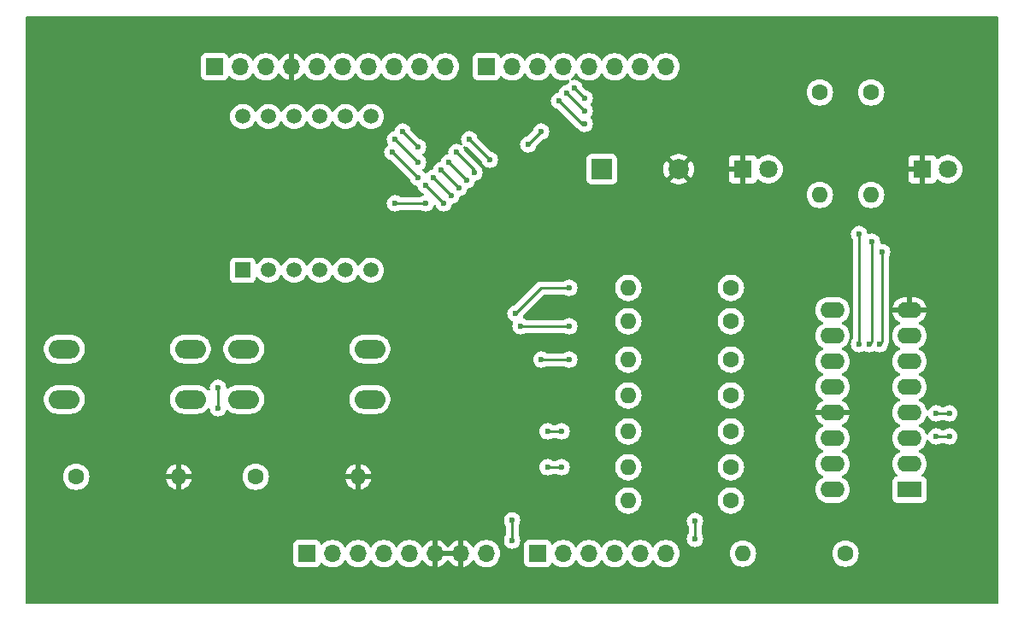
<source format=gbr>
%TF.GenerationSoftware,KiCad,Pcbnew,7.0.1*%
%TF.CreationDate,2023-04-11T21:22:03-06:00*%
%TF.ProjectId,Phase_A_UnoShield,50686173-655f-4415-9f55-6e6f53686965,rev?*%
%TF.SameCoordinates,Original*%
%TF.FileFunction,Copper,L2,Bot*%
%TF.FilePolarity,Positive*%
%FSLAX46Y46*%
G04 Gerber Fmt 4.6, Leading zero omitted, Abs format (unit mm)*
G04 Created by KiCad (PCBNEW 7.0.1) date 2023-04-11 21:22:03*
%MOMM*%
%LPD*%
G01*
G04 APERTURE LIST*
%TA.AperFunction,ComponentPad*%
%ADD10R,1.700000X1.700000*%
%TD*%
%TA.AperFunction,ComponentPad*%
%ADD11O,1.700000X1.700000*%
%TD*%
%TA.AperFunction,ComponentPad*%
%ADD12R,1.800000X1.800000*%
%TD*%
%TA.AperFunction,ComponentPad*%
%ADD13C,1.800000*%
%TD*%
%TA.AperFunction,ComponentPad*%
%ADD14R,2.400000X1.600000*%
%TD*%
%TA.AperFunction,ComponentPad*%
%ADD15O,2.400000X1.600000*%
%TD*%
%TA.AperFunction,ComponentPad*%
%ADD16C,1.600000*%
%TD*%
%TA.AperFunction,ComponentPad*%
%ADD17O,1.600000X1.600000*%
%TD*%
%TA.AperFunction,ComponentPad*%
%ADD18R,2.000000X2.000000*%
%TD*%
%TA.AperFunction,ComponentPad*%
%ADD19C,2.000000*%
%TD*%
%TA.AperFunction,ComponentPad*%
%ADD20O,3.048000X1.850000*%
%TD*%
%TA.AperFunction,ComponentPad*%
%ADD21R,1.500000X1.500000*%
%TD*%
%TA.AperFunction,ComponentPad*%
%ADD22C,1.500000*%
%TD*%
%TA.AperFunction,ViaPad*%
%ADD23C,0.600000*%
%TD*%
%TA.AperFunction,Conductor*%
%ADD24C,0.250000*%
%TD*%
G04 APERTURE END LIST*
D10*
%TO.P,J1,1,Pin_1*%
%TO.N,unconnected-(J1-Pin_1-Pad1)*%
X127940000Y-97460000D03*
D11*
%TO.P,J1,2,Pin_2*%
%TO.N,/IOREF*%
X130480000Y-97460000D03*
%TO.P,J1,3,Pin_3*%
%TO.N,/~{RESET}*%
X133020000Y-97460000D03*
%TO.P,J1,4,Pin_4*%
%TO.N,+3V3*%
X135560000Y-97460000D03*
%TO.P,J1,5,Pin_5*%
%TO.N,+5V*%
X138100000Y-97460000D03*
%TO.P,J1,6,Pin_6*%
%TO.N,GND*%
X140640000Y-97460000D03*
%TO.P,J1,7,Pin_7*%
X143180000Y-97460000D03*
%TO.P,J1,8,Pin_8*%
%TO.N,VCC*%
X145720000Y-97460000D03*
%TD*%
D10*
%TO.P,J3,1,Pin_1*%
%TO.N,/A0*%
X150800000Y-97460000D03*
D11*
%TO.P,J3,2,Pin_2*%
%TO.N,/A1*%
X153340000Y-97460000D03*
%TO.P,J3,3,Pin_3*%
%TO.N,/A2*%
X155880000Y-97460000D03*
%TO.P,J3,4,Pin_4*%
%TO.N,/A3*%
X158420000Y-97460000D03*
%TO.P,J3,5,Pin_5*%
%TO.N,/SDA{slash}A4*%
X160960000Y-97460000D03*
%TO.P,J3,6,Pin_6*%
%TO.N,/SCL{slash}A5*%
X163500000Y-97460000D03*
%TD*%
D10*
%TO.P,J2,1,Pin_1*%
%TO.N,unconnected-(J2-Pin_1-Pad1)*%
X118796000Y-49200000D03*
D11*
%TO.P,J2,2,Pin_2*%
%TO.N,unconnected-(J2-Pin_2-Pad2)*%
X121336000Y-49200000D03*
%TO.P,J2,3,Pin_3*%
%TO.N,unconnected-(J2-Pin_3-Pad3)*%
X123876000Y-49200000D03*
%TO.P,J2,4,Pin_4*%
%TO.N,GND*%
X126416000Y-49200000D03*
%TO.P,J2,5,Pin_5*%
%TO.N,Dig1*%
X128956000Y-49200000D03*
%TO.P,J2,6,Pin_6*%
%TO.N,Dig2*%
X131496000Y-49200000D03*
%TO.P,J2,7,Pin_7*%
%TO.N,Dig3*%
X134036000Y-49200000D03*
%TO.P,J2,8,Pin_8*%
%TO.N,Dig4*%
X136576000Y-49200000D03*
%TO.P,J2,9,Pin_9*%
%TO.N,DS*%
X139116000Y-49200000D03*
%TO.P,J2,10,Pin_10*%
%TO.N,ST_CP*%
X141656000Y-49200000D03*
%TD*%
D10*
%TO.P,J4,1,Pin_1*%
%TO.N,SH_CP*%
X145720000Y-49200000D03*
D11*
%TO.P,J4,2,Pin_2*%
%TO.N,Buzzer*%
X148260000Y-49200000D03*
%TO.P,J4,3,Pin_3*%
%TO.N,RED_LED*%
X150800000Y-49200000D03*
%TO.P,J4,4,Pin_4*%
%TO.N,GREEN_LED*%
X153340000Y-49200000D03*
%TO.P,J4,5,Pin_5*%
%TO.N,Button_2*%
X155880000Y-49200000D03*
%TO.P,J4,6,Pin_6*%
%TO.N,Button_1*%
X158420000Y-49200000D03*
%TO.P,J4,7,Pin_7*%
%TO.N,/TX{slash}1*%
X160960000Y-49200000D03*
%TO.P,J4,8,Pin_8*%
%TO.N,/RX{slash}0*%
X163500000Y-49200000D03*
%TD*%
D12*
%TO.P,D2,1,K*%
%TO.N,GND*%
X188900000Y-59360000D03*
D13*
%TO.P,D2,2,A*%
%TO.N,Net-(D2-A)*%
X191440000Y-59360000D03*
%TD*%
D14*
%TO.P,U2,1,QB*%
%TO.N,b*%
X187620000Y-91120000D03*
D15*
%TO.P,U2,2,QC*%
%TO.N,c*%
X187620000Y-88580000D03*
%TO.P,U2,3,QD*%
%TO.N,d*%
X187620000Y-86040000D03*
%TO.P,U2,4,QE*%
%TO.N,e*%
X187620000Y-83500000D03*
%TO.P,U2,5,QF*%
%TO.N,f*%
X187620000Y-80960000D03*
%TO.P,U2,6,QG*%
%TO.N,g*%
X187620000Y-78420000D03*
%TO.P,U2,7,QH*%
%TO.N,dp*%
X187620000Y-75880000D03*
%TO.P,U2,8,GND*%
%TO.N,GND*%
X187620000Y-73340000D03*
%TO.P,U2,9,QH'*%
%TO.N,unconnected-(U2-QH'-Pad9)*%
X180000000Y-73340000D03*
%TO.P,U2,10,~{SRCLR}*%
%TO.N,+5V*%
X180000000Y-75880000D03*
%TO.P,U2,11,SRCLK*%
%TO.N,SH_CP*%
X180000000Y-78420000D03*
%TO.P,U2,12,RCLK*%
%TO.N,ST_CP*%
X180000000Y-80960000D03*
%TO.P,U2,13,~{OE}*%
%TO.N,GND*%
X180000000Y-83500000D03*
%TO.P,U2,14,SER*%
%TO.N,DS*%
X180000000Y-86040000D03*
%TO.P,U2,15,QA*%
%TO.N,a*%
X180000000Y-88580000D03*
%TO.P,U2,16,VCC*%
%TO.N,+5V*%
X180000000Y-91120000D03*
%TD*%
D16*
%TO.P,R8,1*%
%TO.N,d*%
X169926000Y-71120000D03*
D17*
%TO.P,R8,2*%
%TO.N,Net-(U1-d)*%
X159766000Y-71120000D03*
%TD*%
D16*
%TO.P,R5,1*%
%TO.N,a*%
X169926000Y-92202000D03*
D17*
%TO.P,R5,2*%
%TO.N,Net-(U1-a)*%
X159766000Y-92202000D03*
%TD*%
D12*
%TO.P,D1,1,K*%
%TO.N,GND*%
X171120000Y-59360000D03*
D13*
%TO.P,D1,2,A*%
%TO.N,Net-(D1-A)*%
X173660000Y-59360000D03*
%TD*%
D16*
%TO.P,R1,1*%
%TO.N,Button_1*%
X105080000Y-89840000D03*
D17*
%TO.P,R1,2*%
%TO.N,GND*%
X115240000Y-89840000D03*
%TD*%
D18*
%TO.P,LS1,1,1*%
%TO.N,Buzzer*%
X157160000Y-59360000D03*
D19*
%TO.P,LS1,2,2*%
%TO.N,GND*%
X164760000Y-59360000D03*
%TD*%
D16*
%TO.P,R2,1*%
%TO.N,Button_2*%
X122860000Y-89840000D03*
D17*
%TO.P,R2,2*%
%TO.N,GND*%
X133020000Y-89840000D03*
%TD*%
D20*
%TO.P,SW1,1,1*%
%TO.N,+5V*%
X116400000Y-82180000D03*
X103900000Y-82180000D03*
%TO.P,SW1,2,2*%
%TO.N,Button_1*%
X116400000Y-77180000D03*
X103900000Y-77180000D03*
%TD*%
%TO.P,SW2,1,1*%
%TO.N,+5V*%
X134180000Y-82180000D03*
X121680000Y-82180000D03*
%TO.P,SW2,2,2*%
%TO.N,Button_2*%
X134180000Y-77180000D03*
X121680000Y-77180000D03*
%TD*%
D21*
%TO.P,U1,1,e*%
%TO.N,Net-(U1-e)*%
X121590000Y-69377500D03*
D22*
%TO.P,U1,2,d*%
%TO.N,Net-(U1-d)*%
X124130000Y-69377500D03*
%TO.P,U1,3,DPX*%
%TO.N,Net-(U1-DPX)*%
X126670000Y-69377500D03*
%TO.P,U1,4,c*%
%TO.N,Net-(U1-c)*%
X129210000Y-69377500D03*
%TO.P,U1,5,g*%
%TO.N,Net-(U1-g)*%
X131750000Y-69377500D03*
%TO.P,U1,6,CA4*%
%TO.N,Dig4*%
X134290000Y-69377500D03*
%TO.P,U1,7,b*%
%TO.N,Net-(U1-b)*%
X134290000Y-54137500D03*
%TO.P,U1,8,CA3*%
%TO.N,Dig3*%
X131750000Y-54137500D03*
%TO.P,U1,9,CA2*%
%TO.N,Dig2*%
X129210000Y-54137500D03*
%TO.P,U1,10,f*%
%TO.N,Net-(U1-f)*%
X126670000Y-54137500D03*
%TO.P,U1,11,a*%
%TO.N,Net-(U1-a)*%
X124130000Y-54137500D03*
%TO.P,U1,12,CA1*%
%TO.N,Dig1*%
X121590000Y-54137500D03*
%TD*%
D16*
%TO.P,R12,1*%
%TO.N,dp*%
X169926000Y-88900000D03*
D17*
%TO.P,R12,2*%
%TO.N,Net-(U1-DPX)*%
X159766000Y-88900000D03*
%TD*%
D16*
%TO.P,R10,1*%
%TO.N,f*%
X169926000Y-81788000D03*
D17*
%TO.P,R10,2*%
%TO.N,Net-(U1-f)*%
X159766000Y-81788000D03*
%TD*%
D16*
%TO.P,R9,1*%
%TO.N,e*%
X169926000Y-74422000D03*
D17*
%TO.P,R9,2*%
%TO.N,Net-(U1-e)*%
X159766000Y-74422000D03*
%TD*%
D16*
%TO.P,R6,1*%
%TO.N,b*%
X181280000Y-97460000D03*
D17*
%TO.P,R6,2*%
%TO.N,Net-(U1-b)*%
X171120000Y-97460000D03*
%TD*%
D16*
%TO.P,R3,1*%
%TO.N,RED_LED*%
X178740000Y-51740000D03*
D17*
%TO.P,R3,2*%
%TO.N,Net-(D1-A)*%
X178740000Y-61900000D03*
%TD*%
D16*
%TO.P,R7,1*%
%TO.N,c*%
X169926000Y-78232000D03*
D17*
%TO.P,R7,2*%
%TO.N,Net-(U1-c)*%
X159766000Y-78232000D03*
%TD*%
D16*
%TO.P,R11,1*%
%TO.N,g*%
X169926000Y-85344000D03*
D17*
%TO.P,R11,2*%
%TO.N,Net-(U1-g)*%
X159766000Y-85344000D03*
%TD*%
D16*
%TO.P,R4,1*%
%TO.N,GREEN_LED*%
X183820000Y-51740000D03*
D17*
%TO.P,R4,2*%
%TO.N,Net-(D2-A)*%
X183820000Y-61900000D03*
%TD*%
D23*
%TO.N,DS*%
X184666500Y-76708000D03*
X143764000Y-60452000D03*
X141986000Y-58674000D03*
X184912000Y-67564000D03*
%TO.N,ST_CP*%
X183642000Y-76708000D03*
X183896000Y-66548000D03*
X142748000Y-57658000D03*
X144526000Y-59690000D03*
%TO.N,SH_CP*%
X144018000Y-56388000D03*
X182626000Y-65786000D03*
X146050000Y-58420000D03*
X182626000Y-76708000D03*
%TO.N,RED_LED*%
X152908000Y-52578000D03*
X155448000Y-54864000D03*
%TO.N,GREEN_LED*%
X155448000Y-53594000D03*
X153670000Y-51816000D03*
%TO.N,Button_2*%
X148260000Y-96190000D03*
X155448000Y-52324000D03*
X154432000Y-51308000D03*
X119126000Y-83058000D03*
X148260000Y-94158000D03*
X119126000Y-81026000D03*
%TO.N,Button_1*%
X151130000Y-55626000D03*
X149860000Y-56896000D03*
X136652000Y-62738000D03*
X139700000Y-62738000D03*
%TO.N,Net-(U1-a)*%
X136398000Y-57658000D03*
X141478000Y-62738000D03*
X139700000Y-60960000D03*
X138938000Y-60198000D03*
%TO.N,Net-(U1-b)*%
X166370000Y-96012000D03*
X166370000Y-94234000D03*
X138938000Y-57150000D03*
X143002000Y-61214000D03*
X141224000Y-59436000D03*
X137414000Y-55626000D03*
%TO.N,Net-(U1-c)*%
X153924000Y-78232000D03*
X151151000Y-78232000D03*
%TO.N,d*%
X190246000Y-85852000D03*
X191574500Y-85852000D03*
%TO.N,Net-(U1-d)*%
X153924000Y-71120000D03*
X148590000Y-73660000D03*
%TO.N,e*%
X190246000Y-83566000D03*
X191574500Y-83566000D03*
%TO.N,Net-(U1-e)*%
X153924000Y-74930000D03*
X149098000Y-74930000D03*
%TO.N,Net-(U1-f)*%
X142240000Y-61976000D03*
X136652000Y-56388000D03*
X138938000Y-58674000D03*
X140462000Y-60198000D03*
%TO.N,Net-(U1-g)*%
X151775500Y-85344000D03*
X153162000Y-85344000D03*
%TO.N,Net-(U1-DPX)*%
X151775500Y-88900000D03*
X153162000Y-88900000D03*
%TD*%
D24*
%TO.N,DS*%
X184912000Y-67564000D02*
X184912000Y-73406000D01*
X184912000Y-73406000D02*
X184912000Y-76462500D01*
X141986000Y-58674000D02*
X143764000Y-60452000D01*
X184912000Y-76462500D02*
X184666500Y-76708000D01*
%TO.N,ST_CP*%
X183896000Y-76454000D02*
X183642000Y-76708000D01*
X183896000Y-73406000D02*
X183896000Y-76454000D01*
X144526000Y-59436000D02*
X144526000Y-59690000D01*
X142748000Y-57658000D02*
X144526000Y-59436000D01*
X183896000Y-66548000D02*
X183896000Y-73406000D01*
%TO.N,SH_CP*%
X182626000Y-73406000D02*
X182626000Y-76708000D01*
X182626000Y-65786000D02*
X182626000Y-73406000D01*
X144018000Y-56388000D02*
X146050000Y-58420000D01*
%TO.N,RED_LED*%
X152908000Y-52578000D02*
X155194000Y-54864000D01*
X155194000Y-54864000D02*
X155448000Y-54864000D01*
%TO.N,GREEN_LED*%
X153670000Y-51816000D02*
X155448000Y-53594000D01*
%TO.N,Button_2*%
X119126000Y-83058000D02*
X119126000Y-81026000D01*
X154432000Y-51308000D02*
X155448000Y-52324000D01*
X148260000Y-94158000D02*
X148260000Y-96190000D01*
%TO.N,Button_1*%
X136652000Y-62738000D02*
X139700000Y-62738000D01*
X149860000Y-56896000D02*
X151130000Y-55626000D01*
%TO.N,Net-(U1-a)*%
X139700000Y-60960000D02*
X141478000Y-62738000D01*
X136398000Y-57658000D02*
X138938000Y-60198000D01*
%TO.N,Net-(U1-b)*%
X143002000Y-61214000D02*
X141224000Y-59436000D01*
X138938000Y-57150000D02*
X137414000Y-55626000D01*
X166370000Y-96012000D02*
X166370000Y-94234000D01*
%TO.N,Net-(U1-c)*%
X151151000Y-78232000D02*
X153924000Y-78232000D01*
%TO.N,d*%
X190246000Y-85852000D02*
X191574500Y-85852000D01*
%TO.N,Net-(U1-d)*%
X148590000Y-73660000D02*
X151130000Y-71120000D01*
X151130000Y-71120000D02*
X153924000Y-71120000D01*
%TO.N,e*%
X190246000Y-83566000D02*
X191574500Y-83566000D01*
%TO.N,Net-(U1-e)*%
X149098000Y-74930000D02*
X153924000Y-74930000D01*
%TO.N,Net-(U1-f)*%
X140462000Y-60198000D02*
X142240000Y-61976000D01*
X136652000Y-56388000D02*
X138938000Y-58674000D01*
%TO.N,Net-(U1-g)*%
X151775500Y-85344000D02*
X153162000Y-85344000D01*
%TO.N,Net-(U1-DPX)*%
X151775500Y-88900000D02*
X153162000Y-88900000D01*
%TD*%
%TA.AperFunction,Conductor*%
%TO.N,GND*%
G36*
X196382500Y-44212113D02*
G01*
X196427887Y-44257500D01*
X196444500Y-44319500D01*
X196444500Y-102340500D01*
X196427887Y-102402500D01*
X196382500Y-102447887D01*
X196320500Y-102464500D01*
X100199500Y-102464500D01*
X100137500Y-102447887D01*
X100092113Y-102402500D01*
X100075500Y-102340500D01*
X100075500Y-98358634D01*
X126581500Y-98358634D01*
X126588011Y-98419205D01*
X126639110Y-98556203D01*
X126726738Y-98673261D01*
X126843796Y-98760889D01*
X126980794Y-98811988D01*
X126980797Y-98811988D01*
X126980799Y-98811989D01*
X127041362Y-98818500D01*
X128838634Y-98818500D01*
X128838638Y-98818500D01*
X128899201Y-98811989D01*
X128899203Y-98811988D01*
X128899205Y-98811988D01*
X129002398Y-98773498D01*
X129036204Y-98760889D01*
X129153261Y-98673261D01*
X129240889Y-98556204D01*
X129286137Y-98434889D01*
X129322089Y-98383677D01*
X129378471Y-98356539D01*
X129440925Y-98360387D01*
X129493548Y-98394241D01*
X129530969Y-98434890D01*
X129556760Y-98462906D01*
X129734424Y-98601189D01*
X129932426Y-98708342D01*
X130145365Y-98781444D01*
X130367431Y-98818500D01*
X130592569Y-98818500D01*
X130814635Y-98781444D01*
X131027574Y-98708342D01*
X131225576Y-98601189D01*
X131403240Y-98462906D01*
X131555722Y-98297268D01*
X131646190Y-98158795D01*
X131690982Y-98117561D01*
X131750000Y-98102616D01*
X131809018Y-98117561D01*
X131853809Y-98158795D01*
X131944278Y-98297268D01*
X132096760Y-98462906D01*
X132274424Y-98601189D01*
X132472426Y-98708342D01*
X132685365Y-98781444D01*
X132907431Y-98818500D01*
X133132569Y-98818500D01*
X133354635Y-98781444D01*
X133567574Y-98708342D01*
X133765576Y-98601189D01*
X133943240Y-98462906D01*
X134095722Y-98297268D01*
X134186190Y-98158795D01*
X134230982Y-98117561D01*
X134290000Y-98102616D01*
X134349018Y-98117561D01*
X134393809Y-98158795D01*
X134484278Y-98297268D01*
X134636760Y-98462906D01*
X134814424Y-98601189D01*
X135012426Y-98708342D01*
X135225365Y-98781444D01*
X135447431Y-98818500D01*
X135672569Y-98818500D01*
X135894635Y-98781444D01*
X136107574Y-98708342D01*
X136305576Y-98601189D01*
X136483240Y-98462906D01*
X136635722Y-98297268D01*
X136726190Y-98158795D01*
X136770982Y-98117561D01*
X136830000Y-98102616D01*
X136889018Y-98117561D01*
X136933809Y-98158795D01*
X137024278Y-98297268D01*
X137176760Y-98462906D01*
X137354424Y-98601189D01*
X137552426Y-98708342D01*
X137765365Y-98781444D01*
X137987431Y-98818500D01*
X138212569Y-98818500D01*
X138434635Y-98781444D01*
X138647574Y-98708342D01*
X138845576Y-98601189D01*
X139023240Y-98462906D01*
X139175722Y-98297268D01*
X139269748Y-98153349D01*
X139313663Y-98112595D01*
X139371562Y-98097188D01*
X139429926Y-98110726D01*
X139475131Y-98150048D01*
X139601892Y-98331080D01*
X139768918Y-98498106D01*
X139962423Y-98633600D01*
X140176507Y-98733430D01*
X140389999Y-98790635D01*
X140390000Y-98790636D01*
X140390000Y-97710000D01*
X140890000Y-97710000D01*
X140890000Y-98790635D01*
X141103492Y-98733430D01*
X141317576Y-98633600D01*
X141511081Y-98498106D01*
X141678106Y-98331081D01*
X141808425Y-98144968D01*
X141852743Y-98106103D01*
X141910000Y-98092092D01*
X141967257Y-98106103D01*
X142011575Y-98144968D01*
X142141893Y-98331081D01*
X142308918Y-98498106D01*
X142502423Y-98633600D01*
X142716507Y-98733430D01*
X142929999Y-98790635D01*
X142930000Y-98790636D01*
X142930000Y-98790635D01*
X143430000Y-98790635D01*
X143643492Y-98733430D01*
X143857576Y-98633600D01*
X144051081Y-98498106D01*
X144218106Y-98331081D01*
X144344868Y-98150048D01*
X144390072Y-98110726D01*
X144448436Y-98097188D01*
X144506335Y-98112595D01*
X144550252Y-98153351D01*
X144644276Y-98297267D01*
X144723824Y-98383677D01*
X144796760Y-98462906D01*
X144974424Y-98601189D01*
X145172426Y-98708342D01*
X145385365Y-98781444D01*
X145607431Y-98818500D01*
X145832569Y-98818500D01*
X146054635Y-98781444D01*
X146267574Y-98708342D01*
X146465576Y-98601189D01*
X146643240Y-98462906D01*
X146739230Y-98358634D01*
X149441500Y-98358634D01*
X149448011Y-98419205D01*
X149499110Y-98556203D01*
X149586738Y-98673261D01*
X149703796Y-98760889D01*
X149840794Y-98811988D01*
X149840797Y-98811988D01*
X149840799Y-98811989D01*
X149901362Y-98818500D01*
X151698634Y-98818500D01*
X151698638Y-98818500D01*
X151759201Y-98811989D01*
X151759203Y-98811988D01*
X151759205Y-98811988D01*
X151862398Y-98773498D01*
X151896204Y-98760889D01*
X152013261Y-98673261D01*
X152100889Y-98556204D01*
X152146137Y-98434889D01*
X152182089Y-98383677D01*
X152238471Y-98356539D01*
X152300925Y-98360387D01*
X152353548Y-98394241D01*
X152390969Y-98434890D01*
X152416760Y-98462906D01*
X152594424Y-98601189D01*
X152792426Y-98708342D01*
X153005365Y-98781444D01*
X153227431Y-98818500D01*
X153452569Y-98818500D01*
X153674635Y-98781444D01*
X153887574Y-98708342D01*
X154085576Y-98601189D01*
X154263240Y-98462906D01*
X154415722Y-98297268D01*
X154506190Y-98158795D01*
X154550982Y-98117561D01*
X154610000Y-98102616D01*
X154669018Y-98117561D01*
X154713809Y-98158795D01*
X154804278Y-98297268D01*
X154956760Y-98462906D01*
X155134424Y-98601189D01*
X155332426Y-98708342D01*
X155545365Y-98781444D01*
X155767431Y-98818500D01*
X155992569Y-98818500D01*
X156214635Y-98781444D01*
X156427574Y-98708342D01*
X156625576Y-98601189D01*
X156803240Y-98462906D01*
X156955722Y-98297268D01*
X157046190Y-98158795D01*
X157090982Y-98117561D01*
X157150000Y-98102616D01*
X157209018Y-98117561D01*
X157253809Y-98158795D01*
X157344278Y-98297268D01*
X157496760Y-98462906D01*
X157674424Y-98601189D01*
X157872426Y-98708342D01*
X158085365Y-98781444D01*
X158307431Y-98818500D01*
X158532569Y-98818500D01*
X158754635Y-98781444D01*
X158967574Y-98708342D01*
X159165576Y-98601189D01*
X159343240Y-98462906D01*
X159495722Y-98297268D01*
X159586190Y-98158795D01*
X159630982Y-98117561D01*
X159690000Y-98102616D01*
X159749018Y-98117561D01*
X159793809Y-98158795D01*
X159884278Y-98297268D01*
X160036760Y-98462906D01*
X160214424Y-98601189D01*
X160412426Y-98708342D01*
X160625365Y-98781444D01*
X160847431Y-98818500D01*
X161072569Y-98818500D01*
X161294635Y-98781444D01*
X161507574Y-98708342D01*
X161705576Y-98601189D01*
X161883240Y-98462906D01*
X162035722Y-98297268D01*
X162126190Y-98158795D01*
X162170982Y-98117561D01*
X162230000Y-98102616D01*
X162289018Y-98117561D01*
X162333809Y-98158795D01*
X162424278Y-98297268D01*
X162576760Y-98462906D01*
X162754424Y-98601189D01*
X162952426Y-98708342D01*
X163165365Y-98781444D01*
X163387431Y-98818500D01*
X163612569Y-98818500D01*
X163834635Y-98781444D01*
X164047574Y-98708342D01*
X164245576Y-98601189D01*
X164423240Y-98462906D01*
X164575722Y-98297268D01*
X164698860Y-98108791D01*
X164789296Y-97902616D01*
X164844564Y-97684368D01*
X164863156Y-97460000D01*
X164863156Y-97459999D01*
X169806501Y-97459999D01*
X169826456Y-97688084D01*
X169885717Y-97909246D01*
X169982474Y-98116744D01*
X169982476Y-98116746D01*
X169982477Y-98116749D01*
X170113802Y-98304300D01*
X170275700Y-98466198D01*
X170463251Y-98597523D01*
X170463254Y-98597524D01*
X170463255Y-98597525D01*
X170471113Y-98601189D01*
X170670757Y-98694284D01*
X170891913Y-98753543D01*
X171120000Y-98773498D01*
X171348087Y-98753543D01*
X171569243Y-98694284D01*
X171776749Y-98597523D01*
X171964300Y-98466198D01*
X172126198Y-98304300D01*
X172257523Y-98116749D01*
X172354284Y-97909243D01*
X172413543Y-97688087D01*
X172433498Y-97460000D01*
X172433498Y-97459999D01*
X179966501Y-97459999D01*
X179986456Y-97688084D01*
X180045717Y-97909246D01*
X180142474Y-98116744D01*
X180142476Y-98116746D01*
X180142477Y-98116749D01*
X180273802Y-98304300D01*
X180435700Y-98466198D01*
X180623251Y-98597523D01*
X180623254Y-98597524D01*
X180623255Y-98597525D01*
X180631113Y-98601189D01*
X180830757Y-98694284D01*
X181051913Y-98753543D01*
X181280000Y-98773498D01*
X181508087Y-98753543D01*
X181729243Y-98694284D01*
X181936749Y-98597523D01*
X182124300Y-98466198D01*
X182286198Y-98304300D01*
X182417523Y-98116749D01*
X182514284Y-97909243D01*
X182573543Y-97688087D01*
X182593498Y-97460000D01*
X182573543Y-97231913D01*
X182514284Y-97010757D01*
X182417523Y-96803251D01*
X182286198Y-96615700D01*
X182124300Y-96453802D01*
X181936749Y-96322477D01*
X181936746Y-96322476D01*
X181936744Y-96322474D01*
X181729246Y-96225717D01*
X181729243Y-96225716D01*
X181595946Y-96189999D01*
X181508084Y-96166456D01*
X181280000Y-96146501D01*
X181051915Y-96166456D01*
X180830753Y-96225717D01*
X180623255Y-96322474D01*
X180435696Y-96453805D01*
X180273805Y-96615696D01*
X180142474Y-96803255D01*
X180045717Y-97010753D01*
X179986456Y-97231915D01*
X179966501Y-97459999D01*
X172433498Y-97459999D01*
X172413543Y-97231913D01*
X172354284Y-97010757D01*
X172257523Y-96803251D01*
X172126198Y-96615700D01*
X171964300Y-96453802D01*
X171776749Y-96322477D01*
X171776746Y-96322476D01*
X171776744Y-96322474D01*
X171569246Y-96225717D01*
X171569243Y-96225716D01*
X171435946Y-96189999D01*
X171348084Y-96166456D01*
X171120000Y-96146501D01*
X170891915Y-96166456D01*
X170670753Y-96225717D01*
X170463255Y-96322474D01*
X170275696Y-96453805D01*
X170113805Y-96615696D01*
X169982474Y-96803255D01*
X169885717Y-97010753D01*
X169826456Y-97231915D01*
X169806501Y-97459999D01*
X164863156Y-97459999D01*
X164844564Y-97235632D01*
X164789296Y-97017384D01*
X164705396Y-96826109D01*
X164698861Y-96811211D01*
X164698860Y-96811209D01*
X164575722Y-96622732D01*
X164423240Y-96457094D01*
X164245576Y-96318811D01*
X164047574Y-96211658D01*
X164047573Y-96211657D01*
X164047572Y-96211657D01*
X163834636Y-96138556D01*
X163612569Y-96101500D01*
X163387431Y-96101500D01*
X163165363Y-96138556D01*
X162952427Y-96211657D01*
X162754424Y-96318811D01*
X162576760Y-96457094D01*
X162424279Y-96622730D01*
X162333809Y-96761205D01*
X162289017Y-96802438D01*
X162230000Y-96817383D01*
X162170983Y-96802438D01*
X162126191Y-96761205D01*
X162084427Y-96697281D01*
X162035722Y-96622732D01*
X161883240Y-96457094D01*
X161705576Y-96318811D01*
X161507574Y-96211658D01*
X161507573Y-96211657D01*
X161507572Y-96211657D01*
X161294636Y-96138556D01*
X161072569Y-96101500D01*
X160847431Y-96101500D01*
X160625363Y-96138556D01*
X160412427Y-96211657D01*
X160214424Y-96318811D01*
X160036760Y-96457094D01*
X159884279Y-96622730D01*
X159793809Y-96761205D01*
X159749017Y-96802438D01*
X159690000Y-96817383D01*
X159630983Y-96802438D01*
X159586191Y-96761205D01*
X159544427Y-96697281D01*
X159495722Y-96622732D01*
X159343240Y-96457094D01*
X159165576Y-96318811D01*
X158967574Y-96211658D01*
X158967573Y-96211657D01*
X158967572Y-96211657D01*
X158754636Y-96138556D01*
X158532569Y-96101500D01*
X158307431Y-96101500D01*
X158085363Y-96138556D01*
X157872427Y-96211657D01*
X157674424Y-96318811D01*
X157496760Y-96457094D01*
X157344279Y-96622730D01*
X157253809Y-96761205D01*
X157209017Y-96802438D01*
X157150000Y-96817383D01*
X157090983Y-96802438D01*
X157046191Y-96761205D01*
X157004427Y-96697281D01*
X156955722Y-96622732D01*
X156803240Y-96457094D01*
X156625576Y-96318811D01*
X156427574Y-96211658D01*
X156427573Y-96211657D01*
X156427572Y-96211657D01*
X156214636Y-96138556D01*
X155992569Y-96101500D01*
X155767431Y-96101500D01*
X155545363Y-96138556D01*
X155332427Y-96211657D01*
X155134424Y-96318811D01*
X154956760Y-96457094D01*
X154804279Y-96622730D01*
X154713809Y-96761205D01*
X154669017Y-96802438D01*
X154610000Y-96817383D01*
X154550983Y-96802438D01*
X154506191Y-96761205D01*
X154464427Y-96697281D01*
X154415722Y-96622732D01*
X154263240Y-96457094D01*
X154085576Y-96318811D01*
X153887574Y-96211658D01*
X153887573Y-96211657D01*
X153887572Y-96211657D01*
X153674636Y-96138556D01*
X153452569Y-96101500D01*
X153227431Y-96101500D01*
X153005363Y-96138556D01*
X152792427Y-96211657D01*
X152594424Y-96318811D01*
X152416759Y-96457094D01*
X152353548Y-96525759D01*
X152300924Y-96559612D01*
X152238470Y-96563460D01*
X152182089Y-96536322D01*
X152146138Y-96485110D01*
X152121427Y-96418861D01*
X152100889Y-96363796D01*
X152042951Y-96286400D01*
X152013261Y-96246738D01*
X151896203Y-96159110D01*
X151759205Y-96108011D01*
X151728919Y-96104755D01*
X151698638Y-96101500D01*
X149901362Y-96101500D01*
X149874445Y-96104393D01*
X149840794Y-96108011D01*
X149703796Y-96159110D01*
X149586738Y-96246738D01*
X149499110Y-96363796D01*
X149448011Y-96500794D01*
X149444393Y-96534445D01*
X149441689Y-96559612D01*
X149441500Y-96561366D01*
X149441500Y-98358634D01*
X146739230Y-98358634D01*
X146795722Y-98297268D01*
X146918860Y-98108791D01*
X147009296Y-97902616D01*
X147064564Y-97684368D01*
X147083156Y-97460000D01*
X147064564Y-97235632D01*
X147009296Y-97017384D01*
X146925396Y-96826109D01*
X146918861Y-96811211D01*
X146918860Y-96811209D01*
X146795722Y-96622732D01*
X146643240Y-96457094D01*
X146465576Y-96318811D01*
X146267574Y-96211658D01*
X146267573Y-96211657D01*
X146267572Y-96211657D01*
X146204484Y-96189999D01*
X147446383Y-96189999D01*
X147466782Y-96371044D01*
X147466782Y-96371046D01*
X147466783Y-96371047D01*
X147526957Y-96543015D01*
X147623889Y-96697281D01*
X147752719Y-96826111D01*
X147906985Y-96923043D01*
X148078953Y-96983217D01*
X148260000Y-97003616D01*
X148441047Y-96983217D01*
X148613015Y-96923043D01*
X148767281Y-96826111D01*
X148896111Y-96697281D01*
X148993043Y-96543015D01*
X149053217Y-96371047D01*
X149073616Y-96190000D01*
X149073229Y-96186569D01*
X149053560Y-96012000D01*
X165556383Y-96012000D01*
X165576782Y-96193044D01*
X165576782Y-96193046D01*
X165576783Y-96193047D01*
X165636957Y-96365015D01*
X165733889Y-96519281D01*
X165862719Y-96648111D01*
X166016985Y-96745043D01*
X166188953Y-96805217D01*
X166370000Y-96825616D01*
X166551047Y-96805217D01*
X166723015Y-96745043D01*
X166877281Y-96648111D01*
X167006111Y-96519281D01*
X167103043Y-96365015D01*
X167163217Y-96193047D01*
X167183616Y-96012000D01*
X167163217Y-95830953D01*
X167103043Y-95658985D01*
X167022505Y-95530810D01*
X167003500Y-95464840D01*
X167003500Y-94781160D01*
X167022506Y-94715188D01*
X167052224Y-94667892D01*
X167103043Y-94587015D01*
X167163217Y-94415047D01*
X167183616Y-94234000D01*
X167163217Y-94052953D01*
X167103043Y-93880985D01*
X167006111Y-93726719D01*
X166877281Y-93597889D01*
X166723015Y-93500957D01*
X166551047Y-93440783D01*
X166551046Y-93440782D01*
X166551044Y-93440782D01*
X166370000Y-93420383D01*
X166188955Y-93440782D01*
X166016984Y-93500957D01*
X165862717Y-93597890D01*
X165733890Y-93726717D01*
X165636957Y-93880984D01*
X165576782Y-94052955D01*
X165556383Y-94233999D01*
X165576782Y-94415044D01*
X165636957Y-94587015D01*
X165717494Y-94715188D01*
X165736500Y-94781160D01*
X165736500Y-95464840D01*
X165717494Y-95530812D01*
X165636957Y-95658984D01*
X165576782Y-95830955D01*
X165556383Y-96012000D01*
X149053560Y-96012000D01*
X149053217Y-96008955D01*
X149053217Y-96008953D01*
X148993043Y-95836985D01*
X148912505Y-95708810D01*
X148893500Y-95642840D01*
X148893500Y-94705160D01*
X148912506Y-94639188D01*
X148993043Y-94511015D01*
X149053217Y-94339047D01*
X149073616Y-94158000D01*
X149053217Y-93976953D01*
X148993043Y-93804985D01*
X148896111Y-93650719D01*
X148767281Y-93521889D01*
X148613015Y-93424957D01*
X148441047Y-93364783D01*
X148441046Y-93364782D01*
X148441044Y-93364782D01*
X148259999Y-93344383D01*
X148078955Y-93364782D01*
X147906984Y-93424957D01*
X147752717Y-93521890D01*
X147623890Y-93650717D01*
X147526957Y-93804984D01*
X147466782Y-93976955D01*
X147446383Y-94157999D01*
X147466782Y-94339044D01*
X147526957Y-94511015D01*
X147607494Y-94639188D01*
X147626500Y-94705160D01*
X147626500Y-95642840D01*
X147607494Y-95708812D01*
X147526957Y-95836984D01*
X147466782Y-96008955D01*
X147446383Y-96189999D01*
X146204484Y-96189999D01*
X146054636Y-96138556D01*
X145832569Y-96101500D01*
X145607431Y-96101500D01*
X145385363Y-96138556D01*
X145172427Y-96211657D01*
X144974424Y-96318811D01*
X144796760Y-96457094D01*
X144644275Y-96622734D01*
X144550250Y-96766650D01*
X144506334Y-96807405D01*
X144448435Y-96822812D01*
X144390071Y-96809274D01*
X144344867Y-96769951D01*
X144218109Y-96588921D01*
X144051081Y-96421893D01*
X143857576Y-96286399D01*
X143643492Y-96186569D01*
X143430000Y-96129364D01*
X143430000Y-98790635D01*
X142930000Y-98790635D01*
X142930000Y-97710000D01*
X140890000Y-97710000D01*
X140390000Y-97710000D01*
X140390000Y-97210000D01*
X140890000Y-97210000D01*
X142930000Y-97210000D01*
X142930000Y-96129364D01*
X142929999Y-96129364D01*
X142716507Y-96186569D01*
X142502421Y-96286400D01*
X142308921Y-96421890D01*
X142141893Y-96588918D01*
X142011575Y-96775032D01*
X141967257Y-96813897D01*
X141910000Y-96827908D01*
X141852743Y-96813897D01*
X141808425Y-96775032D01*
X141678106Y-96588918D01*
X141511081Y-96421893D01*
X141317576Y-96286399D01*
X141103492Y-96186569D01*
X140890000Y-96129364D01*
X140890000Y-97210000D01*
X140390000Y-97210000D01*
X140390000Y-96129364D01*
X140389999Y-96129364D01*
X140176507Y-96186569D01*
X139962421Y-96286400D01*
X139768921Y-96421890D01*
X139601893Y-96588918D01*
X139475132Y-96769952D01*
X139429928Y-96809274D01*
X139371564Y-96822812D01*
X139313665Y-96807405D01*
X139269748Y-96766649D01*
X139175723Y-96622732D01*
X139086451Y-96525759D01*
X139023240Y-96457094D01*
X138845576Y-96318811D01*
X138647574Y-96211658D01*
X138647573Y-96211657D01*
X138647572Y-96211657D01*
X138434636Y-96138556D01*
X138212569Y-96101500D01*
X137987431Y-96101500D01*
X137765363Y-96138556D01*
X137552427Y-96211657D01*
X137354424Y-96318811D01*
X137176760Y-96457094D01*
X137024279Y-96622730D01*
X136933809Y-96761205D01*
X136889017Y-96802438D01*
X136830000Y-96817383D01*
X136770983Y-96802438D01*
X136726191Y-96761205D01*
X136684427Y-96697281D01*
X136635722Y-96622732D01*
X136483240Y-96457094D01*
X136305576Y-96318811D01*
X136107574Y-96211658D01*
X136107573Y-96211657D01*
X136107572Y-96211657D01*
X135894636Y-96138556D01*
X135672569Y-96101500D01*
X135447431Y-96101500D01*
X135225363Y-96138556D01*
X135012427Y-96211657D01*
X134814424Y-96318811D01*
X134636760Y-96457094D01*
X134484279Y-96622730D01*
X134393809Y-96761205D01*
X134349017Y-96802438D01*
X134290000Y-96817383D01*
X134230983Y-96802438D01*
X134186191Y-96761205D01*
X134144427Y-96697281D01*
X134095722Y-96622732D01*
X133943240Y-96457094D01*
X133765576Y-96318811D01*
X133567574Y-96211658D01*
X133567573Y-96211657D01*
X133567572Y-96211657D01*
X133354636Y-96138556D01*
X133132569Y-96101500D01*
X132907431Y-96101500D01*
X132685363Y-96138556D01*
X132472427Y-96211657D01*
X132274424Y-96318811D01*
X132096760Y-96457094D01*
X131944279Y-96622730D01*
X131853809Y-96761205D01*
X131809017Y-96802438D01*
X131750000Y-96817383D01*
X131690983Y-96802438D01*
X131646191Y-96761205D01*
X131604427Y-96697281D01*
X131555722Y-96622732D01*
X131403240Y-96457094D01*
X131225576Y-96318811D01*
X131027574Y-96211658D01*
X131027573Y-96211657D01*
X131027572Y-96211657D01*
X130814636Y-96138556D01*
X130592569Y-96101500D01*
X130367431Y-96101500D01*
X130145363Y-96138556D01*
X129932427Y-96211657D01*
X129734424Y-96318811D01*
X129556759Y-96457094D01*
X129493548Y-96525759D01*
X129440924Y-96559612D01*
X129378470Y-96563460D01*
X129322089Y-96536322D01*
X129286138Y-96485110D01*
X129261427Y-96418861D01*
X129240889Y-96363796D01*
X129182951Y-96286400D01*
X129153261Y-96246738D01*
X129036203Y-96159110D01*
X128899205Y-96108011D01*
X128868919Y-96104755D01*
X128838638Y-96101500D01*
X127041362Y-96101500D01*
X127014445Y-96104393D01*
X126980794Y-96108011D01*
X126843796Y-96159110D01*
X126726738Y-96246738D01*
X126639110Y-96363796D01*
X126588011Y-96500794D01*
X126584393Y-96534445D01*
X126581689Y-96559612D01*
X126581500Y-96561366D01*
X126581500Y-98358634D01*
X100075500Y-98358634D01*
X100075500Y-92201999D01*
X158452501Y-92201999D01*
X158472456Y-92430084D01*
X158531717Y-92651246D01*
X158628474Y-92858744D01*
X158628476Y-92858746D01*
X158628477Y-92858749D01*
X158759802Y-93046300D01*
X158921700Y-93208198D01*
X159109251Y-93339523D01*
X159109254Y-93339524D01*
X159109255Y-93339525D01*
X159213004Y-93387903D01*
X159316757Y-93436284D01*
X159537913Y-93495543D01*
X159766000Y-93515498D01*
X159994087Y-93495543D01*
X160215243Y-93436284D01*
X160422749Y-93339523D01*
X160610300Y-93208198D01*
X160772198Y-93046300D01*
X160903523Y-92858749D01*
X161000284Y-92651243D01*
X161059543Y-92430087D01*
X161079498Y-92202000D01*
X161079498Y-92201999D01*
X168612501Y-92201999D01*
X168632456Y-92430084D01*
X168691717Y-92651246D01*
X168788474Y-92858744D01*
X168788476Y-92858746D01*
X168788477Y-92858749D01*
X168919802Y-93046300D01*
X169081700Y-93208198D01*
X169269251Y-93339523D01*
X169269254Y-93339524D01*
X169269255Y-93339525D01*
X169373004Y-93387903D01*
X169476757Y-93436284D01*
X169697913Y-93495543D01*
X169926000Y-93515498D01*
X170154087Y-93495543D01*
X170375243Y-93436284D01*
X170582749Y-93339523D01*
X170770300Y-93208198D01*
X170932198Y-93046300D01*
X171063523Y-92858749D01*
X171160284Y-92651243D01*
X171219543Y-92430087D01*
X171239498Y-92202000D01*
X171219543Y-91973913D01*
X171160284Y-91752757D01*
X171063523Y-91545251D01*
X170932198Y-91357700D01*
X170770300Y-91195802D01*
X170662042Y-91119999D01*
X178286501Y-91119999D01*
X178306456Y-91348084D01*
X178306457Y-91348087D01*
X178359288Y-91545255D01*
X178365717Y-91569246D01*
X178462474Y-91776744D01*
X178462476Y-91776746D01*
X178462477Y-91776749D01*
X178593802Y-91964300D01*
X178755700Y-92126198D01*
X178943251Y-92257523D01*
X179150757Y-92354284D01*
X179371913Y-92413543D01*
X179457392Y-92421021D01*
X179542871Y-92428500D01*
X179542873Y-92428500D01*
X180457127Y-92428500D01*
X180457129Y-92428500D01*
X180531560Y-92421988D01*
X180628087Y-92413543D01*
X180849243Y-92354284D01*
X181056749Y-92257523D01*
X181244300Y-92126198D01*
X181406198Y-91964300D01*
X181537523Y-91776749D01*
X181634284Y-91569243D01*
X181693543Y-91348087D01*
X181713498Y-91120000D01*
X181693543Y-90891913D01*
X181634284Y-90670757D01*
X181537523Y-90463251D01*
X181406198Y-90275700D01*
X181244300Y-90113802D01*
X181056749Y-89982477D01*
X181013655Y-89962382D01*
X180961479Y-89916625D01*
X180942059Y-89850000D01*
X180961479Y-89783375D01*
X181013655Y-89737618D01*
X181016882Y-89736112D01*
X181056749Y-89717523D01*
X181244300Y-89586198D01*
X181406198Y-89424300D01*
X181537523Y-89236749D01*
X181634284Y-89029243D01*
X181693543Y-88808087D01*
X181713498Y-88580000D01*
X185906501Y-88580000D01*
X185926456Y-88808084D01*
X185926457Y-88808087D01*
X185978196Y-89001180D01*
X185985717Y-89029246D01*
X186082474Y-89236744D01*
X186082476Y-89236746D01*
X186082477Y-89236749D01*
X186213802Y-89424300D01*
X186375700Y-89586198D01*
X186383364Y-89591565D01*
X186422502Y-89636405D01*
X186436237Y-89694318D01*
X186421405Y-89751959D01*
X186381422Y-89796049D01*
X186325501Y-89816429D01*
X186310799Y-89818009D01*
X186173796Y-89869110D01*
X186056738Y-89956738D01*
X185969110Y-90073796D01*
X185918011Y-90210794D01*
X185914393Y-90244445D01*
X185911500Y-90271362D01*
X185911500Y-91968638D01*
X185914755Y-91998919D01*
X185918011Y-92029205D01*
X185969110Y-92166203D01*
X186056738Y-92283261D01*
X186173796Y-92370889D01*
X186310794Y-92421988D01*
X186310797Y-92421988D01*
X186310799Y-92421989D01*
X186371362Y-92428500D01*
X188868634Y-92428500D01*
X188868638Y-92428500D01*
X188929201Y-92421989D01*
X188929203Y-92421988D01*
X188929205Y-92421988D01*
X189007124Y-92392924D01*
X189066204Y-92370889D01*
X189183261Y-92283261D01*
X189270889Y-92166204D01*
X189321989Y-92029201D01*
X189328500Y-91968638D01*
X189328500Y-90271362D01*
X189321989Y-90210799D01*
X189321988Y-90210797D01*
X189321988Y-90210794D01*
X189270889Y-90073796D01*
X189183261Y-89956738D01*
X189066203Y-89869110D01*
X188929201Y-89818010D01*
X188914498Y-89816429D01*
X188858576Y-89796049D01*
X188818594Y-89751958D01*
X188803762Y-89694316D01*
X188817498Y-89636402D01*
X188856635Y-89591564D01*
X188864300Y-89586198D01*
X189026198Y-89424300D01*
X189157523Y-89236749D01*
X189254284Y-89029243D01*
X189313543Y-88808087D01*
X189333498Y-88580000D01*
X189313543Y-88351913D01*
X189254284Y-88130757D01*
X189157523Y-87923251D01*
X189026198Y-87735700D01*
X188864300Y-87573802D01*
X188676749Y-87442477D01*
X188633655Y-87422382D01*
X188581479Y-87376625D01*
X188562059Y-87310000D01*
X188581479Y-87243375D01*
X188633655Y-87197618D01*
X188636882Y-87196112D01*
X188676749Y-87177523D01*
X188864300Y-87046198D01*
X189026198Y-86884300D01*
X189157523Y-86696749D01*
X189254284Y-86489243D01*
X189311447Y-86275908D01*
X189338454Y-86225722D01*
X189385058Y-86192917D01*
X189441413Y-86184422D01*
X189495616Y-86202034D01*
X189536215Y-86242030D01*
X189609889Y-86359281D01*
X189738719Y-86488111D01*
X189892985Y-86585043D01*
X190064953Y-86645217D01*
X190246000Y-86665616D01*
X190427047Y-86645217D01*
X190599015Y-86585043D01*
X190727189Y-86504505D01*
X190793160Y-86485500D01*
X191027340Y-86485500D01*
X191093310Y-86504505D01*
X191221485Y-86585043D01*
X191393453Y-86645217D01*
X191574500Y-86665616D01*
X191755547Y-86645217D01*
X191927515Y-86585043D01*
X192081781Y-86488111D01*
X192210611Y-86359281D01*
X192307543Y-86205015D01*
X192367717Y-86033047D01*
X192388116Y-85852000D01*
X192367717Y-85670953D01*
X192307543Y-85498985D01*
X192210611Y-85344719D01*
X192081781Y-85215889D01*
X191927515Y-85118957D01*
X191755547Y-85058783D01*
X191755546Y-85058782D01*
X191755544Y-85058782D01*
X191574500Y-85038383D01*
X191393455Y-85058782D01*
X191221484Y-85118957D01*
X191151466Y-85162953D01*
X191093310Y-85199494D01*
X191027340Y-85218500D01*
X190793160Y-85218500D01*
X190727189Y-85199494D01*
X190599015Y-85118957D01*
X190427047Y-85058783D01*
X190427046Y-85058782D01*
X190427044Y-85058782D01*
X190246000Y-85038383D01*
X190064955Y-85058782D01*
X189892984Y-85118957D01*
X189738717Y-85215890D01*
X189609890Y-85344717D01*
X189512955Y-85498987D01*
X189484360Y-85580708D01*
X189452787Y-85629593D01*
X189402388Y-85658691D01*
X189344266Y-85661591D01*
X189291221Y-85637656D01*
X189254937Y-85592157D01*
X189157525Y-85383255D01*
X189157524Y-85383254D01*
X189157523Y-85383251D01*
X189026198Y-85195700D01*
X188864300Y-85033802D01*
X188676749Y-84902477D01*
X188660193Y-84894757D01*
X188633655Y-84882382D01*
X188581479Y-84836625D01*
X188562059Y-84770000D01*
X188581479Y-84703375D01*
X188633655Y-84657618D01*
X188636882Y-84656112D01*
X188676749Y-84637523D01*
X188864300Y-84506198D01*
X189026198Y-84344300D01*
X189157523Y-84156749D01*
X189254284Y-83949243D01*
X189267005Y-83901766D01*
X189297795Y-83847502D01*
X189351115Y-83815100D01*
X189413465Y-83812767D01*
X189469058Y-83841092D01*
X189503820Y-83892904D01*
X189512956Y-83919014D01*
X189531951Y-83949244D01*
X189609889Y-84073281D01*
X189738719Y-84202111D01*
X189892985Y-84299043D01*
X190064953Y-84359217D01*
X190246000Y-84379616D01*
X190427047Y-84359217D01*
X190599015Y-84299043D01*
X190727189Y-84218505D01*
X190793160Y-84199500D01*
X191027340Y-84199500D01*
X191093310Y-84218505D01*
X191221485Y-84299043D01*
X191393453Y-84359217D01*
X191574500Y-84379616D01*
X191755547Y-84359217D01*
X191927515Y-84299043D01*
X192081781Y-84202111D01*
X192210611Y-84073281D01*
X192307543Y-83919015D01*
X192367717Y-83747047D01*
X192388116Y-83566000D01*
X192367717Y-83384953D01*
X192307543Y-83212985D01*
X192210611Y-83058719D01*
X192081781Y-82929889D01*
X191927515Y-82832957D01*
X191755547Y-82772783D01*
X191755546Y-82772782D01*
X191755544Y-82772782D01*
X191574500Y-82752383D01*
X191393455Y-82772782D01*
X191221484Y-82832957D01*
X191151466Y-82876953D01*
X191093310Y-82913494D01*
X191027340Y-82932500D01*
X190793160Y-82932500D01*
X190727189Y-82913494D01*
X190599015Y-82832957D01*
X190427047Y-82772783D01*
X190427046Y-82772782D01*
X190427044Y-82772782D01*
X190246000Y-82752383D01*
X190064955Y-82772782D01*
X189892984Y-82832957D01*
X189738717Y-82929890D01*
X189609889Y-83058718D01*
X189513297Y-83212442D01*
X189472697Y-83252438D01*
X189418495Y-83270050D01*
X189362139Y-83261555D01*
X189315536Y-83228749D01*
X189288529Y-83178562D01*
X189282004Y-83154211D01*
X189254284Y-83050757D01*
X189254282Y-83050753D01*
X189157525Y-82843255D01*
X189157524Y-82843254D01*
X189157523Y-82843251D01*
X189026198Y-82655700D01*
X188864300Y-82493802D01*
X188676749Y-82362477D01*
X188633653Y-82342381D01*
X188581478Y-82296623D01*
X188562059Y-82229997D01*
X188581480Y-82163372D01*
X188633654Y-82117618D01*
X188676749Y-82097523D01*
X188864300Y-81966198D01*
X189026198Y-81804300D01*
X189157523Y-81616749D01*
X189254284Y-81409243D01*
X189313543Y-81188087D01*
X189333498Y-80960000D01*
X189313543Y-80731913D01*
X189254284Y-80510757D01*
X189157523Y-80303251D01*
X189026198Y-80115700D01*
X188864300Y-79953802D01*
X188676749Y-79822477D01*
X188633655Y-79802382D01*
X188581479Y-79756625D01*
X188562059Y-79690000D01*
X188581479Y-79623375D01*
X188633655Y-79577618D01*
X188636882Y-79576112D01*
X188676749Y-79557523D01*
X188864300Y-79426198D01*
X189026198Y-79264300D01*
X189157523Y-79076749D01*
X189254284Y-78869243D01*
X189313543Y-78648087D01*
X189333498Y-78420000D01*
X189313543Y-78191913D01*
X189254284Y-77970757D01*
X189157523Y-77763251D01*
X189026198Y-77575700D01*
X188864300Y-77413802D01*
X188676749Y-77282477D01*
X188633655Y-77262382D01*
X188581479Y-77216625D01*
X188562059Y-77150000D01*
X188581479Y-77083375D01*
X188633655Y-77037618D01*
X188636882Y-77036112D01*
X188676749Y-77017523D01*
X188864300Y-76886198D01*
X189026198Y-76724300D01*
X189157523Y-76536749D01*
X189254284Y-76329243D01*
X189313543Y-76108087D01*
X189333498Y-75880000D01*
X189313543Y-75651913D01*
X189254284Y-75430757D01*
X189157523Y-75223251D01*
X189026198Y-75035700D01*
X188864300Y-74873802D01*
X188676749Y-74742477D01*
X188676748Y-74742476D01*
X188676746Y-74742475D01*
X188623598Y-74717692D01*
X188571422Y-74671934D01*
X188552003Y-74605309D01*
X188571423Y-74538683D01*
X188623600Y-74492927D01*
X188672481Y-74470133D01*
X188858819Y-74339658D01*
X189019658Y-74178819D01*
X189150134Y-73992480D01*
X189246266Y-73786326D01*
X189298872Y-73590000D01*
X185941128Y-73590000D01*
X185993733Y-73786326D01*
X186089865Y-73992480D01*
X186220341Y-74178819D01*
X186381180Y-74339658D01*
X186567516Y-74470132D01*
X186616400Y-74492927D01*
X186668576Y-74538684D01*
X186687996Y-74605309D01*
X186668577Y-74671934D01*
X186616402Y-74717691D01*
X186563256Y-74742474D01*
X186563255Y-74742475D01*
X186563251Y-74742477D01*
X186375700Y-74873802D01*
X186375696Y-74873805D01*
X186213805Y-75035696D01*
X186082474Y-75223255D01*
X185985717Y-75430753D01*
X185926456Y-75651915D01*
X185906501Y-75879999D01*
X185926456Y-76108084D01*
X185926457Y-76108087D01*
X185958269Y-76226812D01*
X185985717Y-76329246D01*
X186082474Y-76536744D01*
X186082476Y-76536746D01*
X186082477Y-76536749D01*
X186213802Y-76724300D01*
X186375700Y-76886198D01*
X186563251Y-77017523D01*
X186603334Y-77036214D01*
X186606345Y-77037618D01*
X186658521Y-77083375D01*
X186677940Y-77150000D01*
X186658521Y-77216625D01*
X186606344Y-77262382D01*
X186563251Y-77282477D01*
X186375700Y-77413802D01*
X186375696Y-77413805D01*
X186213805Y-77575696D01*
X186213802Y-77575699D01*
X186213802Y-77575700D01*
X186199665Y-77595890D01*
X186082474Y-77763255D01*
X185985717Y-77970753D01*
X185926456Y-78191915D01*
X185906501Y-78420000D01*
X185926456Y-78648084D01*
X185985717Y-78869246D01*
X186082474Y-79076744D01*
X186082476Y-79076746D01*
X186082477Y-79076749D01*
X186213802Y-79264300D01*
X186375700Y-79426198D01*
X186563251Y-79557523D01*
X186603334Y-79576214D01*
X186606345Y-79577618D01*
X186658521Y-79623375D01*
X186677940Y-79690000D01*
X186658521Y-79756625D01*
X186606344Y-79802382D01*
X186563251Y-79822477D01*
X186375700Y-79953802D01*
X186375696Y-79953805D01*
X186213805Y-80115696D01*
X186082474Y-80303255D01*
X185985717Y-80510753D01*
X185926456Y-80731915D01*
X185906501Y-80960000D01*
X185926456Y-81188084D01*
X185955093Y-81294959D01*
X185977616Y-81379015D01*
X185985717Y-81409246D01*
X186082474Y-81616744D01*
X186082476Y-81616746D01*
X186082477Y-81616749D01*
X186213802Y-81804300D01*
X186375700Y-81966198D01*
X186563251Y-82097523D01*
X186606345Y-82117618D01*
X186658520Y-82163372D01*
X186677940Y-82229997D01*
X186658522Y-82296622D01*
X186606347Y-82342380D01*
X186563254Y-82362475D01*
X186563251Y-82362476D01*
X186563251Y-82362477D01*
X186552699Y-82369866D01*
X186375696Y-82493805D01*
X186213805Y-82655696D01*
X186082474Y-82843255D01*
X185985717Y-83050753D01*
X185926456Y-83271915D01*
X185906501Y-83500000D01*
X185926456Y-83728084D01*
X185943326Y-83791042D01*
X185984934Y-83946326D01*
X185985717Y-83949246D01*
X186082474Y-84156744D01*
X186082476Y-84156746D01*
X186082477Y-84156749D01*
X186213802Y-84344300D01*
X186375700Y-84506198D01*
X186563251Y-84637523D01*
X186606345Y-84657618D01*
X186658520Y-84703372D01*
X186677940Y-84769997D01*
X186658522Y-84836622D01*
X186606347Y-84882380D01*
X186563254Y-84902475D01*
X186563251Y-84902476D01*
X186563251Y-84902477D01*
X186436851Y-84990984D01*
X186375696Y-85033805D01*
X186213805Y-85195696D01*
X186213802Y-85195699D01*
X186213802Y-85195700D01*
X186199665Y-85215890D01*
X186082474Y-85383255D01*
X185985717Y-85590753D01*
X185926456Y-85811915D01*
X185906501Y-86040000D01*
X185926456Y-86268084D01*
X185926457Y-86268087D01*
X185983647Y-86481523D01*
X185985717Y-86489246D01*
X186082474Y-86696744D01*
X186082476Y-86696746D01*
X186082477Y-86696749D01*
X186213802Y-86884300D01*
X186375700Y-87046198D01*
X186563251Y-87177523D01*
X186606345Y-87197618D01*
X186658520Y-87243372D01*
X186677940Y-87309997D01*
X186658522Y-87376622D01*
X186606347Y-87422380D01*
X186563254Y-87442475D01*
X186375696Y-87573805D01*
X186213805Y-87735696D01*
X186213802Y-87735699D01*
X186213802Y-87735700D01*
X186148139Y-87829475D01*
X186082474Y-87923255D01*
X185985717Y-88130753D01*
X185926456Y-88351915D01*
X185906501Y-88580000D01*
X181713498Y-88580000D01*
X181693543Y-88351913D01*
X181634284Y-88130757D01*
X181537523Y-87923251D01*
X181406198Y-87735700D01*
X181244300Y-87573802D01*
X181056749Y-87442477D01*
X181013655Y-87422382D01*
X180961479Y-87376625D01*
X180942059Y-87310000D01*
X180961479Y-87243375D01*
X181013655Y-87197618D01*
X181016882Y-87196112D01*
X181056749Y-87177523D01*
X181244300Y-87046198D01*
X181406198Y-86884300D01*
X181537523Y-86696749D01*
X181634284Y-86489243D01*
X181693543Y-86268087D01*
X181713498Y-86040000D01*
X181693543Y-85811913D01*
X181634284Y-85590757D01*
X181537523Y-85383251D01*
X181406198Y-85195700D01*
X181244300Y-85033802D01*
X181056749Y-84902477D01*
X181056748Y-84902476D01*
X181056746Y-84902475D01*
X181003598Y-84877692D01*
X180951422Y-84831934D01*
X180932003Y-84765309D01*
X180951423Y-84698683D01*
X181003600Y-84652927D01*
X181052481Y-84630133D01*
X181238819Y-84499658D01*
X181399658Y-84338819D01*
X181530134Y-84152480D01*
X181626266Y-83946326D01*
X181678872Y-83750000D01*
X178321128Y-83750000D01*
X178373733Y-83946326D01*
X178469865Y-84152480D01*
X178600341Y-84338819D01*
X178761180Y-84499658D01*
X178947516Y-84630132D01*
X178996400Y-84652927D01*
X179048576Y-84698684D01*
X179067996Y-84765309D01*
X179048577Y-84831934D01*
X178996402Y-84877691D01*
X178943256Y-84902474D01*
X178943255Y-84902475D01*
X178943251Y-84902477D01*
X178816849Y-84990985D01*
X178755696Y-85033805D01*
X178593805Y-85195696D01*
X178593802Y-85195699D01*
X178593802Y-85195700D01*
X178579665Y-85215890D01*
X178462474Y-85383255D01*
X178365717Y-85590753D01*
X178306456Y-85811915D01*
X178286501Y-86040000D01*
X178306456Y-86268084D01*
X178306457Y-86268087D01*
X178363647Y-86481523D01*
X178365717Y-86489246D01*
X178462474Y-86696744D01*
X178462476Y-86696746D01*
X178462477Y-86696749D01*
X178593802Y-86884300D01*
X178755700Y-87046198D01*
X178943251Y-87177523D01*
X178986345Y-87197618D01*
X179038520Y-87243372D01*
X179057940Y-87309997D01*
X179038522Y-87376622D01*
X178986347Y-87422380D01*
X178943254Y-87442475D01*
X178755696Y-87573805D01*
X178593805Y-87735696D01*
X178593802Y-87735699D01*
X178593802Y-87735700D01*
X178528139Y-87829475D01*
X178462474Y-87923255D01*
X178365717Y-88130753D01*
X178306456Y-88351915D01*
X178286501Y-88580000D01*
X178306456Y-88808084D01*
X178306457Y-88808087D01*
X178358196Y-89001180D01*
X178365717Y-89029246D01*
X178462474Y-89236744D01*
X178462476Y-89236746D01*
X178462477Y-89236749D01*
X178593802Y-89424300D01*
X178755700Y-89586198D01*
X178943251Y-89717523D01*
X178986345Y-89737618D01*
X179038520Y-89783372D01*
X179057940Y-89849997D01*
X179038522Y-89916622D01*
X178986347Y-89962380D01*
X178943254Y-89982475D01*
X178943251Y-89982476D01*
X178943251Y-89982477D01*
X178812835Y-90073796D01*
X178755696Y-90113805D01*
X178593805Y-90275696D01*
X178462474Y-90463255D01*
X178365717Y-90670753D01*
X178306456Y-90891915D01*
X178286501Y-91119999D01*
X170662042Y-91119999D01*
X170582749Y-91064477D01*
X170582746Y-91064476D01*
X170582744Y-91064474D01*
X170375246Y-90967717D01*
X170375243Y-90967716D01*
X170264664Y-90938086D01*
X170154084Y-90908456D01*
X169926000Y-90888501D01*
X169697915Y-90908456D01*
X169476753Y-90967717D01*
X169269255Y-91064474D01*
X169081696Y-91195805D01*
X168919805Y-91357696D01*
X168788474Y-91545255D01*
X168691717Y-91752753D01*
X168632456Y-91973915D01*
X168612501Y-92201999D01*
X161079498Y-92201999D01*
X161059543Y-91973913D01*
X161000284Y-91752757D01*
X160903523Y-91545251D01*
X160772198Y-91357700D01*
X160610300Y-91195802D01*
X160422749Y-91064477D01*
X160422746Y-91064476D01*
X160422744Y-91064474D01*
X160215246Y-90967717D01*
X160215243Y-90967716D01*
X160104664Y-90938086D01*
X159994084Y-90908456D01*
X159766000Y-90888501D01*
X159537915Y-90908456D01*
X159316753Y-90967717D01*
X159109255Y-91064474D01*
X158921696Y-91195805D01*
X158759805Y-91357696D01*
X158628474Y-91545255D01*
X158531717Y-91752753D01*
X158472456Y-91973915D01*
X158452501Y-92201999D01*
X100075500Y-92201999D01*
X100075500Y-89840000D01*
X103766501Y-89840000D01*
X103786456Y-90068084D01*
X103816086Y-90178665D01*
X103844934Y-90286326D01*
X103845717Y-90289246D01*
X103942474Y-90496744D01*
X103942476Y-90496746D01*
X103942477Y-90496749D01*
X104073802Y-90684300D01*
X104235700Y-90846198D01*
X104423251Y-90977523D01*
X104630757Y-91074284D01*
X104851913Y-91133543D01*
X105003971Y-91146846D01*
X105079999Y-91153498D01*
X105079999Y-91153497D01*
X105080000Y-91153498D01*
X105308087Y-91133543D01*
X105529243Y-91074284D01*
X105736749Y-90977523D01*
X105924300Y-90846198D01*
X106086198Y-90684300D01*
X106217523Y-90496749D01*
X106314284Y-90289243D01*
X106367671Y-90090000D01*
X113961128Y-90090000D01*
X114013733Y-90286326D01*
X114109865Y-90492480D01*
X114240341Y-90678819D01*
X114401180Y-90839658D01*
X114587519Y-90970134D01*
X114793673Y-91066266D01*
X114989999Y-91118871D01*
X114990000Y-91118872D01*
X114990000Y-90090000D01*
X115490000Y-90090000D01*
X115490000Y-91118871D01*
X115686326Y-91066266D01*
X115892480Y-90970134D01*
X116078819Y-90839658D01*
X116239658Y-90678819D01*
X116370134Y-90492480D01*
X116466266Y-90286326D01*
X116518872Y-90090000D01*
X115490000Y-90090000D01*
X114990000Y-90090000D01*
X113961128Y-90090000D01*
X106367671Y-90090000D01*
X106373543Y-90068087D01*
X106393498Y-89840000D01*
X121546501Y-89840000D01*
X121566456Y-90068084D01*
X121596086Y-90178665D01*
X121624934Y-90286326D01*
X121625717Y-90289246D01*
X121722474Y-90496744D01*
X121722476Y-90496746D01*
X121722477Y-90496749D01*
X121853802Y-90684300D01*
X122015700Y-90846198D01*
X122203251Y-90977523D01*
X122410757Y-91074284D01*
X122631913Y-91133543D01*
X122783971Y-91146846D01*
X122859999Y-91153498D01*
X122859999Y-91153497D01*
X122860000Y-91153498D01*
X123088087Y-91133543D01*
X123309243Y-91074284D01*
X123516749Y-90977523D01*
X123704300Y-90846198D01*
X123866198Y-90684300D01*
X123997523Y-90496749D01*
X124094284Y-90289243D01*
X124147671Y-90090000D01*
X131741128Y-90090000D01*
X131793733Y-90286326D01*
X131889865Y-90492480D01*
X132020341Y-90678819D01*
X132181180Y-90839658D01*
X132367519Y-90970134D01*
X132573673Y-91066266D01*
X132769999Y-91118871D01*
X132770000Y-91118872D01*
X132770000Y-90090000D01*
X133270000Y-90090000D01*
X133270000Y-91118871D01*
X133466326Y-91066266D01*
X133672480Y-90970134D01*
X133858819Y-90839658D01*
X134019658Y-90678819D01*
X134150134Y-90492480D01*
X134246266Y-90286326D01*
X134298872Y-90090000D01*
X133270000Y-90090000D01*
X132770000Y-90090000D01*
X131741128Y-90090000D01*
X124147671Y-90090000D01*
X124153543Y-90068087D01*
X124173498Y-89840000D01*
X124153543Y-89611913D01*
X124147671Y-89590000D01*
X131741128Y-89590000D01*
X132770000Y-89590000D01*
X132770000Y-88561128D01*
X133270000Y-88561128D01*
X133270000Y-89590000D01*
X134298872Y-89590000D01*
X134298871Y-89589999D01*
X134246266Y-89393673D01*
X134150134Y-89187519D01*
X134019658Y-89001180D01*
X133918478Y-88900000D01*
X150961883Y-88900000D01*
X150982282Y-89081044D01*
X150982282Y-89081046D01*
X150982283Y-89081047D01*
X151042457Y-89253015D01*
X151139389Y-89407281D01*
X151268219Y-89536111D01*
X151422485Y-89633043D01*
X151594453Y-89693217D01*
X151775500Y-89713616D01*
X151956547Y-89693217D01*
X152128515Y-89633043D01*
X152256689Y-89552505D01*
X152322660Y-89533500D01*
X152614840Y-89533500D01*
X152680810Y-89552505D01*
X152808985Y-89633043D01*
X152980953Y-89693217D01*
X153162000Y-89713616D01*
X153343047Y-89693217D01*
X153515015Y-89633043D01*
X153669281Y-89536111D01*
X153798111Y-89407281D01*
X153895043Y-89253015D01*
X153955217Y-89081047D01*
X153975616Y-88900000D01*
X153975616Y-88899999D01*
X158452501Y-88899999D01*
X158472456Y-89128084D01*
X158531717Y-89349246D01*
X158628474Y-89556744D01*
X158628476Y-89556746D01*
X158628477Y-89556749D01*
X158759802Y-89744300D01*
X158921700Y-89906198D01*
X159109251Y-90037523D01*
X159316757Y-90134284D01*
X159537913Y-90193543D01*
X159766000Y-90213498D01*
X159994087Y-90193543D01*
X160215243Y-90134284D01*
X160422749Y-90037523D01*
X160610300Y-89906198D01*
X160772198Y-89744300D01*
X160903523Y-89556749D01*
X161000284Y-89349243D01*
X161059543Y-89128087D01*
X161079498Y-88900000D01*
X161079498Y-88899999D01*
X168612501Y-88899999D01*
X168632456Y-89128084D01*
X168691717Y-89349246D01*
X168788474Y-89556744D01*
X168788476Y-89556746D01*
X168788477Y-89556749D01*
X168919802Y-89744300D01*
X169081700Y-89906198D01*
X169269251Y-90037523D01*
X169476757Y-90134284D01*
X169697913Y-90193543D01*
X169926000Y-90213498D01*
X170154087Y-90193543D01*
X170375243Y-90134284D01*
X170582749Y-90037523D01*
X170770300Y-89906198D01*
X170932198Y-89744300D01*
X171063523Y-89556749D01*
X171160284Y-89349243D01*
X171219543Y-89128087D01*
X171239498Y-88900000D01*
X171219543Y-88671913D01*
X171160284Y-88450757D01*
X171063523Y-88243251D01*
X170932198Y-88055700D01*
X170770300Y-87893802D01*
X170582749Y-87762477D01*
X170582746Y-87762476D01*
X170582744Y-87762474D01*
X170375246Y-87665717D01*
X170375243Y-87665716D01*
X170264665Y-87636086D01*
X170154084Y-87606456D01*
X169925999Y-87586501D01*
X169697915Y-87606456D01*
X169476753Y-87665717D01*
X169269255Y-87762474D01*
X169081696Y-87893805D01*
X168919805Y-88055696D01*
X168919802Y-88055699D01*
X168919802Y-88055700D01*
X168898317Y-88086384D01*
X168788474Y-88243255D01*
X168691717Y-88450753D01*
X168632456Y-88671915D01*
X168612501Y-88899999D01*
X161079498Y-88899999D01*
X161059543Y-88671913D01*
X161000284Y-88450757D01*
X160903523Y-88243251D01*
X160772198Y-88055700D01*
X160610300Y-87893802D01*
X160422749Y-87762477D01*
X160422746Y-87762476D01*
X160422744Y-87762474D01*
X160215246Y-87665717D01*
X160215243Y-87665716D01*
X160104665Y-87636086D01*
X159994084Y-87606456D01*
X159765999Y-87586501D01*
X159537915Y-87606456D01*
X159316753Y-87665717D01*
X159109255Y-87762474D01*
X158921696Y-87893805D01*
X158759805Y-88055696D01*
X158759802Y-88055699D01*
X158759802Y-88055700D01*
X158738317Y-88086384D01*
X158628474Y-88243255D01*
X158531717Y-88450753D01*
X158472456Y-88671915D01*
X158452501Y-88899999D01*
X153975616Y-88899999D01*
X153955217Y-88718953D01*
X153895043Y-88546985D01*
X153798111Y-88392719D01*
X153669281Y-88263889D01*
X153515015Y-88166957D01*
X153343047Y-88106783D01*
X153343046Y-88106782D01*
X153343044Y-88106782D01*
X153162000Y-88086383D01*
X152980955Y-88106782D01*
X152808984Y-88166957D01*
X152727535Y-88218135D01*
X152680810Y-88247494D01*
X152614840Y-88266500D01*
X152322660Y-88266500D01*
X152256689Y-88247494D01*
X152128515Y-88166957D01*
X151956547Y-88106783D01*
X151956546Y-88106782D01*
X151956544Y-88106782D01*
X151775500Y-88086383D01*
X151594455Y-88106782D01*
X151422484Y-88166957D01*
X151268217Y-88263890D01*
X151139390Y-88392717D01*
X151042457Y-88546984D01*
X150982282Y-88718955D01*
X150961883Y-88900000D01*
X133918478Y-88900000D01*
X133858819Y-88840341D01*
X133672480Y-88709865D01*
X133466326Y-88613733D01*
X133270000Y-88561128D01*
X132770000Y-88561128D01*
X132769999Y-88561128D01*
X132573673Y-88613733D01*
X132367519Y-88709865D01*
X132181180Y-88840341D01*
X132020341Y-89001180D01*
X131889865Y-89187519D01*
X131793733Y-89393673D01*
X131741128Y-89589999D01*
X131741128Y-89590000D01*
X124147671Y-89590000D01*
X124094284Y-89390757D01*
X123997523Y-89183251D01*
X123866198Y-88995700D01*
X123704300Y-88833802D01*
X123516749Y-88702477D01*
X123516746Y-88702476D01*
X123516744Y-88702474D01*
X123309246Y-88605717D01*
X123309243Y-88605716D01*
X123090054Y-88546984D01*
X123088084Y-88546456D01*
X122860000Y-88526501D01*
X122631915Y-88546456D01*
X122410753Y-88605717D01*
X122203255Y-88702474D01*
X122015696Y-88833805D01*
X121853805Y-88995696D01*
X121722474Y-89183255D01*
X121625717Y-89390753D01*
X121566456Y-89611915D01*
X121546501Y-89840000D01*
X106393498Y-89840000D01*
X106373543Y-89611913D01*
X106367671Y-89590000D01*
X113961128Y-89590000D01*
X114990000Y-89590000D01*
X114990000Y-88561128D01*
X115490000Y-88561128D01*
X115490000Y-89590000D01*
X116518872Y-89590000D01*
X116518871Y-89589999D01*
X116466266Y-89393673D01*
X116370134Y-89187519D01*
X116239658Y-89001180D01*
X116078819Y-88840341D01*
X115892480Y-88709865D01*
X115686326Y-88613733D01*
X115490000Y-88561128D01*
X114990000Y-88561128D01*
X114989999Y-88561128D01*
X114793673Y-88613733D01*
X114587519Y-88709865D01*
X114401180Y-88840341D01*
X114240341Y-89001180D01*
X114109865Y-89187519D01*
X114013733Y-89393673D01*
X113961128Y-89589999D01*
X113961128Y-89590000D01*
X106367671Y-89590000D01*
X106314284Y-89390757D01*
X106217523Y-89183251D01*
X106086198Y-88995700D01*
X105924300Y-88833802D01*
X105736749Y-88702477D01*
X105736746Y-88702476D01*
X105736744Y-88702474D01*
X105529246Y-88605717D01*
X105529243Y-88605716D01*
X105310054Y-88546984D01*
X105308084Y-88546456D01*
X105080000Y-88526501D01*
X104851915Y-88546456D01*
X104630753Y-88605717D01*
X104423255Y-88702474D01*
X104235696Y-88833805D01*
X104073805Y-88995696D01*
X103942474Y-89183255D01*
X103845717Y-89390753D01*
X103786456Y-89611915D01*
X103766501Y-89840000D01*
X100075500Y-89840000D01*
X100075500Y-85344000D01*
X150961883Y-85344000D01*
X150982282Y-85525044D01*
X150982282Y-85525046D01*
X150982283Y-85525047D01*
X151042457Y-85697015D01*
X151139389Y-85851281D01*
X151268219Y-85980111D01*
X151422485Y-86077043D01*
X151594453Y-86137217D01*
X151775500Y-86157616D01*
X151956547Y-86137217D01*
X152128515Y-86077043D01*
X152256689Y-85996505D01*
X152322660Y-85977500D01*
X152614840Y-85977500D01*
X152680810Y-85996505D01*
X152808985Y-86077043D01*
X152980953Y-86137217D01*
X153162000Y-86157616D01*
X153343047Y-86137217D01*
X153515015Y-86077043D01*
X153669281Y-85980111D01*
X153798111Y-85851281D01*
X153895043Y-85697015D01*
X153955217Y-85525047D01*
X153975616Y-85344000D01*
X158452501Y-85344000D01*
X158472456Y-85572084D01*
X158531717Y-85793246D01*
X158628474Y-86000744D01*
X158628476Y-86000746D01*
X158628477Y-86000749D01*
X158759802Y-86188300D01*
X158921700Y-86350198D01*
X159109251Y-86481523D01*
X159109254Y-86481524D01*
X159109255Y-86481525D01*
X159213003Y-86529903D01*
X159316757Y-86578284D01*
X159537913Y-86637543D01*
X159766000Y-86657498D01*
X159994087Y-86637543D01*
X160215243Y-86578284D01*
X160422749Y-86481523D01*
X160610300Y-86350198D01*
X160772198Y-86188300D01*
X160903523Y-86000749D01*
X161000284Y-85793243D01*
X161059543Y-85572087D01*
X161079498Y-85344000D01*
X168612501Y-85344000D01*
X168632456Y-85572084D01*
X168691717Y-85793246D01*
X168788474Y-86000744D01*
X168788476Y-86000746D01*
X168788477Y-86000749D01*
X168919802Y-86188300D01*
X169081700Y-86350198D01*
X169269251Y-86481523D01*
X169269254Y-86481524D01*
X169269255Y-86481525D01*
X169373003Y-86529903D01*
X169476757Y-86578284D01*
X169697913Y-86637543D01*
X169926000Y-86657498D01*
X170154087Y-86637543D01*
X170375243Y-86578284D01*
X170582749Y-86481523D01*
X170770300Y-86350198D01*
X170932198Y-86188300D01*
X171063523Y-86000749D01*
X171160284Y-85793243D01*
X171219543Y-85572087D01*
X171239498Y-85344000D01*
X171219543Y-85115913D01*
X171160284Y-84894757D01*
X171063523Y-84687251D01*
X170932198Y-84499700D01*
X170770300Y-84337802D01*
X170582749Y-84206477D01*
X170582746Y-84206476D01*
X170582744Y-84206474D01*
X170375246Y-84109717D01*
X170375243Y-84109716D01*
X170264665Y-84080086D01*
X170154084Y-84050456D01*
X169925999Y-84030501D01*
X169697915Y-84050456D01*
X169476753Y-84109717D01*
X169269255Y-84206474D01*
X169269250Y-84206477D01*
X169269251Y-84206477D01*
X169137054Y-84299043D01*
X169081696Y-84337805D01*
X168919805Y-84499696D01*
X168919802Y-84499699D01*
X168919802Y-84499700D01*
X168898317Y-84530384D01*
X168788474Y-84687255D01*
X168691717Y-84894753D01*
X168632456Y-85115915D01*
X168612501Y-85344000D01*
X161079498Y-85344000D01*
X161059543Y-85115913D01*
X161000284Y-84894757D01*
X160903523Y-84687251D01*
X160772198Y-84499700D01*
X160610300Y-84337802D01*
X160422749Y-84206477D01*
X160422746Y-84206476D01*
X160422744Y-84206474D01*
X160215246Y-84109717D01*
X160215243Y-84109716D01*
X160104665Y-84080086D01*
X159994084Y-84050456D01*
X159765999Y-84030501D01*
X159537915Y-84050456D01*
X159316753Y-84109717D01*
X159109255Y-84206474D01*
X159109250Y-84206477D01*
X159109251Y-84206477D01*
X158977054Y-84299043D01*
X158921696Y-84337805D01*
X158759805Y-84499696D01*
X158759802Y-84499699D01*
X158759802Y-84499700D01*
X158738317Y-84530384D01*
X158628474Y-84687255D01*
X158531717Y-84894753D01*
X158472456Y-85115915D01*
X158452501Y-85344000D01*
X153975616Y-85344000D01*
X153955217Y-85162953D01*
X153895043Y-84990985D01*
X153798111Y-84836719D01*
X153669281Y-84707889D01*
X153515015Y-84610957D01*
X153343047Y-84550783D01*
X153343046Y-84550782D01*
X153343044Y-84550782D01*
X153162000Y-84530383D01*
X152980955Y-84550782D01*
X152808984Y-84610957D01*
X152742190Y-84652927D01*
X152680810Y-84691494D01*
X152614840Y-84710500D01*
X152322660Y-84710500D01*
X152256689Y-84691494D01*
X152128515Y-84610957D01*
X151956547Y-84550783D01*
X151956546Y-84550782D01*
X151956544Y-84550782D01*
X151775500Y-84530383D01*
X151594455Y-84550782D01*
X151422484Y-84610957D01*
X151268217Y-84707890D01*
X151139390Y-84836717D01*
X151042457Y-84990984D01*
X150982282Y-85162955D01*
X150961883Y-85344000D01*
X100075500Y-85344000D01*
X100075500Y-82298783D01*
X101867500Y-82298783D01*
X101906602Y-82533112D01*
X101965607Y-82704985D01*
X101983740Y-82757804D01*
X102078281Y-82932500D01*
X102096810Y-82966738D01*
X102242724Y-83154211D01*
X102323695Y-83228749D01*
X102417508Y-83315110D01*
X102616391Y-83445046D01*
X102833948Y-83540476D01*
X103064245Y-83598795D01*
X103135230Y-83604677D01*
X103241703Y-83613500D01*
X103241709Y-83613500D01*
X104558291Y-83613500D01*
X104558297Y-83613500D01*
X104655089Y-83605479D01*
X104735755Y-83598795D01*
X104966052Y-83540476D01*
X105183609Y-83445046D01*
X105382492Y-83315110D01*
X105557275Y-83154211D01*
X105703191Y-82966737D01*
X105816260Y-82757804D01*
X105893398Y-82533110D01*
X105932500Y-82298783D01*
X114367500Y-82298783D01*
X114406602Y-82533112D01*
X114465607Y-82704985D01*
X114483740Y-82757804D01*
X114578281Y-82932500D01*
X114596810Y-82966738D01*
X114742724Y-83154211D01*
X114823695Y-83228749D01*
X114917508Y-83315110D01*
X115116391Y-83445046D01*
X115333948Y-83540476D01*
X115564245Y-83598795D01*
X115635230Y-83604677D01*
X115741703Y-83613500D01*
X115741709Y-83613500D01*
X117058291Y-83613500D01*
X117058297Y-83613500D01*
X117155089Y-83605479D01*
X117235755Y-83598795D01*
X117466052Y-83540476D01*
X117683609Y-83445046D01*
X117882492Y-83315110D01*
X118057275Y-83154211D01*
X118102605Y-83095969D01*
X118148110Y-83059723D01*
X118205141Y-83048220D01*
X118261141Y-83063995D01*
X118303783Y-83103575D01*
X118323678Y-83158247D01*
X118332782Y-83239044D01*
X118332782Y-83239046D01*
X118332783Y-83239047D01*
X118392957Y-83411015D01*
X118489889Y-83565281D01*
X118618719Y-83694111D01*
X118772985Y-83791043D01*
X118944953Y-83851217D01*
X119126000Y-83871616D01*
X119307047Y-83851217D01*
X119479015Y-83791043D01*
X119633281Y-83694111D01*
X119762111Y-83565281D01*
X119859043Y-83411015D01*
X119904606Y-83280800D01*
X119938067Y-83230159D01*
X119991560Y-83201464D01*
X120052263Y-83201598D01*
X120105627Y-83230528D01*
X120197508Y-83315110D01*
X120396391Y-83445046D01*
X120613948Y-83540476D01*
X120844245Y-83598795D01*
X120915230Y-83604677D01*
X121021703Y-83613500D01*
X121021709Y-83613500D01*
X122338291Y-83613500D01*
X122338297Y-83613500D01*
X122435089Y-83605479D01*
X122515755Y-83598795D01*
X122746052Y-83540476D01*
X122963609Y-83445046D01*
X123162492Y-83315110D01*
X123337275Y-83154211D01*
X123483191Y-82966737D01*
X123596260Y-82757804D01*
X123673398Y-82533110D01*
X123712500Y-82298783D01*
X132147500Y-82298783D01*
X132186602Y-82533112D01*
X132245607Y-82704985D01*
X132263740Y-82757804D01*
X132358281Y-82932500D01*
X132376810Y-82966738D01*
X132522724Y-83154211D01*
X132603695Y-83228749D01*
X132697508Y-83315110D01*
X132896391Y-83445046D01*
X133113948Y-83540476D01*
X133344245Y-83598795D01*
X133415230Y-83604677D01*
X133521703Y-83613500D01*
X133521709Y-83613500D01*
X134838291Y-83613500D01*
X134838297Y-83613500D01*
X134935089Y-83605479D01*
X135015755Y-83598795D01*
X135246052Y-83540476D01*
X135463609Y-83445046D01*
X135662492Y-83315110D01*
X135837275Y-83154211D01*
X135983191Y-82966737D01*
X136096260Y-82757804D01*
X136173398Y-82533110D01*
X136212500Y-82298783D01*
X136212500Y-82061217D01*
X136173398Y-81826890D01*
X136160047Y-81787999D01*
X158452501Y-81787999D01*
X158472456Y-82016084D01*
X158472457Y-82016087D01*
X158529774Y-82229997D01*
X158531717Y-82237246D01*
X158628474Y-82444744D01*
X158628476Y-82444746D01*
X158628477Y-82444749D01*
X158759802Y-82632300D01*
X158921700Y-82794198D01*
X159109251Y-82925523D01*
X159316757Y-83022284D01*
X159537913Y-83081543D01*
X159766000Y-83101498D01*
X159994087Y-83081543D01*
X160215243Y-83022284D01*
X160422749Y-82925523D01*
X160610300Y-82794198D01*
X160772198Y-82632300D01*
X160903523Y-82444749D01*
X161000284Y-82237243D01*
X161059543Y-82016087D01*
X161079498Y-81788000D01*
X161079498Y-81787999D01*
X168612501Y-81787999D01*
X168632456Y-82016084D01*
X168632457Y-82016087D01*
X168689774Y-82229997D01*
X168691717Y-82237246D01*
X168788474Y-82444744D01*
X168788476Y-82444746D01*
X168788477Y-82444749D01*
X168919802Y-82632300D01*
X169081700Y-82794198D01*
X169269251Y-82925523D01*
X169476757Y-83022284D01*
X169697913Y-83081543D01*
X169926000Y-83101498D01*
X170154087Y-83081543D01*
X170375243Y-83022284D01*
X170582749Y-82925523D01*
X170770300Y-82794198D01*
X170932198Y-82632300D01*
X171063523Y-82444749D01*
X171160284Y-82237243D01*
X171219543Y-82016087D01*
X171239498Y-81788000D01*
X171219543Y-81559913D01*
X171160284Y-81338757D01*
X171090026Y-81188087D01*
X171063525Y-81131255D01*
X171063524Y-81131254D01*
X171063523Y-81131251D01*
X170943611Y-80960000D01*
X178286501Y-80960000D01*
X178306456Y-81188084D01*
X178335093Y-81294959D01*
X178357616Y-81379015D01*
X178365717Y-81409246D01*
X178462474Y-81616744D01*
X178462476Y-81616746D01*
X178462477Y-81616749D01*
X178593802Y-81804300D01*
X178755700Y-81966198D01*
X178943251Y-82097523D01*
X178996401Y-82122307D01*
X179048576Y-82168061D01*
X179067996Y-82234686D01*
X179048578Y-82301311D01*
X178996403Y-82347069D01*
X178947520Y-82369864D01*
X178761180Y-82500341D01*
X178600341Y-82661180D01*
X178469865Y-82847519D01*
X178373733Y-83053673D01*
X178321128Y-83249999D01*
X178321128Y-83250000D01*
X181678872Y-83250000D01*
X181678871Y-83249999D01*
X181626266Y-83053673D01*
X181530134Y-82847519D01*
X181399658Y-82661180D01*
X181238819Y-82500341D01*
X181052482Y-82369866D01*
X181003597Y-82347070D01*
X180951422Y-82301312D01*
X180932003Y-82234686D01*
X180951424Y-82168061D01*
X181003596Y-82122308D01*
X181056749Y-82097523D01*
X181244300Y-81966198D01*
X181406198Y-81804300D01*
X181537523Y-81616749D01*
X181634284Y-81409243D01*
X181693543Y-81188087D01*
X181713498Y-80960000D01*
X181693543Y-80731913D01*
X181634284Y-80510757D01*
X181537523Y-80303251D01*
X181406198Y-80115700D01*
X181244300Y-79953802D01*
X181056749Y-79822477D01*
X181013655Y-79802382D01*
X180961479Y-79756625D01*
X180942059Y-79690000D01*
X180961479Y-79623375D01*
X181013655Y-79577618D01*
X181016882Y-79576112D01*
X181056749Y-79557523D01*
X181244300Y-79426198D01*
X181406198Y-79264300D01*
X181537523Y-79076749D01*
X181634284Y-78869243D01*
X181693543Y-78648087D01*
X181713498Y-78420000D01*
X181693543Y-78191913D01*
X181634284Y-77970757D01*
X181537523Y-77763251D01*
X181406198Y-77575700D01*
X181244300Y-77413802D01*
X181056749Y-77282477D01*
X181013655Y-77262382D01*
X180961479Y-77216625D01*
X180942059Y-77150000D01*
X180961479Y-77083375D01*
X181013655Y-77037618D01*
X181016882Y-77036112D01*
X181056749Y-77017523D01*
X181244300Y-76886198D01*
X181406198Y-76724300D01*
X181417611Y-76708000D01*
X181812383Y-76708000D01*
X181832782Y-76889044D01*
X181832782Y-76889046D01*
X181832783Y-76889047D01*
X181892957Y-77061015D01*
X181989889Y-77215281D01*
X182118719Y-77344111D01*
X182272985Y-77441043D01*
X182444953Y-77501217D01*
X182626000Y-77521616D01*
X182807047Y-77501217D01*
X182979015Y-77441043D01*
X183068029Y-77385111D01*
X183134000Y-77366105D01*
X183199970Y-77385111D01*
X183252922Y-77418383D01*
X183288981Y-77441041D01*
X183288985Y-77441043D01*
X183460953Y-77501217D01*
X183642000Y-77521616D01*
X183823047Y-77501217D01*
X183995015Y-77441043D01*
X184079916Y-77387696D01*
X184088278Y-77382442D01*
X184154250Y-77363435D01*
X184220222Y-77382442D01*
X184313481Y-77441041D01*
X184313482Y-77441041D01*
X184313485Y-77441043D01*
X184485453Y-77501217D01*
X184666500Y-77521616D01*
X184847547Y-77501217D01*
X185019515Y-77441043D01*
X185173781Y-77344111D01*
X185302611Y-77215281D01*
X185399543Y-77061015D01*
X185459717Y-76889047D01*
X185472256Y-76777749D01*
X185486814Y-76731901D01*
X185505695Y-76697560D01*
X185510772Y-76677782D01*
X185517074Y-76659378D01*
X185525181Y-76640645D01*
X185532112Y-76596875D01*
X185534475Y-76585466D01*
X185545500Y-76542530D01*
X185545500Y-76522109D01*
X185547027Y-76502710D01*
X185550219Y-76482557D01*
X185546050Y-76438451D01*
X185545500Y-76426782D01*
X185545500Y-73090000D01*
X185941128Y-73090000D01*
X187370000Y-73090000D01*
X187370000Y-72040000D01*
X187870000Y-72040000D01*
X187870000Y-73090000D01*
X189298872Y-73090000D01*
X189298871Y-73089999D01*
X189246266Y-72893673D01*
X189150134Y-72687519D01*
X189019658Y-72501180D01*
X188858819Y-72340341D01*
X188672480Y-72209865D01*
X188466326Y-72113733D01*
X188246602Y-72054858D01*
X188076765Y-72040000D01*
X187870000Y-72040000D01*
X187370000Y-72040000D01*
X187163235Y-72040000D01*
X186993397Y-72054858D01*
X186773673Y-72113733D01*
X186567519Y-72209865D01*
X186381180Y-72340341D01*
X186220341Y-72501180D01*
X186089865Y-72687519D01*
X185993733Y-72893673D01*
X185941128Y-73089999D01*
X185941128Y-73090000D01*
X185545500Y-73090000D01*
X185545500Y-68111160D01*
X185564506Y-68045188D01*
X185645043Y-67917015D01*
X185705217Y-67745047D01*
X185725616Y-67564000D01*
X185705217Y-67382953D01*
X185645043Y-67210985D01*
X185548111Y-67056719D01*
X185419281Y-66927889D01*
X185265015Y-66830957D01*
X185093047Y-66770783D01*
X185093046Y-66770782D01*
X185093044Y-66770782D01*
X184911998Y-66750383D01*
X184838430Y-66758672D01*
X184783592Y-66752493D01*
X184736865Y-66723133D01*
X184707505Y-66676406D01*
X184701327Y-66621568D01*
X184709616Y-66547999D01*
X184689217Y-66366955D01*
X184689217Y-66366953D01*
X184629043Y-66194985D01*
X184532111Y-66040719D01*
X184403281Y-65911889D01*
X184249015Y-65814957D01*
X184077047Y-65754783D01*
X184077046Y-65754782D01*
X184077044Y-65754782D01*
X183896000Y-65734383D01*
X183714955Y-65754782D01*
X183593440Y-65797302D01*
X183538602Y-65803480D01*
X183486513Y-65785253D01*
X183447492Y-65746231D01*
X183429266Y-65694143D01*
X183419217Y-65604955D01*
X183419217Y-65604953D01*
X183359043Y-65432985D01*
X183262111Y-65278719D01*
X183133281Y-65149889D01*
X182979015Y-65052957D01*
X182807047Y-64992783D01*
X182807046Y-64992782D01*
X182807044Y-64992782D01*
X182626000Y-64972383D01*
X182444955Y-64992782D01*
X182272984Y-65052957D01*
X182118717Y-65149890D01*
X181989890Y-65278717D01*
X181892957Y-65432984D01*
X181832782Y-65604955D01*
X181812383Y-65786000D01*
X181832782Y-65967044D01*
X181832782Y-65967046D01*
X181832783Y-65967047D01*
X181892957Y-66139015D01*
X181928125Y-66194985D01*
X181973494Y-66267188D01*
X181992500Y-66333160D01*
X181992500Y-76160840D01*
X181973494Y-76226812D01*
X181892957Y-76354984D01*
X181832782Y-76526955D01*
X181812383Y-76708000D01*
X181417611Y-76708000D01*
X181537523Y-76536749D01*
X181634284Y-76329243D01*
X181693543Y-76108087D01*
X181713498Y-75880000D01*
X181693543Y-75651913D01*
X181634284Y-75430757D01*
X181537523Y-75223251D01*
X181406198Y-75035700D01*
X181244300Y-74873802D01*
X181056749Y-74742477D01*
X181013655Y-74722382D01*
X180961479Y-74676625D01*
X180942059Y-74610000D01*
X180961479Y-74543375D01*
X181013655Y-74497618D01*
X181016882Y-74496112D01*
X181056749Y-74477523D01*
X181244300Y-74346198D01*
X181406198Y-74184300D01*
X181537523Y-73996749D01*
X181634284Y-73789243D01*
X181693543Y-73568087D01*
X181713498Y-73340000D01*
X181710609Y-73306984D01*
X181693543Y-73111915D01*
X181693543Y-73111913D01*
X181634284Y-72890757D01*
X181537523Y-72683251D01*
X181406198Y-72495700D01*
X181244300Y-72333802D01*
X181056749Y-72202477D01*
X181056746Y-72202476D01*
X181056744Y-72202474D01*
X180849246Y-72105717D01*
X180849243Y-72105716D01*
X180659440Y-72054858D01*
X180628084Y-72046456D01*
X180457129Y-72031500D01*
X180457127Y-72031500D01*
X179542873Y-72031500D01*
X179542871Y-72031500D01*
X179371915Y-72046456D01*
X179150753Y-72105717D01*
X178943255Y-72202474D01*
X178755696Y-72333805D01*
X178593805Y-72495696D01*
X178462474Y-72683255D01*
X178365717Y-72890753D01*
X178306456Y-73111915D01*
X178286501Y-73339999D01*
X178306456Y-73568084D01*
X178331085Y-73660000D01*
X178364934Y-73786326D01*
X178365717Y-73789246D01*
X178462474Y-73996744D01*
X178462476Y-73996746D01*
X178462477Y-73996749D01*
X178593802Y-74184300D01*
X178755700Y-74346198D01*
X178943251Y-74477523D01*
X178983334Y-74496214D01*
X178986345Y-74497618D01*
X179038521Y-74543375D01*
X179057940Y-74610000D01*
X179038521Y-74676625D01*
X178986344Y-74722382D01*
X178943251Y-74742477D01*
X178755700Y-74873802D01*
X178755696Y-74873805D01*
X178593805Y-75035696D01*
X178462474Y-75223255D01*
X178365717Y-75430753D01*
X178306456Y-75651915D01*
X178286501Y-75879999D01*
X178306456Y-76108084D01*
X178306457Y-76108087D01*
X178338269Y-76226812D01*
X178365717Y-76329246D01*
X178462474Y-76536744D01*
X178462476Y-76536746D01*
X178462477Y-76536749D01*
X178593802Y-76724300D01*
X178755700Y-76886198D01*
X178943251Y-77017523D01*
X178983334Y-77036214D01*
X178986345Y-77037618D01*
X179038521Y-77083375D01*
X179057940Y-77150000D01*
X179038521Y-77216625D01*
X178986344Y-77262382D01*
X178943251Y-77282477D01*
X178755700Y-77413802D01*
X178755696Y-77413805D01*
X178593805Y-77575696D01*
X178593802Y-77575699D01*
X178593802Y-77575700D01*
X178579665Y-77595890D01*
X178462474Y-77763255D01*
X178365717Y-77970753D01*
X178306456Y-78191915D01*
X178286501Y-78420000D01*
X178306456Y-78648084D01*
X178365717Y-78869246D01*
X178462474Y-79076744D01*
X178462476Y-79076746D01*
X178462477Y-79076749D01*
X178593802Y-79264300D01*
X178755700Y-79426198D01*
X178943251Y-79557523D01*
X178983334Y-79576214D01*
X178986345Y-79577618D01*
X179038521Y-79623375D01*
X179057940Y-79690000D01*
X179038521Y-79756625D01*
X178986344Y-79802382D01*
X178943251Y-79822477D01*
X178755700Y-79953802D01*
X178755696Y-79953805D01*
X178593805Y-80115696D01*
X178462474Y-80303255D01*
X178365717Y-80510753D01*
X178306456Y-80731915D01*
X178286501Y-80960000D01*
X170943611Y-80960000D01*
X170932198Y-80943700D01*
X170770300Y-80781802D01*
X170582749Y-80650477D01*
X170582746Y-80650476D01*
X170582744Y-80650474D01*
X170375246Y-80553717D01*
X170375243Y-80553716D01*
X170214904Y-80510753D01*
X170154084Y-80494456D01*
X169925999Y-80474501D01*
X169697915Y-80494456D01*
X169476753Y-80553717D01*
X169269255Y-80650474D01*
X169269250Y-80650477D01*
X169269251Y-80650477D01*
X169111116Y-80761205D01*
X169081696Y-80781805D01*
X168919805Y-80943696D01*
X168788474Y-81131255D01*
X168691717Y-81338753D01*
X168632456Y-81559915D01*
X168612501Y-81787999D01*
X161079498Y-81787999D01*
X161059543Y-81559913D01*
X161000284Y-81338757D01*
X160930026Y-81188087D01*
X160903525Y-81131255D01*
X160903524Y-81131254D01*
X160903523Y-81131251D01*
X160772198Y-80943700D01*
X160610300Y-80781802D01*
X160422749Y-80650477D01*
X160422746Y-80650476D01*
X160422744Y-80650474D01*
X160215246Y-80553717D01*
X160215243Y-80553716D01*
X160054904Y-80510753D01*
X159994084Y-80494456D01*
X159765999Y-80474501D01*
X159537915Y-80494456D01*
X159316753Y-80553717D01*
X159109255Y-80650474D01*
X159109250Y-80650477D01*
X159109251Y-80650477D01*
X158951116Y-80761205D01*
X158921696Y-80781805D01*
X158759805Y-80943696D01*
X158628474Y-81131255D01*
X158531717Y-81338753D01*
X158472456Y-81559915D01*
X158452501Y-81787999D01*
X136160047Y-81787999D01*
X136096260Y-81602196D01*
X135983191Y-81393263D01*
X135918845Y-81310591D01*
X135837275Y-81205788D01*
X135698172Y-81077736D01*
X135662492Y-81044890D01*
X135563050Y-80979922D01*
X135463611Y-80914955D01*
X135304028Y-80844955D01*
X135246052Y-80819524D01*
X135015755Y-80761205D01*
X135015753Y-80761204D01*
X135015750Y-80761204D01*
X134838297Y-80746500D01*
X134838291Y-80746500D01*
X133521709Y-80746500D01*
X133521703Y-80746500D01*
X133344249Y-80761204D01*
X133113948Y-80819524D01*
X132896388Y-80914955D01*
X132697509Y-81044889D01*
X132522724Y-81205788D01*
X132376810Y-81393261D01*
X132376808Y-81393263D01*
X132376809Y-81393263D01*
X132286623Y-81559913D01*
X132263738Y-81602200D01*
X132186602Y-81826887D01*
X132147500Y-82061217D01*
X132147500Y-82298783D01*
X123712500Y-82298783D01*
X123712500Y-82061217D01*
X123673398Y-81826890D01*
X123596260Y-81602196D01*
X123483191Y-81393263D01*
X123418845Y-81310591D01*
X123337275Y-81205788D01*
X123198172Y-81077736D01*
X123162492Y-81044890D01*
X123063050Y-80979922D01*
X122963611Y-80914955D01*
X122804028Y-80844955D01*
X122746052Y-80819524D01*
X122515755Y-80761205D01*
X122515753Y-80761204D01*
X122515750Y-80761204D01*
X122338297Y-80746500D01*
X122338291Y-80746500D01*
X121021709Y-80746500D01*
X121021703Y-80746500D01*
X120844249Y-80761204D01*
X120613948Y-80819524D01*
X120396388Y-80914955D01*
X120197509Y-81044889D01*
X120145614Y-81092661D01*
X120085463Y-81123119D01*
X120018266Y-81117600D01*
X119963891Y-81077736D01*
X119938412Y-81015313D01*
X119919217Y-80844955D01*
X119919217Y-80844953D01*
X119859043Y-80672985D01*
X119762111Y-80518719D01*
X119633281Y-80389889D01*
X119479015Y-80292957D01*
X119307047Y-80232783D01*
X119307046Y-80232782D01*
X119307044Y-80232782D01*
X119126000Y-80212383D01*
X118944955Y-80232782D01*
X118772984Y-80292957D01*
X118618717Y-80389890D01*
X118489890Y-80518717D01*
X118392957Y-80672984D01*
X118332782Y-80844955D01*
X118312383Y-81026000D01*
X118329967Y-81182064D01*
X118320653Y-81244952D01*
X118281397Y-81294959D01*
X118222520Y-81318940D01*
X118159496Y-81310591D01*
X118108893Y-81272108D01*
X118057277Y-81205791D01*
X118038042Y-81188084D01*
X117882492Y-81044890D01*
X117783050Y-80979922D01*
X117683611Y-80914955D01*
X117524028Y-80844955D01*
X117466052Y-80819524D01*
X117235755Y-80761205D01*
X117235753Y-80761204D01*
X117235750Y-80761204D01*
X117058297Y-80746500D01*
X117058291Y-80746500D01*
X115741709Y-80746500D01*
X115741703Y-80746500D01*
X115564249Y-80761204D01*
X115333948Y-80819524D01*
X115116388Y-80914955D01*
X114917509Y-81044889D01*
X114742724Y-81205788D01*
X114596810Y-81393261D01*
X114596808Y-81393263D01*
X114596809Y-81393263D01*
X114506623Y-81559913D01*
X114483738Y-81602200D01*
X114406602Y-81826887D01*
X114367500Y-82061217D01*
X114367500Y-82298783D01*
X105932500Y-82298783D01*
X105932500Y-82061217D01*
X105893398Y-81826890D01*
X105816260Y-81602196D01*
X105703191Y-81393263D01*
X105638845Y-81310591D01*
X105557275Y-81205788D01*
X105418172Y-81077736D01*
X105382492Y-81044890D01*
X105283050Y-80979922D01*
X105183611Y-80914955D01*
X105024028Y-80844955D01*
X104966052Y-80819524D01*
X104735755Y-80761205D01*
X104735753Y-80761204D01*
X104735750Y-80761204D01*
X104558297Y-80746500D01*
X104558291Y-80746500D01*
X103241709Y-80746500D01*
X103241703Y-80746500D01*
X103064249Y-80761204D01*
X102833948Y-80819524D01*
X102616388Y-80914955D01*
X102417509Y-81044889D01*
X102242724Y-81205788D01*
X102096810Y-81393261D01*
X102096808Y-81393263D01*
X102096809Y-81393263D01*
X102006623Y-81559913D01*
X101983738Y-81602200D01*
X101906602Y-81826887D01*
X101867500Y-82061217D01*
X101867500Y-82298783D01*
X100075500Y-82298783D01*
X100075500Y-77298783D01*
X101867500Y-77298783D01*
X101906602Y-77533112D01*
X101983738Y-77757799D01*
X101983740Y-77757804D01*
X102096809Y-77966737D01*
X102096810Y-77966738D01*
X102242724Y-78154211D01*
X102283680Y-78191913D01*
X102417508Y-78315110D01*
X102616391Y-78445046D01*
X102833948Y-78540476D01*
X103064245Y-78598795D01*
X103135230Y-78604677D01*
X103241703Y-78613500D01*
X103241709Y-78613500D01*
X104558291Y-78613500D01*
X104558297Y-78613500D01*
X104655089Y-78605479D01*
X104735755Y-78598795D01*
X104966052Y-78540476D01*
X105183609Y-78445046D01*
X105382492Y-78315110D01*
X105557275Y-78154211D01*
X105703191Y-77966737D01*
X105816260Y-77757804D01*
X105893398Y-77533110D01*
X105932500Y-77298783D01*
X114367500Y-77298783D01*
X114406602Y-77533112D01*
X114483738Y-77757799D01*
X114483740Y-77757804D01*
X114596809Y-77966737D01*
X114596810Y-77966738D01*
X114742724Y-78154211D01*
X114783680Y-78191913D01*
X114917508Y-78315110D01*
X115116391Y-78445046D01*
X115333948Y-78540476D01*
X115564245Y-78598795D01*
X115635230Y-78604677D01*
X115741703Y-78613500D01*
X115741709Y-78613500D01*
X117058291Y-78613500D01*
X117058297Y-78613500D01*
X117155089Y-78605479D01*
X117235755Y-78598795D01*
X117466052Y-78540476D01*
X117683609Y-78445046D01*
X117882492Y-78315110D01*
X118057275Y-78154211D01*
X118203191Y-77966737D01*
X118316260Y-77757804D01*
X118393398Y-77533110D01*
X118432500Y-77298783D01*
X119647500Y-77298783D01*
X119686602Y-77533112D01*
X119763738Y-77757799D01*
X119763740Y-77757804D01*
X119876809Y-77966737D01*
X119876810Y-77966738D01*
X120022724Y-78154211D01*
X120063680Y-78191913D01*
X120197508Y-78315110D01*
X120396391Y-78445046D01*
X120613948Y-78540476D01*
X120844245Y-78598795D01*
X120915230Y-78604677D01*
X121021703Y-78613500D01*
X121021709Y-78613500D01*
X122338291Y-78613500D01*
X122338297Y-78613500D01*
X122435089Y-78605479D01*
X122515755Y-78598795D01*
X122746052Y-78540476D01*
X122963609Y-78445046D01*
X123162492Y-78315110D01*
X123337275Y-78154211D01*
X123483191Y-77966737D01*
X123596260Y-77757804D01*
X123673398Y-77533110D01*
X123712500Y-77298783D01*
X132147500Y-77298783D01*
X132186602Y-77533112D01*
X132263738Y-77757799D01*
X132263740Y-77757804D01*
X132376809Y-77966737D01*
X132376810Y-77966738D01*
X132522724Y-78154211D01*
X132563680Y-78191913D01*
X132697508Y-78315110D01*
X132896391Y-78445046D01*
X133113948Y-78540476D01*
X133344245Y-78598795D01*
X133415230Y-78604677D01*
X133521703Y-78613500D01*
X133521709Y-78613500D01*
X134838291Y-78613500D01*
X134838297Y-78613500D01*
X134935089Y-78605479D01*
X135015755Y-78598795D01*
X135246052Y-78540476D01*
X135463609Y-78445046D01*
X135662492Y-78315110D01*
X135752775Y-78231999D01*
X150337383Y-78231999D01*
X150357782Y-78413044D01*
X150357782Y-78413046D01*
X150357783Y-78413047D01*
X150417957Y-78585015D01*
X150514889Y-78739281D01*
X150643719Y-78868111D01*
X150797985Y-78965043D01*
X150969953Y-79025217D01*
X151090651Y-79038816D01*
X151150999Y-79045616D01*
X151150999Y-79045615D01*
X151151000Y-79045616D01*
X151332047Y-79025217D01*
X151504015Y-78965043D01*
X151632189Y-78884505D01*
X151698160Y-78865500D01*
X153376840Y-78865500D01*
X153442810Y-78884505D01*
X153570985Y-78965043D01*
X153742953Y-79025217D01*
X153863651Y-79038816D01*
X153923999Y-79045616D01*
X153923999Y-79045615D01*
X153924000Y-79045616D01*
X154105047Y-79025217D01*
X154277015Y-78965043D01*
X154431281Y-78868111D01*
X154560111Y-78739281D01*
X154657043Y-78585015D01*
X154717217Y-78413047D01*
X154737616Y-78232000D01*
X158452501Y-78232000D01*
X158472456Y-78460084D01*
X158531717Y-78681246D01*
X158628474Y-78888744D01*
X158628476Y-78888746D01*
X158628477Y-78888749D01*
X158759802Y-79076300D01*
X158921700Y-79238198D01*
X159109251Y-79369523D01*
X159316757Y-79466284D01*
X159537913Y-79525543D01*
X159766000Y-79545498D01*
X159994087Y-79525543D01*
X160215243Y-79466284D01*
X160422749Y-79369523D01*
X160610300Y-79238198D01*
X160772198Y-79076300D01*
X160903523Y-78888749D01*
X161000284Y-78681243D01*
X161059543Y-78460087D01*
X161079498Y-78232000D01*
X168612501Y-78232000D01*
X168632456Y-78460084D01*
X168691717Y-78681246D01*
X168788474Y-78888744D01*
X168788476Y-78888746D01*
X168788477Y-78888749D01*
X168919802Y-79076300D01*
X169081700Y-79238198D01*
X169269251Y-79369523D01*
X169476757Y-79466284D01*
X169697913Y-79525543D01*
X169849970Y-79538846D01*
X169925999Y-79545498D01*
X169925999Y-79545497D01*
X169926000Y-79545498D01*
X170154087Y-79525543D01*
X170375243Y-79466284D01*
X170582749Y-79369523D01*
X170770300Y-79238198D01*
X170932198Y-79076300D01*
X171063523Y-78888749D01*
X171160284Y-78681243D01*
X171219543Y-78460087D01*
X171239498Y-78232000D01*
X171219543Y-78003913D01*
X171160284Y-77782757D01*
X171065502Y-77579494D01*
X171063525Y-77575255D01*
X171063524Y-77575254D01*
X171063523Y-77575251D01*
X170932198Y-77387700D01*
X170770300Y-77225802D01*
X170582749Y-77094477D01*
X170582746Y-77094476D01*
X170582744Y-77094474D01*
X170375246Y-76997717D01*
X170375243Y-76997716D01*
X170264664Y-76968086D01*
X170154084Y-76938456D01*
X169926000Y-76918501D01*
X169697915Y-76938456D01*
X169476753Y-76997717D01*
X169269255Y-77094474D01*
X169081696Y-77225805D01*
X168919805Y-77387696D01*
X168919802Y-77387699D01*
X168919802Y-77387700D01*
X168882451Y-77441043D01*
X168788474Y-77575255D01*
X168691717Y-77782753D01*
X168632456Y-78003915D01*
X168612501Y-78232000D01*
X161079498Y-78232000D01*
X161059543Y-78003913D01*
X161000284Y-77782757D01*
X160905502Y-77579494D01*
X160903525Y-77575255D01*
X160903524Y-77575254D01*
X160903523Y-77575251D01*
X160772198Y-77387700D01*
X160610300Y-77225802D01*
X160422749Y-77094477D01*
X160422746Y-77094476D01*
X160422744Y-77094474D01*
X160215246Y-76997717D01*
X160215243Y-76997716D01*
X160104664Y-76968086D01*
X159994084Y-76938456D01*
X159766000Y-76918501D01*
X159537915Y-76938456D01*
X159316753Y-76997717D01*
X159109255Y-77094474D01*
X158921696Y-77225805D01*
X158759805Y-77387696D01*
X158759802Y-77387699D01*
X158759802Y-77387700D01*
X158722451Y-77441043D01*
X158628474Y-77575255D01*
X158531717Y-77782753D01*
X158472456Y-78003915D01*
X158452501Y-78232000D01*
X154737616Y-78232000D01*
X154717217Y-78050953D01*
X154657043Y-77878985D01*
X154560111Y-77724719D01*
X154431281Y-77595889D01*
X154277015Y-77498957D01*
X154105047Y-77438783D01*
X154105046Y-77438782D01*
X154105044Y-77438782D01*
X153924000Y-77418383D01*
X153742955Y-77438782D01*
X153570984Y-77498957D01*
X153489535Y-77550135D01*
X153442810Y-77579494D01*
X153376840Y-77598500D01*
X151698160Y-77598500D01*
X151632189Y-77579494D01*
X151504015Y-77498957D01*
X151332047Y-77438783D01*
X151332046Y-77438782D01*
X151332044Y-77438782D01*
X151151000Y-77418383D01*
X150969955Y-77438782D01*
X150797984Y-77498957D01*
X150643717Y-77595890D01*
X150514890Y-77724717D01*
X150417957Y-77878984D01*
X150357782Y-78050955D01*
X150337383Y-78231999D01*
X135752775Y-78231999D01*
X135837275Y-78154211D01*
X135983191Y-77966737D01*
X136096260Y-77757804D01*
X136173398Y-77533110D01*
X136212500Y-77298783D01*
X136212500Y-77061217D01*
X136173398Y-76826890D01*
X136096260Y-76602196D01*
X135983191Y-76393263D01*
X135853638Y-76226812D01*
X135837275Y-76205788D01*
X135731139Y-76108084D01*
X135662492Y-76044890D01*
X135463609Y-75914954D01*
X135246052Y-75819524D01*
X135015755Y-75761205D01*
X135015753Y-75761204D01*
X135015750Y-75761204D01*
X134838297Y-75746500D01*
X134838291Y-75746500D01*
X133521709Y-75746500D01*
X133521703Y-75746500D01*
X133344249Y-75761204D01*
X133113948Y-75819524D01*
X132896388Y-75914955D01*
X132697509Y-76044889D01*
X132522724Y-76205788D01*
X132376810Y-76393261D01*
X132376808Y-76393263D01*
X132376809Y-76393263D01*
X132304459Y-76526955D01*
X132263738Y-76602200D01*
X132186602Y-76826887D01*
X132147500Y-77061217D01*
X132147500Y-77298783D01*
X123712500Y-77298783D01*
X123712500Y-77061217D01*
X123673398Y-76826890D01*
X123596260Y-76602196D01*
X123483191Y-76393263D01*
X123353638Y-76226812D01*
X123337275Y-76205788D01*
X123231139Y-76108084D01*
X123162492Y-76044890D01*
X122963609Y-75914954D01*
X122746052Y-75819524D01*
X122515755Y-75761205D01*
X122515753Y-75761204D01*
X122515750Y-75761204D01*
X122338297Y-75746500D01*
X122338291Y-75746500D01*
X121021709Y-75746500D01*
X121021703Y-75746500D01*
X120844249Y-75761204D01*
X120613948Y-75819524D01*
X120396388Y-75914955D01*
X120197509Y-76044889D01*
X120022724Y-76205788D01*
X119876810Y-76393261D01*
X119876808Y-76393263D01*
X119876809Y-76393263D01*
X119804459Y-76526955D01*
X119763738Y-76602200D01*
X119686602Y-76826887D01*
X119647500Y-77061217D01*
X119647500Y-77298783D01*
X118432500Y-77298783D01*
X118432500Y-77061217D01*
X118393398Y-76826890D01*
X118316260Y-76602196D01*
X118203191Y-76393263D01*
X118073638Y-76226812D01*
X118057275Y-76205788D01*
X117951139Y-76108084D01*
X117882492Y-76044890D01*
X117683609Y-75914954D01*
X117466052Y-75819524D01*
X117235755Y-75761205D01*
X117235753Y-75761204D01*
X117235750Y-75761204D01*
X117058297Y-75746500D01*
X117058291Y-75746500D01*
X115741709Y-75746500D01*
X115741703Y-75746500D01*
X115564249Y-75761204D01*
X115333948Y-75819524D01*
X115116388Y-75914955D01*
X114917509Y-76044889D01*
X114742724Y-76205788D01*
X114596810Y-76393261D01*
X114596808Y-76393263D01*
X114596809Y-76393263D01*
X114524459Y-76526955D01*
X114483738Y-76602200D01*
X114406602Y-76826887D01*
X114367500Y-77061217D01*
X114367500Y-77298783D01*
X105932500Y-77298783D01*
X105932500Y-77061217D01*
X105893398Y-76826890D01*
X105816260Y-76602196D01*
X105703191Y-76393263D01*
X105573638Y-76226812D01*
X105557275Y-76205788D01*
X105451139Y-76108084D01*
X105382492Y-76044890D01*
X105183609Y-75914954D01*
X104966052Y-75819524D01*
X104735755Y-75761205D01*
X104735753Y-75761204D01*
X104735750Y-75761204D01*
X104558297Y-75746500D01*
X104558291Y-75746500D01*
X103241709Y-75746500D01*
X103241703Y-75746500D01*
X103064249Y-75761204D01*
X102833948Y-75819524D01*
X102616388Y-75914955D01*
X102417509Y-76044889D01*
X102242724Y-76205788D01*
X102096810Y-76393261D01*
X102096808Y-76393263D01*
X102096809Y-76393263D01*
X102024459Y-76526955D01*
X101983738Y-76602200D01*
X101906602Y-76826887D01*
X101867500Y-77061217D01*
X101867500Y-77298783D01*
X100075500Y-77298783D01*
X100075500Y-73660000D01*
X147776383Y-73660000D01*
X147796782Y-73841044D01*
X147796782Y-73841046D01*
X147796783Y-73841047D01*
X147856957Y-74013015D01*
X147953889Y-74167281D01*
X148082719Y-74296111D01*
X148236985Y-74393043D01*
X148291300Y-74412048D01*
X148344332Y-74448205D01*
X148372182Y-74506035D01*
X148367386Y-74570043D01*
X148304782Y-74748955D01*
X148284383Y-74930000D01*
X148304782Y-75111044D01*
X148304782Y-75111046D01*
X148304783Y-75111047D01*
X148364957Y-75283015D01*
X148461889Y-75437281D01*
X148590719Y-75566111D01*
X148744985Y-75663043D01*
X148916953Y-75723217D01*
X149098000Y-75743616D01*
X149279047Y-75723217D01*
X149451015Y-75663043D01*
X149579189Y-75582505D01*
X149645160Y-75563500D01*
X153376840Y-75563500D01*
X153442810Y-75582505D01*
X153570985Y-75663043D01*
X153742953Y-75723217D01*
X153924000Y-75743616D01*
X154105047Y-75723217D01*
X154277015Y-75663043D01*
X154431281Y-75566111D01*
X154560111Y-75437281D01*
X154657043Y-75283015D01*
X154717217Y-75111047D01*
X154737616Y-74930000D01*
X154717217Y-74748953D01*
X154657043Y-74576985D01*
X154560111Y-74422719D01*
X154559392Y-74422000D01*
X158452501Y-74422000D01*
X158472456Y-74650084D01*
X158531717Y-74871246D01*
X158628474Y-75078744D01*
X158628476Y-75078746D01*
X158628477Y-75078749D01*
X158759802Y-75266300D01*
X158921700Y-75428198D01*
X159109251Y-75559523D01*
X159109254Y-75559524D01*
X159109255Y-75559525D01*
X159213003Y-75607903D01*
X159316757Y-75656284D01*
X159537913Y-75715543D01*
X159766000Y-75735498D01*
X159994087Y-75715543D01*
X160215243Y-75656284D01*
X160422749Y-75559523D01*
X160610300Y-75428198D01*
X160772198Y-75266300D01*
X160903523Y-75078749D01*
X161000284Y-74871243D01*
X161059543Y-74650087D01*
X161079498Y-74422000D01*
X168612501Y-74422000D01*
X168632456Y-74650084D01*
X168691717Y-74871246D01*
X168788474Y-75078744D01*
X168788476Y-75078746D01*
X168788477Y-75078749D01*
X168919802Y-75266300D01*
X169081700Y-75428198D01*
X169269251Y-75559523D01*
X169269254Y-75559524D01*
X169269255Y-75559525D01*
X169373003Y-75607903D01*
X169476757Y-75656284D01*
X169697913Y-75715543D01*
X169926000Y-75735498D01*
X170154087Y-75715543D01*
X170375243Y-75656284D01*
X170582749Y-75559523D01*
X170770300Y-75428198D01*
X170932198Y-75266300D01*
X171063523Y-75078749D01*
X171160284Y-74871243D01*
X171219543Y-74650087D01*
X171239498Y-74422000D01*
X171219543Y-74193913D01*
X171160284Y-73972757D01*
X171063523Y-73765251D01*
X170932198Y-73577700D01*
X170770300Y-73415802D01*
X170582749Y-73284477D01*
X170582746Y-73284476D01*
X170582744Y-73284474D01*
X170375246Y-73187717D01*
X170375243Y-73187716D01*
X170244626Y-73152717D01*
X170154084Y-73128456D01*
X169926000Y-73108501D01*
X169697915Y-73128456D01*
X169476753Y-73187717D01*
X169269255Y-73284474D01*
X169081696Y-73415805D01*
X168919805Y-73577696D01*
X168919802Y-73577699D01*
X168919802Y-73577700D01*
X168862175Y-73660000D01*
X168788474Y-73765255D01*
X168691717Y-73972753D01*
X168632456Y-74193915D01*
X168612501Y-74422000D01*
X161079498Y-74422000D01*
X161059543Y-74193913D01*
X161000284Y-73972757D01*
X160903523Y-73765251D01*
X160772198Y-73577700D01*
X160610300Y-73415802D01*
X160422749Y-73284477D01*
X160422746Y-73284476D01*
X160422744Y-73284474D01*
X160215246Y-73187717D01*
X160215243Y-73187716D01*
X160084626Y-73152717D01*
X159994084Y-73128456D01*
X159766000Y-73108501D01*
X159537915Y-73128456D01*
X159316753Y-73187717D01*
X159109255Y-73284474D01*
X158921696Y-73415805D01*
X158759805Y-73577696D01*
X158759802Y-73577699D01*
X158759802Y-73577700D01*
X158702175Y-73660000D01*
X158628474Y-73765255D01*
X158531717Y-73972753D01*
X158472456Y-74193915D01*
X158452501Y-74422000D01*
X154559392Y-74422000D01*
X154431281Y-74293889D01*
X154277015Y-74196957D01*
X154105047Y-74136783D01*
X154105046Y-74136782D01*
X154105044Y-74136782D01*
X153924000Y-74116383D01*
X153742955Y-74136782D01*
X153570984Y-74196957D01*
X153489535Y-74248135D01*
X153442810Y-74277494D01*
X153376840Y-74296500D01*
X149645160Y-74296500D01*
X149579189Y-74277494D01*
X149451015Y-74196957D01*
X149396698Y-74177950D01*
X149343666Y-74141794D01*
X149315817Y-74083963D01*
X149320614Y-74019955D01*
X149323041Y-74013017D01*
X149323043Y-74013015D01*
X149383217Y-73841047D01*
X149388309Y-73795852D01*
X149399809Y-73755934D01*
X149423845Y-73722057D01*
X151356084Y-71789819D01*
X151396313Y-71762939D01*
X151443766Y-71753500D01*
X153376840Y-71753500D01*
X153442810Y-71772505D01*
X153570985Y-71853043D01*
X153742953Y-71913217D01*
X153863651Y-71926816D01*
X153923999Y-71933616D01*
X153923999Y-71933615D01*
X153924000Y-71933616D01*
X154105047Y-71913217D01*
X154277015Y-71853043D01*
X154431281Y-71756111D01*
X154560111Y-71627281D01*
X154657043Y-71473015D01*
X154717217Y-71301047D01*
X154737616Y-71120000D01*
X158452501Y-71120000D01*
X158472456Y-71348084D01*
X158531717Y-71569246D01*
X158628474Y-71776744D01*
X158628476Y-71776746D01*
X158628477Y-71776749D01*
X158759802Y-71964300D01*
X158921700Y-72126198D01*
X159109251Y-72257523D01*
X159316757Y-72354284D01*
X159537913Y-72413543D01*
X159766000Y-72433498D01*
X159994087Y-72413543D01*
X160215243Y-72354284D01*
X160422749Y-72257523D01*
X160610300Y-72126198D01*
X160772198Y-71964300D01*
X160903523Y-71776749D01*
X161000284Y-71569243D01*
X161059543Y-71348087D01*
X161079498Y-71120000D01*
X168612501Y-71120000D01*
X168632456Y-71348084D01*
X168691717Y-71569246D01*
X168788474Y-71776744D01*
X168788476Y-71776746D01*
X168788477Y-71776749D01*
X168919802Y-71964300D01*
X169081700Y-72126198D01*
X169269251Y-72257523D01*
X169476757Y-72354284D01*
X169697913Y-72413543D01*
X169926000Y-72433498D01*
X170154087Y-72413543D01*
X170375243Y-72354284D01*
X170582749Y-72257523D01*
X170770300Y-72126198D01*
X170932198Y-71964300D01*
X171063523Y-71776749D01*
X171160284Y-71569243D01*
X171219543Y-71348087D01*
X171239498Y-71120000D01*
X171219543Y-70891913D01*
X171160284Y-70670757D01*
X171075033Y-70487934D01*
X171063525Y-70463255D01*
X171063524Y-70463254D01*
X171063523Y-70463251D01*
X170932198Y-70275700D01*
X170770300Y-70113802D01*
X170582749Y-69982477D01*
X170582746Y-69982476D01*
X170582744Y-69982474D01*
X170375246Y-69885717D01*
X170375243Y-69885716D01*
X170264665Y-69856086D01*
X170154084Y-69826456D01*
X169926000Y-69806501D01*
X169697915Y-69826456D01*
X169476753Y-69885717D01*
X169269255Y-69982474D01*
X169081696Y-70113805D01*
X168919805Y-70275696D01*
X168919802Y-70275699D01*
X168919802Y-70275700D01*
X168898317Y-70306384D01*
X168788474Y-70463255D01*
X168691717Y-70670753D01*
X168632456Y-70891915D01*
X168612501Y-71120000D01*
X161079498Y-71120000D01*
X161059543Y-70891913D01*
X161000284Y-70670757D01*
X160915033Y-70487934D01*
X160903525Y-70463255D01*
X160903524Y-70463254D01*
X160903523Y-70463251D01*
X160772198Y-70275700D01*
X160610300Y-70113802D01*
X160422749Y-69982477D01*
X160422746Y-69982476D01*
X160422744Y-69982474D01*
X160215246Y-69885717D01*
X160215243Y-69885716D01*
X160104665Y-69856086D01*
X159994084Y-69826456D01*
X159766000Y-69806501D01*
X159537915Y-69826456D01*
X159316753Y-69885717D01*
X159109255Y-69982474D01*
X158921696Y-70113805D01*
X158759805Y-70275696D01*
X158759802Y-70275699D01*
X158759802Y-70275700D01*
X158738317Y-70306384D01*
X158628474Y-70463255D01*
X158531717Y-70670753D01*
X158472456Y-70891915D01*
X158452501Y-71120000D01*
X154737616Y-71120000D01*
X154717217Y-70938953D01*
X154657043Y-70766985D01*
X154560111Y-70612719D01*
X154431281Y-70483889D01*
X154277015Y-70386957D01*
X154105047Y-70326783D01*
X154105046Y-70326782D01*
X154105044Y-70326782D01*
X153924000Y-70306383D01*
X153742955Y-70326782D01*
X153570984Y-70386957D01*
X153489535Y-70438135D01*
X153442810Y-70467494D01*
X153376840Y-70486500D01*
X151213628Y-70486500D01*
X151192892Y-70484211D01*
X151190091Y-70484299D01*
X151122001Y-70486439D01*
X151118106Y-70486500D01*
X151090144Y-70486500D01*
X151086032Y-70487019D01*
X151074401Y-70487934D01*
X151030110Y-70489326D01*
X151010507Y-70495022D01*
X150991456Y-70498967D01*
X150971203Y-70501525D01*
X150930008Y-70517835D01*
X150918962Y-70521616D01*
X150876405Y-70533981D01*
X150858827Y-70544376D01*
X150841360Y-70552933D01*
X150822384Y-70560446D01*
X150786544Y-70586485D01*
X150776786Y-70592895D01*
X150738637Y-70615457D01*
X150724196Y-70629898D01*
X150709409Y-70642527D01*
X150692892Y-70654528D01*
X150664652Y-70688663D01*
X150656792Y-70697301D01*
X148527942Y-72826151D01*
X148494063Y-72850190D01*
X148454146Y-72861690D01*
X148408955Y-72866782D01*
X148236984Y-72926957D01*
X148082717Y-73023890D01*
X147953890Y-73152717D01*
X147856957Y-73306984D01*
X147796782Y-73478955D01*
X147776383Y-73660000D01*
X100075500Y-73660000D01*
X100075500Y-70176134D01*
X120331500Y-70176134D01*
X120338011Y-70236705D01*
X120389110Y-70373703D01*
X120476738Y-70490761D01*
X120593796Y-70578389D01*
X120730794Y-70629488D01*
X120730797Y-70629488D01*
X120730799Y-70629489D01*
X120791362Y-70636000D01*
X122388634Y-70636000D01*
X122388638Y-70636000D01*
X122449201Y-70629489D01*
X122449203Y-70629488D01*
X122449205Y-70629488D01*
X122547312Y-70592895D01*
X122586204Y-70578389D01*
X122703261Y-70490761D01*
X122790889Y-70373704D01*
X122827443Y-70275700D01*
X122841988Y-70236705D01*
X122841988Y-70236703D01*
X122841989Y-70236701D01*
X122848500Y-70176138D01*
X122848500Y-70134733D01*
X122864047Y-70074617D01*
X122906790Y-70029575D01*
X122966010Y-70010903D01*
X123026858Y-70023282D01*
X123074072Y-70063606D01*
X123162251Y-70189538D01*
X123317962Y-70345249D01*
X123498346Y-70471556D01*
X123697924Y-70564620D01*
X123910629Y-70621615D01*
X124130000Y-70640807D01*
X124349371Y-70621615D01*
X124562076Y-70564620D01*
X124761654Y-70471556D01*
X124942038Y-70345249D01*
X125097749Y-70189538D01*
X125224056Y-70009154D01*
X125287617Y-69872844D01*
X125333375Y-69820668D01*
X125400000Y-69801248D01*
X125466625Y-69820668D01*
X125512382Y-69872844D01*
X125575941Y-70009149D01*
X125575943Y-70009151D01*
X125575944Y-70009154D01*
X125702251Y-70189538D01*
X125857962Y-70345249D01*
X126038346Y-70471556D01*
X126237924Y-70564620D01*
X126450629Y-70621615D01*
X126670000Y-70640807D01*
X126889371Y-70621615D01*
X127102076Y-70564620D01*
X127301654Y-70471556D01*
X127482038Y-70345249D01*
X127637749Y-70189538D01*
X127764056Y-70009154D01*
X127827617Y-69872844D01*
X127873375Y-69820668D01*
X127940000Y-69801248D01*
X128006625Y-69820668D01*
X128052382Y-69872844D01*
X128115941Y-70009149D01*
X128115943Y-70009151D01*
X128115944Y-70009154D01*
X128242251Y-70189538D01*
X128397962Y-70345249D01*
X128578346Y-70471556D01*
X128777924Y-70564620D01*
X128990629Y-70621615D01*
X129210000Y-70640807D01*
X129429371Y-70621615D01*
X129642076Y-70564620D01*
X129841654Y-70471556D01*
X130022038Y-70345249D01*
X130177749Y-70189538D01*
X130304056Y-70009154D01*
X130367617Y-69872844D01*
X130413375Y-69820668D01*
X130480000Y-69801248D01*
X130546625Y-69820668D01*
X130592382Y-69872844D01*
X130655941Y-70009149D01*
X130655943Y-70009151D01*
X130655944Y-70009154D01*
X130782251Y-70189538D01*
X130937962Y-70345249D01*
X131118346Y-70471556D01*
X131317924Y-70564620D01*
X131530629Y-70621615D01*
X131750000Y-70640807D01*
X131969371Y-70621615D01*
X132182076Y-70564620D01*
X132381654Y-70471556D01*
X132562038Y-70345249D01*
X132717749Y-70189538D01*
X132844056Y-70009154D01*
X132907617Y-69872844D01*
X132953375Y-69820668D01*
X133020000Y-69801248D01*
X133086625Y-69820668D01*
X133132382Y-69872844D01*
X133195941Y-70009149D01*
X133195943Y-70009151D01*
X133195944Y-70009154D01*
X133322251Y-70189538D01*
X133477962Y-70345249D01*
X133658346Y-70471556D01*
X133857924Y-70564620D01*
X134070629Y-70621615D01*
X134290000Y-70640807D01*
X134509371Y-70621615D01*
X134722076Y-70564620D01*
X134921654Y-70471556D01*
X135102038Y-70345249D01*
X135257749Y-70189538D01*
X135384056Y-70009154D01*
X135477120Y-69809576D01*
X135534115Y-69596871D01*
X135553307Y-69377500D01*
X135534115Y-69158129D01*
X135477120Y-68945424D01*
X135384056Y-68745847D01*
X135257749Y-68565462D01*
X135102038Y-68409751D01*
X134921654Y-68283444D01*
X134829636Y-68240535D01*
X134722077Y-68190380D01*
X134509368Y-68133384D01*
X134290000Y-68114192D01*
X134070631Y-68133384D01*
X133857922Y-68190380D01*
X133699532Y-68264239D01*
X133658347Y-68283444D01*
X133518600Y-68381296D01*
X133477958Y-68409754D01*
X133322254Y-68565458D01*
X133322251Y-68565461D01*
X133322251Y-68565462D01*
X133197170Y-68744097D01*
X133195943Y-68745849D01*
X133132382Y-68882156D01*
X133086625Y-68934332D01*
X133020000Y-68953751D01*
X132953375Y-68934332D01*
X132907618Y-68882156D01*
X132893634Y-68852168D01*
X132844056Y-68745847D01*
X132717749Y-68565462D01*
X132562038Y-68409751D01*
X132381654Y-68283444D01*
X132289636Y-68240535D01*
X132182077Y-68190380D01*
X131969368Y-68133384D01*
X131750000Y-68114192D01*
X131530631Y-68133384D01*
X131317922Y-68190380D01*
X131159532Y-68264239D01*
X131118347Y-68283444D01*
X130978600Y-68381296D01*
X130937958Y-68409754D01*
X130782254Y-68565458D01*
X130782251Y-68565461D01*
X130782251Y-68565462D01*
X130657170Y-68744097D01*
X130655943Y-68745849D01*
X130592382Y-68882156D01*
X130546625Y-68934332D01*
X130480000Y-68953751D01*
X130413375Y-68934332D01*
X130367618Y-68882156D01*
X130353634Y-68852168D01*
X130304056Y-68745847D01*
X130177749Y-68565462D01*
X130022038Y-68409751D01*
X129841654Y-68283444D01*
X129749636Y-68240535D01*
X129642077Y-68190380D01*
X129429368Y-68133384D01*
X129210000Y-68114192D01*
X128990631Y-68133384D01*
X128777922Y-68190380D01*
X128619532Y-68264239D01*
X128578347Y-68283444D01*
X128438600Y-68381296D01*
X128397958Y-68409754D01*
X128242254Y-68565458D01*
X128242251Y-68565461D01*
X128242251Y-68565462D01*
X128117170Y-68744097D01*
X128115943Y-68745849D01*
X128052382Y-68882156D01*
X128006625Y-68934332D01*
X127940000Y-68953751D01*
X127873375Y-68934332D01*
X127827618Y-68882156D01*
X127813634Y-68852168D01*
X127764056Y-68745847D01*
X127637749Y-68565462D01*
X127482038Y-68409751D01*
X127301654Y-68283444D01*
X127209636Y-68240535D01*
X127102077Y-68190380D01*
X126889368Y-68133384D01*
X126670000Y-68114192D01*
X126450631Y-68133384D01*
X126237922Y-68190380D01*
X126079532Y-68264239D01*
X126038347Y-68283444D01*
X125898600Y-68381296D01*
X125857958Y-68409754D01*
X125702254Y-68565458D01*
X125702251Y-68565461D01*
X125702251Y-68565462D01*
X125577170Y-68744097D01*
X125575943Y-68745849D01*
X125512382Y-68882156D01*
X125466625Y-68934332D01*
X125400000Y-68953751D01*
X125333375Y-68934332D01*
X125287618Y-68882156D01*
X125273634Y-68852168D01*
X125224056Y-68745847D01*
X125097749Y-68565462D01*
X124942038Y-68409751D01*
X124761654Y-68283444D01*
X124669636Y-68240535D01*
X124562077Y-68190380D01*
X124349368Y-68133384D01*
X124130000Y-68114192D01*
X123910631Y-68133384D01*
X123697922Y-68190380D01*
X123539532Y-68264239D01*
X123498347Y-68283444D01*
X123358600Y-68381296D01*
X123317958Y-68409754D01*
X123162254Y-68565458D01*
X123162251Y-68565461D01*
X123162251Y-68565462D01*
X123081783Y-68680383D01*
X123074075Y-68691391D01*
X123026858Y-68731718D01*
X122966010Y-68744097D01*
X122906790Y-68725425D01*
X122864047Y-68680383D01*
X122848500Y-68620267D01*
X122848500Y-68578866D01*
X122841988Y-68518294D01*
X122790889Y-68381296D01*
X122703261Y-68264238D01*
X122586203Y-68176610D01*
X122449205Y-68125511D01*
X122418919Y-68122255D01*
X122388638Y-68119000D01*
X120791362Y-68119000D01*
X120764445Y-68121893D01*
X120730794Y-68125511D01*
X120593796Y-68176610D01*
X120476738Y-68264238D01*
X120389110Y-68381296D01*
X120338011Y-68518294D01*
X120331500Y-68578866D01*
X120331500Y-70176134D01*
X100075500Y-70176134D01*
X100075500Y-57657999D01*
X135584383Y-57657999D01*
X135604782Y-57839044D01*
X135604782Y-57839046D01*
X135604783Y-57839047D01*
X135664957Y-58011015D01*
X135761889Y-58165281D01*
X135890719Y-58294111D01*
X136044985Y-58391043D01*
X136216953Y-58451217D01*
X136254316Y-58455426D01*
X136262146Y-58456309D01*
X136302064Y-58467809D01*
X136335944Y-58491848D01*
X138104151Y-60260055D01*
X138128190Y-60293934D01*
X138139690Y-60333852D01*
X138144782Y-60379043D01*
X138144782Y-60379045D01*
X138144783Y-60379047D01*
X138204957Y-60551015D01*
X138301889Y-60705281D01*
X138430719Y-60834111D01*
X138584985Y-60931043D01*
X138756953Y-60991217D01*
X138793349Y-60995317D01*
X138845433Y-61013542D01*
X138884455Y-61052564D01*
X138902682Y-61104653D01*
X138906782Y-61141044D01*
X138906782Y-61141046D01*
X138906783Y-61141047D01*
X138966957Y-61313015D01*
X139063889Y-61467281D01*
X139192719Y-61596111D01*
X139346985Y-61693043D01*
X139346987Y-61693044D01*
X139458199Y-61731959D01*
X139508771Y-61765341D01*
X139537486Y-61818702D01*
X139537486Y-61879298D01*
X139508771Y-61932659D01*
X139458199Y-61966041D01*
X139346987Y-62004955D01*
X139260669Y-62059192D01*
X139218810Y-62085494D01*
X139152840Y-62104500D01*
X137199160Y-62104500D01*
X137133189Y-62085494D01*
X137005015Y-62004957D01*
X136833047Y-61944783D01*
X136833046Y-61944782D01*
X136833044Y-61944782D01*
X136652000Y-61924383D01*
X136470955Y-61944782D01*
X136298984Y-62004957D01*
X136144717Y-62101890D01*
X136015890Y-62230717D01*
X135918957Y-62384984D01*
X135858782Y-62556955D01*
X135838383Y-62738000D01*
X135858782Y-62919044D01*
X135858782Y-62919046D01*
X135858783Y-62919047D01*
X135918957Y-63091015D01*
X136015889Y-63245281D01*
X136144719Y-63374111D01*
X136298985Y-63471043D01*
X136470953Y-63531217D01*
X136652000Y-63551616D01*
X136833047Y-63531217D01*
X137005015Y-63471043D01*
X137133189Y-63390505D01*
X137199160Y-63371500D01*
X139152840Y-63371500D01*
X139218810Y-63390505D01*
X139346985Y-63471043D01*
X139518953Y-63531217D01*
X139700000Y-63551616D01*
X139881047Y-63531217D01*
X140053015Y-63471043D01*
X140207281Y-63374111D01*
X140336111Y-63245281D01*
X140433043Y-63091015D01*
X140471959Y-62979796D01*
X140505339Y-62929229D01*
X140558700Y-62900514D01*
X140619296Y-62900513D01*
X140672658Y-62929228D01*
X140706040Y-62979800D01*
X140744955Y-63091012D01*
X140744957Y-63091015D01*
X140841889Y-63245281D01*
X140970719Y-63374111D01*
X141124985Y-63471043D01*
X141296953Y-63531217D01*
X141478000Y-63551616D01*
X141659047Y-63531217D01*
X141831015Y-63471043D01*
X141985281Y-63374111D01*
X142114111Y-63245281D01*
X142211043Y-63091015D01*
X142271217Y-62919047D01*
X142275317Y-62882649D01*
X142293543Y-62830566D01*
X142332566Y-62791543D01*
X142384649Y-62773317D01*
X142421047Y-62769217D01*
X142593015Y-62709043D01*
X142747281Y-62612111D01*
X142876111Y-62483281D01*
X142973043Y-62329015D01*
X143033217Y-62157047D01*
X143037317Y-62120649D01*
X143055543Y-62068566D01*
X143094566Y-62029543D01*
X143146649Y-62011317D01*
X143183047Y-62007217D01*
X143355015Y-61947043D01*
X143429885Y-61899999D01*
X177426501Y-61899999D01*
X177446456Y-62128084D01*
X177505717Y-62349246D01*
X177602474Y-62556744D01*
X177602476Y-62556746D01*
X177602477Y-62556749D01*
X177733802Y-62744300D01*
X177895700Y-62906198D01*
X178083251Y-63037523D01*
X178290757Y-63134284D01*
X178511913Y-63193543D01*
X178740000Y-63213498D01*
X178968087Y-63193543D01*
X179189243Y-63134284D01*
X179396749Y-63037523D01*
X179584300Y-62906198D01*
X179746198Y-62744300D01*
X179877523Y-62556749D01*
X179974284Y-62349243D01*
X180033543Y-62128087D01*
X180053498Y-61900000D01*
X180053498Y-61899999D01*
X182506501Y-61899999D01*
X182526456Y-62128084D01*
X182585717Y-62349246D01*
X182682474Y-62556744D01*
X182682476Y-62556746D01*
X182682477Y-62556749D01*
X182813802Y-62744300D01*
X182975700Y-62906198D01*
X183163251Y-63037523D01*
X183370757Y-63134284D01*
X183591913Y-63193543D01*
X183820000Y-63213498D01*
X184048087Y-63193543D01*
X184269243Y-63134284D01*
X184476749Y-63037523D01*
X184664300Y-62906198D01*
X184826198Y-62744300D01*
X184957523Y-62556749D01*
X185054284Y-62349243D01*
X185113543Y-62128087D01*
X185133498Y-61900000D01*
X185113543Y-61671913D01*
X185054284Y-61450757D01*
X184987047Y-61306566D01*
X184957525Y-61243255D01*
X184957524Y-61243254D01*
X184957523Y-61243251D01*
X184826198Y-61055700D01*
X184664300Y-60893802D01*
X184476749Y-60762477D01*
X184476746Y-60762476D01*
X184476744Y-60762474D01*
X184269246Y-60665717D01*
X184269243Y-60665716D01*
X184098828Y-60620053D01*
X184048084Y-60606456D01*
X183820000Y-60586501D01*
X183591915Y-60606456D01*
X183370753Y-60665717D01*
X183163255Y-60762474D01*
X182975696Y-60893805D01*
X182813805Y-61055696D01*
X182682474Y-61243255D01*
X182585717Y-61450753D01*
X182526456Y-61671915D01*
X182506501Y-61899999D01*
X180053498Y-61899999D01*
X180033543Y-61671913D01*
X179974284Y-61450757D01*
X179907047Y-61306566D01*
X179877525Y-61243255D01*
X179877524Y-61243254D01*
X179877523Y-61243251D01*
X179746198Y-61055700D01*
X179584300Y-60893802D01*
X179396749Y-60762477D01*
X179396746Y-60762476D01*
X179396744Y-60762474D01*
X179189246Y-60665717D01*
X179189243Y-60665716D01*
X179018828Y-60620053D01*
X178968084Y-60606456D01*
X178740000Y-60586501D01*
X178511915Y-60606456D01*
X178290753Y-60665717D01*
X178083255Y-60762474D01*
X177895696Y-60893805D01*
X177733805Y-61055696D01*
X177602474Y-61243255D01*
X177505717Y-61450753D01*
X177446456Y-61671915D01*
X177426501Y-61899999D01*
X143429885Y-61899999D01*
X143509281Y-61850111D01*
X143638111Y-61721281D01*
X143735043Y-61567015D01*
X143795217Y-61395047D01*
X143799317Y-61358649D01*
X143817543Y-61306566D01*
X143856566Y-61267543D01*
X143908649Y-61249317D01*
X143945047Y-61245217D01*
X144117015Y-61185043D01*
X144271281Y-61088111D01*
X144400111Y-60959281D01*
X144497043Y-60805015D01*
X144557217Y-60633047D01*
X144561317Y-60596649D01*
X144579543Y-60544566D01*
X144618566Y-60505543D01*
X144670649Y-60487317D01*
X144707047Y-60483217D01*
X144879015Y-60423043D01*
X144901947Y-60408634D01*
X155651500Y-60408634D01*
X155658011Y-60469205D01*
X155709110Y-60606203D01*
X155796738Y-60723261D01*
X155913796Y-60810889D01*
X156050794Y-60861988D01*
X156050797Y-60861988D01*
X156050799Y-60861989D01*
X156111362Y-60868500D01*
X158208634Y-60868500D01*
X158208638Y-60868500D01*
X158269201Y-60861989D01*
X158269203Y-60861988D01*
X158269205Y-60861988D01*
X158384235Y-60819083D01*
X158406204Y-60810889D01*
X158523261Y-60723261D01*
X158610889Y-60606204D01*
X158619316Y-60583610D01*
X163889942Y-60583610D01*
X163936766Y-60620055D01*
X164155393Y-60738368D01*
X164390506Y-60819083D01*
X164635707Y-60860000D01*
X164884293Y-60860000D01*
X165129493Y-60819083D01*
X165364606Y-60738368D01*
X165583233Y-60620053D01*
X165630056Y-60583609D01*
X164760000Y-59713553D01*
X163889942Y-60583609D01*
X163889942Y-60583610D01*
X158619316Y-60583610D01*
X158648434Y-60505543D01*
X158661988Y-60469205D01*
X158661988Y-60469203D01*
X158661989Y-60469201D01*
X158668500Y-60408638D01*
X158668500Y-59359999D01*
X163254858Y-59359999D01*
X163275386Y-59607732D01*
X163336413Y-59848721D01*
X163436268Y-60076370D01*
X163536563Y-60229882D01*
X163536564Y-60229882D01*
X164406447Y-59360001D01*
X165113553Y-59360001D01*
X165983434Y-60229882D01*
X166083730Y-60076369D01*
X166183586Y-59848721D01*
X166244039Y-59610000D01*
X169720000Y-59610000D01*
X169720000Y-60307824D01*
X169726402Y-60367375D01*
X169776647Y-60502089D01*
X169862811Y-60617188D01*
X169977910Y-60703352D01*
X170112624Y-60753597D01*
X170172176Y-60760000D01*
X170870000Y-60760000D01*
X171370000Y-60760000D01*
X172067824Y-60760000D01*
X172127375Y-60753597D01*
X172262089Y-60703352D01*
X172377188Y-60617188D01*
X172463352Y-60502088D01*
X172488940Y-60433485D01*
X172524891Y-60382271D01*
X172581273Y-60355133D01*
X172643727Y-60358981D01*
X172696351Y-60392835D01*
X172702776Y-60399815D01*
X172702780Y-60399818D01*
X172886983Y-60543190D01*
X173092273Y-60654287D01*
X173147466Y-60673235D01*
X173313046Y-60730080D01*
X173543288Y-60768500D01*
X173776712Y-60768500D01*
X174006953Y-60730080D01*
X174117339Y-60692183D01*
X174227727Y-60654287D01*
X174433017Y-60543190D01*
X174617220Y-60399818D01*
X174775314Y-60228083D01*
X174902984Y-60032669D01*
X174996749Y-59818907D01*
X175049651Y-59610000D01*
X187500000Y-59610000D01*
X187500000Y-60307824D01*
X187506402Y-60367375D01*
X187556647Y-60502089D01*
X187642811Y-60617188D01*
X187757910Y-60703352D01*
X187892624Y-60753597D01*
X187952176Y-60760000D01*
X188650000Y-60760000D01*
X189150000Y-60760000D01*
X189847824Y-60760000D01*
X189907375Y-60753597D01*
X190042089Y-60703352D01*
X190157188Y-60617188D01*
X190243352Y-60502088D01*
X190268940Y-60433485D01*
X190304891Y-60382271D01*
X190361273Y-60355133D01*
X190423727Y-60358981D01*
X190476351Y-60392835D01*
X190482776Y-60399815D01*
X190482780Y-60399818D01*
X190666983Y-60543190D01*
X190872273Y-60654287D01*
X190927466Y-60673235D01*
X191093046Y-60730080D01*
X191323288Y-60768500D01*
X191556712Y-60768500D01*
X191786953Y-60730080D01*
X191897339Y-60692183D01*
X192007727Y-60654287D01*
X192213017Y-60543190D01*
X192397220Y-60399818D01*
X192555314Y-60228083D01*
X192682984Y-60032669D01*
X192776749Y-59818907D01*
X192834051Y-59592626D01*
X192853327Y-59360000D01*
X192850924Y-59331006D01*
X192844623Y-59254955D01*
X192834051Y-59127374D01*
X192776749Y-58901093D01*
X192682984Y-58687331D01*
X192571006Y-58515935D01*
X192555315Y-58491918D01*
X192397219Y-58320181D01*
X192292860Y-58238955D01*
X192213017Y-58176810D01*
X192007727Y-58065713D01*
X192007726Y-58065712D01*
X192007725Y-58065712D01*
X191786953Y-57989919D01*
X191556712Y-57951500D01*
X191323288Y-57951500D01*
X191093046Y-57989919D01*
X190872274Y-58065712D01*
X190666983Y-58176810D01*
X190482777Y-58320184D01*
X190476348Y-58327168D01*
X190423724Y-58361019D01*
X190361271Y-58364866D01*
X190304891Y-58337727D01*
X190268940Y-58286514D01*
X190243352Y-58217911D01*
X190157188Y-58102811D01*
X190042089Y-58016647D01*
X189907375Y-57966402D01*
X189847824Y-57960000D01*
X189150000Y-57960000D01*
X189150000Y-60760000D01*
X188650000Y-60760000D01*
X188650000Y-59610000D01*
X187500000Y-59610000D01*
X175049651Y-59610000D01*
X175054051Y-59592626D01*
X175073327Y-59360000D01*
X175070924Y-59331006D01*
X175064623Y-59254955D01*
X175054051Y-59127374D01*
X175049651Y-59110000D01*
X187500000Y-59110000D01*
X188650000Y-59110000D01*
X188650000Y-57960000D01*
X187952176Y-57960000D01*
X187892624Y-57966402D01*
X187757910Y-58016647D01*
X187642811Y-58102811D01*
X187556647Y-58217910D01*
X187506402Y-58352624D01*
X187500000Y-58412176D01*
X187500000Y-59110000D01*
X175049651Y-59110000D01*
X174996749Y-58901093D01*
X174902984Y-58687331D01*
X174791006Y-58515935D01*
X174775315Y-58491918D01*
X174617219Y-58320181D01*
X174512860Y-58238955D01*
X174433017Y-58176810D01*
X174227727Y-58065713D01*
X174227726Y-58065712D01*
X174227725Y-58065712D01*
X174006953Y-57989919D01*
X173776712Y-57951500D01*
X173543288Y-57951500D01*
X173313046Y-57989919D01*
X173092274Y-58065712D01*
X172886983Y-58176810D01*
X172702777Y-58320184D01*
X172696348Y-58327168D01*
X172643724Y-58361019D01*
X172581271Y-58364866D01*
X172524891Y-58337727D01*
X172488940Y-58286514D01*
X172463352Y-58217911D01*
X172377188Y-58102811D01*
X172262089Y-58016647D01*
X172127375Y-57966402D01*
X172067824Y-57960000D01*
X171370000Y-57960000D01*
X171370000Y-60760000D01*
X170870000Y-60760000D01*
X170870000Y-59610000D01*
X169720000Y-59610000D01*
X166244039Y-59610000D01*
X166244613Y-59607732D01*
X166265141Y-59359999D01*
X166244613Y-59112267D01*
X166244039Y-59110000D01*
X169720000Y-59110000D01*
X170870000Y-59110000D01*
X170870000Y-57960000D01*
X170172176Y-57960000D01*
X170112624Y-57966402D01*
X169977910Y-58016647D01*
X169862811Y-58102811D01*
X169776647Y-58217910D01*
X169726402Y-58352624D01*
X169720000Y-58412176D01*
X169720000Y-59110000D01*
X166244039Y-59110000D01*
X166183586Y-58871278D01*
X166083730Y-58643630D01*
X165983434Y-58490116D01*
X165113553Y-59360000D01*
X165113553Y-59360001D01*
X164406447Y-59360001D01*
X164406447Y-59360000D01*
X163536564Y-58490116D01*
X163436266Y-58643634D01*
X163336413Y-58871278D01*
X163275386Y-59112267D01*
X163254858Y-59359999D01*
X158668500Y-59359999D01*
X158668500Y-58311362D01*
X158661989Y-58250799D01*
X158661988Y-58250797D01*
X158661988Y-58250794D01*
X158619316Y-58136390D01*
X163889942Y-58136390D01*
X164760000Y-59006447D01*
X164760001Y-59006447D01*
X165630057Y-58136390D01*
X165630056Y-58136388D01*
X165583235Y-58099947D01*
X165364606Y-57981631D01*
X165129493Y-57900916D01*
X164884293Y-57860000D01*
X164635707Y-57860000D01*
X164390506Y-57900916D01*
X164155393Y-57981631D01*
X163936764Y-58099946D01*
X163889942Y-58136388D01*
X163889942Y-58136390D01*
X158619316Y-58136390D01*
X158610889Y-58113796D01*
X158523261Y-57996738D01*
X158406203Y-57909110D01*
X158269205Y-57858011D01*
X158232087Y-57854021D01*
X158208638Y-57851500D01*
X156111362Y-57851500D01*
X156087913Y-57854021D01*
X156050794Y-57858011D01*
X155913796Y-57909110D01*
X155796738Y-57996738D01*
X155709110Y-58113796D01*
X155658011Y-58250794D01*
X155651500Y-58311366D01*
X155651500Y-60408634D01*
X144901947Y-60408634D01*
X145033281Y-60326111D01*
X145162111Y-60197281D01*
X145259043Y-60043015D01*
X145319217Y-59871047D01*
X145339616Y-59690000D01*
X145319217Y-59508953D01*
X145259043Y-59336985D01*
X145162111Y-59182719D01*
X145051044Y-59071652D01*
X145031993Y-59047092D01*
X145030541Y-59044637D01*
X145016107Y-59030203D01*
X145003469Y-59015406D01*
X144991472Y-58998893D01*
X144957324Y-58970643D01*
X144948685Y-58962781D01*
X143581848Y-57595943D01*
X143557809Y-57562063D01*
X143546309Y-57522145D01*
X143541217Y-57476955D01*
X143541217Y-57476953D01*
X143481043Y-57304985D01*
X143459103Y-57270068D01*
X143440128Y-57206880D01*
X143456249Y-57142902D01*
X143502902Y-57096249D01*
X143566880Y-57080128D01*
X143630068Y-57099103D01*
X143664985Y-57121043D01*
X143836953Y-57181217D01*
X143868041Y-57184719D01*
X143882145Y-57186309D01*
X143922063Y-57197809D01*
X143955943Y-57221848D01*
X145216151Y-58482056D01*
X145240190Y-58515935D01*
X145251690Y-58555852D01*
X145256782Y-58601044D01*
X145256782Y-58601046D01*
X145256783Y-58601047D01*
X145316957Y-58773015D01*
X145413889Y-58927281D01*
X145542719Y-59056111D01*
X145696985Y-59153043D01*
X145868953Y-59213217D01*
X146050000Y-59233616D01*
X146231047Y-59213217D01*
X146403015Y-59153043D01*
X146557281Y-59056111D01*
X146686111Y-58927281D01*
X146783043Y-58773015D01*
X146843217Y-58601047D01*
X146863616Y-58420000D01*
X146843217Y-58238953D01*
X146783043Y-58066985D01*
X146686111Y-57912719D01*
X146557281Y-57783889D01*
X146403015Y-57686957D01*
X146231047Y-57626783D01*
X146231046Y-57626782D01*
X146231044Y-57626782D01*
X146185852Y-57621690D01*
X146145935Y-57610190D01*
X146112056Y-57586151D01*
X145421905Y-56896000D01*
X149046383Y-56896000D01*
X149066782Y-57077044D01*
X149066782Y-57077046D01*
X149066783Y-57077047D01*
X149126957Y-57249015D01*
X149223889Y-57403281D01*
X149352719Y-57532111D01*
X149506985Y-57629043D01*
X149678953Y-57689217D01*
X149799651Y-57702816D01*
X149859999Y-57709616D01*
X149859999Y-57709615D01*
X149860000Y-57709616D01*
X150041047Y-57689217D01*
X150213015Y-57629043D01*
X150367281Y-57532111D01*
X150496111Y-57403281D01*
X150593043Y-57249015D01*
X150653217Y-57077047D01*
X150658309Y-57031852D01*
X150669809Y-56991934D01*
X150693845Y-56958057D01*
X151192057Y-56459845D01*
X151225934Y-56435809D01*
X151265853Y-56424309D01*
X151311047Y-56419217D01*
X151483015Y-56359043D01*
X151637281Y-56262111D01*
X151766111Y-56133281D01*
X151863043Y-55979015D01*
X151923217Y-55807047D01*
X151943616Y-55626000D01*
X151923217Y-55444953D01*
X151863043Y-55272985D01*
X151766111Y-55118719D01*
X151637281Y-54989889D01*
X151483015Y-54892957D01*
X151311047Y-54832783D01*
X151311046Y-54832782D01*
X151311044Y-54832782D01*
X151129999Y-54812383D01*
X150948955Y-54832782D01*
X150776984Y-54892957D01*
X150622717Y-54989890D01*
X150493890Y-55118717D01*
X150396957Y-55272984D01*
X150336782Y-55444955D01*
X150331690Y-55490146D01*
X150320190Y-55530063D01*
X150296151Y-55563942D01*
X149797942Y-56062151D01*
X149764063Y-56086190D01*
X149724146Y-56097690D01*
X149678955Y-56102782D01*
X149506984Y-56162957D01*
X149352717Y-56259890D01*
X149223890Y-56388717D01*
X149126957Y-56542984D01*
X149066782Y-56714955D01*
X149046383Y-56896000D01*
X145421905Y-56896000D01*
X144851848Y-56325943D01*
X144827809Y-56292063D01*
X144816309Y-56252145D01*
X144811217Y-56206955D01*
X144811217Y-56206953D01*
X144751043Y-56034985D01*
X144654111Y-55880719D01*
X144525281Y-55751889D01*
X144371015Y-55654957D01*
X144199047Y-55594783D01*
X144199046Y-55594782D01*
X144199044Y-55594782D01*
X144018000Y-55574383D01*
X143836955Y-55594782D01*
X143664984Y-55654957D01*
X143510717Y-55751890D01*
X143381890Y-55880717D01*
X143284957Y-56034984D01*
X143224782Y-56206955D01*
X143204383Y-56387999D01*
X143224782Y-56569044D01*
X143284957Y-56741015D01*
X143306896Y-56775930D01*
X143325871Y-56839119D01*
X143309750Y-56903097D01*
X143263097Y-56949750D01*
X143199119Y-56965871D01*
X143135931Y-56946896D01*
X143101015Y-56924957D01*
X142929047Y-56864783D01*
X142929046Y-56864782D01*
X142929044Y-56864782D01*
X142748000Y-56844383D01*
X142566955Y-56864782D01*
X142394984Y-56924957D01*
X142240717Y-57021890D01*
X142111890Y-57150717D01*
X142014957Y-57304984D01*
X141954782Y-57476955D01*
X141934383Y-57658000D01*
X141943664Y-57740368D01*
X141934098Y-57803838D01*
X141894079Y-57854021D01*
X141834330Y-57877472D01*
X141804955Y-57880782D01*
X141632984Y-57940957D01*
X141478717Y-58037890D01*
X141349890Y-58166717D01*
X141252957Y-58320984D01*
X141192782Y-58492955D01*
X141188682Y-58529346D01*
X141170456Y-58581434D01*
X141131434Y-58620456D01*
X141079346Y-58638682D01*
X141042955Y-58642782D01*
X140870984Y-58702957D01*
X140716717Y-58799890D01*
X140587890Y-58928717D01*
X140490957Y-59082984D01*
X140430782Y-59254955D01*
X140426682Y-59291346D01*
X140408456Y-59343434D01*
X140369434Y-59382456D01*
X140317346Y-59400682D01*
X140280955Y-59404782D01*
X140108984Y-59464957D01*
X139954717Y-59561890D01*
X139825890Y-59690717D01*
X139825888Y-59690719D01*
X139825889Y-59690719D01*
X139804992Y-59723975D01*
X139759981Y-59766530D01*
X139700000Y-59782002D01*
X139640019Y-59766530D01*
X139595007Y-59723975D01*
X139574111Y-59690719D01*
X139445281Y-59561889D01*
X139412024Y-59540992D01*
X139369469Y-59495981D01*
X139353997Y-59436000D01*
X139369469Y-59376019D01*
X139412024Y-59331007D01*
X139445281Y-59310111D01*
X139574111Y-59181281D01*
X139671043Y-59027015D01*
X139731217Y-58855047D01*
X139751616Y-58674000D01*
X139731217Y-58492953D01*
X139671043Y-58320985D01*
X139574111Y-58166719D01*
X139445281Y-58037889D01*
X139412024Y-58016992D01*
X139369469Y-57971981D01*
X139353997Y-57912000D01*
X139369469Y-57852019D01*
X139412024Y-57807007D01*
X139445281Y-57786111D01*
X139574111Y-57657281D01*
X139671043Y-57503015D01*
X139731217Y-57331047D01*
X139751616Y-57150000D01*
X139731217Y-56968953D01*
X139671043Y-56796985D01*
X139574111Y-56642719D01*
X139445281Y-56513889D01*
X139291015Y-56416957D01*
X139119047Y-56356783D01*
X139119046Y-56356782D01*
X139119044Y-56356782D01*
X139073852Y-56351690D01*
X139033935Y-56340190D01*
X139000056Y-56316151D01*
X138247847Y-55563942D01*
X138223807Y-55530062D01*
X138212308Y-55490148D01*
X138207217Y-55444953D01*
X138147043Y-55272985D01*
X138050111Y-55118719D01*
X137921281Y-54989889D01*
X137767015Y-54892957D01*
X137595047Y-54832783D01*
X137595046Y-54832782D01*
X137595044Y-54832782D01*
X137413999Y-54812383D01*
X137232955Y-54832782D01*
X137060984Y-54892957D01*
X136906717Y-54989890D01*
X136777890Y-55118717D01*
X136680957Y-55272984D01*
X136620782Y-55444955D01*
X136616682Y-55481346D01*
X136598456Y-55533434D01*
X136559434Y-55572456D01*
X136507346Y-55590682D01*
X136470955Y-55594782D01*
X136298984Y-55654957D01*
X136144717Y-55751890D01*
X136015890Y-55880717D01*
X135918957Y-56034984D01*
X135858782Y-56206955D01*
X135838383Y-56387999D01*
X135858782Y-56569044D01*
X135918957Y-56741015D01*
X135971521Y-56824670D01*
X135990440Y-56886005D01*
X135976158Y-56948582D01*
X135932501Y-56995634D01*
X135890720Y-57021887D01*
X135761890Y-57150717D01*
X135664957Y-57304984D01*
X135604782Y-57476955D01*
X135584383Y-57657999D01*
X100075500Y-57657999D01*
X100075500Y-54137499D01*
X120326692Y-54137499D01*
X120345884Y-54356868D01*
X120345885Y-54356871D01*
X120402880Y-54569576D01*
X120495944Y-54769154D01*
X120622251Y-54949538D01*
X120777962Y-55105249D01*
X120958346Y-55231556D01*
X121157924Y-55324620D01*
X121370629Y-55381615D01*
X121590000Y-55400807D01*
X121809371Y-55381615D01*
X122022076Y-55324620D01*
X122221654Y-55231556D01*
X122402038Y-55105249D01*
X122557749Y-54949538D01*
X122684056Y-54769154D01*
X122747617Y-54632844D01*
X122793375Y-54580668D01*
X122860000Y-54561248D01*
X122926625Y-54580668D01*
X122972382Y-54632844D01*
X123035941Y-54769149D01*
X123035943Y-54769151D01*
X123035944Y-54769154D01*
X123162251Y-54949538D01*
X123317962Y-55105249D01*
X123498346Y-55231556D01*
X123697924Y-55324620D01*
X123910629Y-55381615D01*
X124130000Y-55400807D01*
X124349371Y-55381615D01*
X124562076Y-55324620D01*
X124761654Y-55231556D01*
X124942038Y-55105249D01*
X125097749Y-54949538D01*
X125224056Y-54769154D01*
X125287617Y-54632844D01*
X125333375Y-54580668D01*
X125400000Y-54561248D01*
X125466625Y-54580668D01*
X125512382Y-54632844D01*
X125575941Y-54769149D01*
X125575943Y-54769151D01*
X125575944Y-54769154D01*
X125702251Y-54949538D01*
X125857962Y-55105249D01*
X126038346Y-55231556D01*
X126237924Y-55324620D01*
X126450629Y-55381615D01*
X126670000Y-55400807D01*
X126889371Y-55381615D01*
X127102076Y-55324620D01*
X127301654Y-55231556D01*
X127482038Y-55105249D01*
X127637749Y-54949538D01*
X127764056Y-54769154D01*
X127827617Y-54632844D01*
X127873375Y-54580668D01*
X127940000Y-54561248D01*
X128006625Y-54580668D01*
X128052382Y-54632844D01*
X128115941Y-54769149D01*
X128115943Y-54769151D01*
X128115944Y-54769154D01*
X128242251Y-54949538D01*
X128397962Y-55105249D01*
X128578346Y-55231556D01*
X128777924Y-55324620D01*
X128990629Y-55381615D01*
X129210000Y-55400807D01*
X129429371Y-55381615D01*
X129642076Y-55324620D01*
X129841654Y-55231556D01*
X130022038Y-55105249D01*
X130177749Y-54949538D01*
X130304056Y-54769154D01*
X130367617Y-54632844D01*
X130413375Y-54580668D01*
X130480000Y-54561248D01*
X130546625Y-54580668D01*
X130592382Y-54632844D01*
X130655941Y-54769149D01*
X130655943Y-54769151D01*
X130655944Y-54769154D01*
X130782251Y-54949538D01*
X130937962Y-55105249D01*
X131118346Y-55231556D01*
X131317924Y-55324620D01*
X131530629Y-55381615D01*
X131750000Y-55400807D01*
X131969371Y-55381615D01*
X132182076Y-55324620D01*
X132381654Y-55231556D01*
X132562038Y-55105249D01*
X132717749Y-54949538D01*
X132844056Y-54769154D01*
X132907617Y-54632844D01*
X132953375Y-54580668D01*
X133020000Y-54561248D01*
X133086625Y-54580668D01*
X133132382Y-54632844D01*
X133195941Y-54769149D01*
X133195943Y-54769151D01*
X133195944Y-54769154D01*
X133322251Y-54949538D01*
X133477962Y-55105249D01*
X133658346Y-55231556D01*
X133857924Y-55324620D01*
X134070629Y-55381615D01*
X134290000Y-55400807D01*
X134509371Y-55381615D01*
X134722076Y-55324620D01*
X134921654Y-55231556D01*
X135102038Y-55105249D01*
X135257749Y-54949538D01*
X135384056Y-54769154D01*
X135477120Y-54569576D01*
X135534115Y-54356871D01*
X135553307Y-54137500D01*
X135534115Y-53918129D01*
X135477120Y-53705424D01*
X135384056Y-53505847D01*
X135257749Y-53325462D01*
X135102038Y-53169751D01*
X134921654Y-53043444D01*
X134773339Y-52974284D01*
X134722077Y-52950380D01*
X134509368Y-52893384D01*
X134290000Y-52874192D01*
X134070631Y-52893384D01*
X133857922Y-52950380D01*
X133658349Y-53043443D01*
X133658347Y-53043444D01*
X133596547Y-53086717D01*
X133477958Y-53169754D01*
X133322254Y-53325458D01*
X133195943Y-53505849D01*
X133132382Y-53642156D01*
X133086625Y-53694332D01*
X133020000Y-53713751D01*
X132953375Y-53694332D01*
X132907618Y-53642156D01*
X132885162Y-53593999D01*
X132844056Y-53505847D01*
X132717749Y-53325462D01*
X132562038Y-53169751D01*
X132381654Y-53043444D01*
X132233339Y-52974284D01*
X132182077Y-52950380D01*
X131969368Y-52893384D01*
X131750000Y-52874192D01*
X131530631Y-52893384D01*
X131317922Y-52950380D01*
X131118349Y-53043443D01*
X131118347Y-53043444D01*
X131056547Y-53086717D01*
X130937958Y-53169754D01*
X130782254Y-53325458D01*
X130655943Y-53505849D01*
X130592382Y-53642156D01*
X130546625Y-53694332D01*
X130480000Y-53713751D01*
X130413375Y-53694332D01*
X130367618Y-53642156D01*
X130345162Y-53593999D01*
X130304056Y-53505847D01*
X130177749Y-53325462D01*
X130022038Y-53169751D01*
X129841654Y-53043444D01*
X129693339Y-52974284D01*
X129642077Y-52950380D01*
X129429368Y-52893384D01*
X129210000Y-52874192D01*
X128990631Y-52893384D01*
X128777922Y-52950380D01*
X128578349Y-53043443D01*
X128578347Y-53043444D01*
X128516547Y-53086717D01*
X128397958Y-53169754D01*
X128242254Y-53325458D01*
X128115943Y-53505849D01*
X128052382Y-53642156D01*
X128006625Y-53694332D01*
X127940000Y-53713751D01*
X127873375Y-53694332D01*
X127827618Y-53642156D01*
X127805162Y-53593999D01*
X127764056Y-53505847D01*
X127637749Y-53325462D01*
X127482038Y-53169751D01*
X127301654Y-53043444D01*
X127153339Y-52974284D01*
X127102077Y-52950380D01*
X126889368Y-52893384D01*
X126670000Y-52874192D01*
X126450631Y-52893384D01*
X126237922Y-52950380D01*
X126038349Y-53043443D01*
X126038347Y-53043444D01*
X125976547Y-53086717D01*
X125857958Y-53169754D01*
X125702254Y-53325458D01*
X125575943Y-53505849D01*
X125512382Y-53642156D01*
X125466625Y-53694332D01*
X125400000Y-53713751D01*
X125333375Y-53694332D01*
X125287618Y-53642156D01*
X125265162Y-53593999D01*
X125224056Y-53505847D01*
X125097749Y-53325462D01*
X124942038Y-53169751D01*
X124761654Y-53043444D01*
X124613339Y-52974284D01*
X124562077Y-52950380D01*
X124349368Y-52893384D01*
X124130000Y-52874192D01*
X123910631Y-52893384D01*
X123697922Y-52950380D01*
X123498349Y-53043443D01*
X123498347Y-53043444D01*
X123436547Y-53086717D01*
X123317958Y-53169754D01*
X123162254Y-53325458D01*
X123035943Y-53505849D01*
X122972382Y-53642156D01*
X122926625Y-53694332D01*
X122860000Y-53713751D01*
X122793375Y-53694332D01*
X122747618Y-53642156D01*
X122725162Y-53593999D01*
X122684056Y-53505847D01*
X122557749Y-53325462D01*
X122402038Y-53169751D01*
X122221654Y-53043444D01*
X122073339Y-52974284D01*
X122022077Y-52950380D01*
X121809368Y-52893384D01*
X121590000Y-52874192D01*
X121370631Y-52893384D01*
X121157922Y-52950380D01*
X120958349Y-53043443D01*
X120958347Y-53043444D01*
X120896547Y-53086717D01*
X120777958Y-53169754D01*
X120622254Y-53325458D01*
X120495943Y-53505849D01*
X120402880Y-53705422D01*
X120345884Y-53918131D01*
X120326692Y-54137499D01*
X100075500Y-54137499D01*
X100075500Y-50098634D01*
X117437500Y-50098634D01*
X117444011Y-50159205D01*
X117495110Y-50296203D01*
X117582738Y-50413261D01*
X117699796Y-50500889D01*
X117836794Y-50551988D01*
X117836797Y-50551988D01*
X117836799Y-50551989D01*
X117897362Y-50558500D01*
X119694634Y-50558500D01*
X119694638Y-50558500D01*
X119755201Y-50551989D01*
X119755203Y-50551988D01*
X119755205Y-50551988D01*
X119850760Y-50516347D01*
X119892204Y-50500889D01*
X120009261Y-50413261D01*
X120096889Y-50296204D01*
X120142137Y-50174889D01*
X120178089Y-50123677D01*
X120234471Y-50096539D01*
X120296925Y-50100387D01*
X120349548Y-50134241D01*
X120386969Y-50174890D01*
X120412760Y-50202906D01*
X120590424Y-50341189D01*
X120788426Y-50448342D01*
X121001365Y-50521444D01*
X121223431Y-50558500D01*
X121448569Y-50558500D01*
X121670635Y-50521444D01*
X121883574Y-50448342D01*
X122081576Y-50341189D01*
X122259240Y-50202906D01*
X122411722Y-50037268D01*
X122502190Y-49898795D01*
X122546982Y-49857561D01*
X122606000Y-49842616D01*
X122665018Y-49857561D01*
X122709809Y-49898795D01*
X122800278Y-50037268D01*
X122952760Y-50202906D01*
X123130424Y-50341189D01*
X123328426Y-50448342D01*
X123541365Y-50521444D01*
X123763431Y-50558500D01*
X123988569Y-50558500D01*
X124210635Y-50521444D01*
X124423574Y-50448342D01*
X124621576Y-50341189D01*
X124799240Y-50202906D01*
X124951722Y-50037268D01*
X125045748Y-49893349D01*
X125089663Y-49852595D01*
X125147562Y-49837188D01*
X125205926Y-49850726D01*
X125251131Y-49890048D01*
X125377892Y-50071080D01*
X125544918Y-50238106D01*
X125738423Y-50373600D01*
X125952507Y-50473430D01*
X126165999Y-50530635D01*
X126166000Y-50530636D01*
X126166000Y-50530635D01*
X126666000Y-50530635D01*
X126879492Y-50473430D01*
X127093576Y-50373600D01*
X127287081Y-50238106D01*
X127454106Y-50071081D01*
X127580868Y-49890048D01*
X127626072Y-49850726D01*
X127684436Y-49837188D01*
X127742335Y-49852595D01*
X127786252Y-49893351D01*
X127880276Y-50037267D01*
X127959824Y-50123677D01*
X128032760Y-50202906D01*
X128210424Y-50341189D01*
X128408426Y-50448342D01*
X128621365Y-50521444D01*
X128843431Y-50558500D01*
X129068569Y-50558500D01*
X129290635Y-50521444D01*
X129503574Y-50448342D01*
X129701576Y-50341189D01*
X129879240Y-50202906D01*
X130031722Y-50037268D01*
X130122190Y-49898795D01*
X130166982Y-49857561D01*
X130226000Y-49842616D01*
X130285018Y-49857561D01*
X130329809Y-49898795D01*
X130420278Y-50037268D01*
X130572760Y-50202906D01*
X130750424Y-50341189D01*
X130948426Y-50448342D01*
X131161365Y-50521444D01*
X131383431Y-50558500D01*
X131608569Y-50558500D01*
X131830635Y-50521444D01*
X132043574Y-50448342D01*
X132241576Y-50341189D01*
X132419240Y-50202906D01*
X132571722Y-50037268D01*
X132662190Y-49898795D01*
X132706982Y-49857561D01*
X132766000Y-49842616D01*
X132825018Y-49857561D01*
X132869809Y-49898795D01*
X132960278Y-50037268D01*
X133112760Y-50202906D01*
X133290424Y-50341189D01*
X133488426Y-50448342D01*
X133701365Y-50521444D01*
X133923431Y-50558500D01*
X134148569Y-50558500D01*
X134370635Y-50521444D01*
X134583574Y-50448342D01*
X134781576Y-50341189D01*
X134959240Y-50202906D01*
X135111722Y-50037268D01*
X135202190Y-49898795D01*
X135246982Y-49857561D01*
X135306000Y-49842616D01*
X135365018Y-49857561D01*
X135409809Y-49898795D01*
X135500278Y-50037268D01*
X135652760Y-50202906D01*
X135830424Y-50341189D01*
X136028426Y-50448342D01*
X136241365Y-50521444D01*
X136463431Y-50558500D01*
X136688569Y-50558500D01*
X136910635Y-50521444D01*
X137123574Y-50448342D01*
X137321576Y-50341189D01*
X137499240Y-50202906D01*
X137651722Y-50037268D01*
X137742190Y-49898795D01*
X137786982Y-49857561D01*
X137846000Y-49842616D01*
X137905018Y-49857561D01*
X137949809Y-49898795D01*
X138040278Y-50037268D01*
X138192760Y-50202906D01*
X138370424Y-50341189D01*
X138568426Y-50448342D01*
X138781365Y-50521444D01*
X139003431Y-50558500D01*
X139228569Y-50558500D01*
X139450635Y-50521444D01*
X139663574Y-50448342D01*
X139861576Y-50341189D01*
X140039240Y-50202906D01*
X140191722Y-50037268D01*
X140282190Y-49898795D01*
X140326982Y-49857561D01*
X140386000Y-49842616D01*
X140445018Y-49857561D01*
X140489809Y-49898795D01*
X140580278Y-50037268D01*
X140732760Y-50202906D01*
X140910424Y-50341189D01*
X141108426Y-50448342D01*
X141321365Y-50521444D01*
X141543431Y-50558500D01*
X141768569Y-50558500D01*
X141990635Y-50521444D01*
X142203574Y-50448342D01*
X142401576Y-50341189D01*
X142579240Y-50202906D01*
X142675230Y-50098634D01*
X144361500Y-50098634D01*
X144368011Y-50159205D01*
X144419110Y-50296203D01*
X144506738Y-50413261D01*
X144623796Y-50500889D01*
X144760794Y-50551988D01*
X144760797Y-50551988D01*
X144760799Y-50551989D01*
X144821362Y-50558500D01*
X146618634Y-50558500D01*
X146618638Y-50558500D01*
X146679201Y-50551989D01*
X146679203Y-50551988D01*
X146679205Y-50551988D01*
X146774760Y-50516347D01*
X146816204Y-50500889D01*
X146933261Y-50413261D01*
X147020889Y-50296204D01*
X147066137Y-50174889D01*
X147102089Y-50123677D01*
X147158471Y-50096539D01*
X147220925Y-50100387D01*
X147273548Y-50134241D01*
X147310969Y-50174890D01*
X147336760Y-50202906D01*
X147514424Y-50341189D01*
X147712426Y-50448342D01*
X147925365Y-50521444D01*
X148147431Y-50558500D01*
X148372569Y-50558500D01*
X148594635Y-50521444D01*
X148807574Y-50448342D01*
X149005576Y-50341189D01*
X149183240Y-50202906D01*
X149335722Y-50037268D01*
X149426190Y-49898795D01*
X149470982Y-49857561D01*
X149530000Y-49842616D01*
X149589018Y-49857561D01*
X149633809Y-49898795D01*
X149724278Y-50037268D01*
X149876760Y-50202906D01*
X150054424Y-50341189D01*
X150252426Y-50448342D01*
X150465365Y-50521444D01*
X150687431Y-50558500D01*
X150912569Y-50558500D01*
X151134635Y-50521444D01*
X151347574Y-50448342D01*
X151545576Y-50341189D01*
X151723240Y-50202906D01*
X151875722Y-50037268D01*
X151966190Y-49898795D01*
X152010982Y-49857561D01*
X152070000Y-49842616D01*
X152129018Y-49857561D01*
X152173809Y-49898795D01*
X152264278Y-50037268D01*
X152416760Y-50202906D01*
X152594424Y-50341189D01*
X152792426Y-50448342D01*
X153005365Y-50521444D01*
X153227431Y-50558500D01*
X153452569Y-50558500D01*
X153674636Y-50521444D01*
X153753461Y-50494383D01*
X153777609Y-50486092D01*
X153843317Y-50482013D01*
X153901853Y-50512144D01*
X153936716Y-50567992D01*
X153938077Y-50633814D01*
X153905553Y-50691055D01*
X153795888Y-50800720D01*
X153700881Y-50951922D01*
X153661860Y-50990943D01*
X153609772Y-51009169D01*
X153488955Y-51022782D01*
X153316984Y-51082957D01*
X153162717Y-51179890D01*
X153033890Y-51308717D01*
X152936957Y-51462984D01*
X152876782Y-51634955D01*
X152872682Y-51671346D01*
X152854456Y-51723434D01*
X152815434Y-51762456D01*
X152763346Y-51780682D01*
X152726955Y-51784782D01*
X152554984Y-51844957D01*
X152400717Y-51941890D01*
X152271890Y-52070717D01*
X152174957Y-52224984D01*
X152114782Y-52396955D01*
X152094383Y-52578000D01*
X152114782Y-52759044D01*
X152114782Y-52759046D01*
X152114783Y-52759047D01*
X152174957Y-52931015D01*
X152271889Y-53085281D01*
X152400719Y-53214111D01*
X152554985Y-53311043D01*
X152726953Y-53371217D01*
X152764316Y-53375426D01*
X152772146Y-53376309D01*
X152812064Y-53387809D01*
X152845944Y-53411848D01*
X154686910Y-55252814D01*
X154699959Y-55269101D01*
X154701999Y-55271016D01*
X154702000Y-55271018D01*
X154751701Y-55317690D01*
X154754434Y-55320338D01*
X154774230Y-55340134D01*
X154777493Y-55342665D01*
X154786373Y-55350249D01*
X154829236Y-55390500D01*
X154836746Y-55396137D01*
X154940719Y-55500111D01*
X155094985Y-55597043D01*
X155266953Y-55657217D01*
X155387650Y-55670816D01*
X155447999Y-55677616D01*
X155447999Y-55677615D01*
X155448000Y-55677616D01*
X155629047Y-55657217D01*
X155801015Y-55597043D01*
X155955281Y-55500111D01*
X156084111Y-55371281D01*
X156181043Y-55217015D01*
X156241217Y-55045047D01*
X156261616Y-54864000D01*
X156241217Y-54682953D01*
X156181043Y-54510985D01*
X156084111Y-54356719D01*
X156044073Y-54316681D01*
X156011979Y-54261094D01*
X156011979Y-54196906D01*
X156044073Y-54141319D01*
X156047893Y-54137499D01*
X156084111Y-54101281D01*
X156181043Y-53947015D01*
X156241217Y-53775047D01*
X156261616Y-53594000D01*
X156241217Y-53412953D01*
X156181043Y-53240985D01*
X156084111Y-53086719D01*
X156044073Y-53046681D01*
X156011979Y-52991094D01*
X156011979Y-52926906D01*
X156044073Y-52871319D01*
X156044072Y-52871319D01*
X156084111Y-52831281D01*
X156181043Y-52677015D01*
X156241217Y-52505047D01*
X156261616Y-52324000D01*
X156241217Y-52142953D01*
X156181043Y-51970985D01*
X156084111Y-51816719D01*
X156007391Y-51739999D01*
X177426501Y-51739999D01*
X177446456Y-51968084D01*
X177505717Y-52189246D01*
X177602474Y-52396744D01*
X177602476Y-52396746D01*
X177602477Y-52396749D01*
X177733802Y-52584300D01*
X177895700Y-52746198D01*
X178083251Y-52877523D01*
X178290757Y-52974284D01*
X178511913Y-53033543D01*
X178740000Y-53053498D01*
X178968087Y-53033543D01*
X179189243Y-52974284D01*
X179396749Y-52877523D01*
X179584300Y-52746198D01*
X179746198Y-52584300D01*
X179877523Y-52396749D01*
X179974284Y-52189243D01*
X180033543Y-51968087D01*
X180053498Y-51740000D01*
X180053498Y-51739999D01*
X182506501Y-51739999D01*
X182526456Y-51968084D01*
X182585717Y-52189246D01*
X182682474Y-52396744D01*
X182682476Y-52396746D01*
X182682477Y-52396749D01*
X182813802Y-52584300D01*
X182975700Y-52746198D01*
X183163251Y-52877523D01*
X183370757Y-52974284D01*
X183591913Y-53033543D01*
X183820000Y-53053498D01*
X184048087Y-53033543D01*
X184269243Y-52974284D01*
X184476749Y-52877523D01*
X184664300Y-52746198D01*
X184826198Y-52584300D01*
X184957523Y-52396749D01*
X185054284Y-52189243D01*
X185113543Y-51968087D01*
X185133498Y-51740000D01*
X185113543Y-51511913D01*
X185054284Y-51290757D01*
X184977902Y-51126955D01*
X184957525Y-51083255D01*
X184957524Y-51083254D01*
X184957523Y-51083251D01*
X184826198Y-50895700D01*
X184664300Y-50733802D01*
X184476749Y-50602477D01*
X184476746Y-50602476D01*
X184476744Y-50602474D01*
X184269246Y-50505717D01*
X184269243Y-50505716D01*
X184148751Y-50473430D01*
X184048084Y-50446456D01*
X183820000Y-50426501D01*
X183591915Y-50446456D01*
X183370753Y-50505717D01*
X183163255Y-50602474D01*
X182975696Y-50733805D01*
X182813805Y-50895696D01*
X182682474Y-51083255D01*
X182585717Y-51290753D01*
X182526456Y-51511915D01*
X182506501Y-51739999D01*
X180053498Y-51739999D01*
X180033543Y-51511913D01*
X179974284Y-51290757D01*
X179897902Y-51126955D01*
X179877525Y-51083255D01*
X179877524Y-51083254D01*
X179877523Y-51083251D01*
X179746198Y-50895700D01*
X179584300Y-50733802D01*
X179396749Y-50602477D01*
X179396746Y-50602476D01*
X179396744Y-50602474D01*
X179189246Y-50505717D01*
X179189243Y-50505716D01*
X179068751Y-50473430D01*
X178968084Y-50446456D01*
X178740000Y-50426501D01*
X178511915Y-50446456D01*
X178290753Y-50505717D01*
X178083255Y-50602474D01*
X177895696Y-50733805D01*
X177733805Y-50895696D01*
X177602474Y-51083255D01*
X177505717Y-51290753D01*
X177446456Y-51511915D01*
X177426501Y-51739999D01*
X156007391Y-51739999D01*
X155955281Y-51687889D01*
X155801015Y-51590957D01*
X155629047Y-51530783D01*
X155629046Y-51530782D01*
X155629044Y-51530782D01*
X155583852Y-51525690D01*
X155543935Y-51514190D01*
X155510056Y-51490151D01*
X155265848Y-51245943D01*
X155241809Y-51212063D01*
X155230309Y-51172145D01*
X155225217Y-51126955D01*
X155225217Y-51126953D01*
X155165043Y-50954985D01*
X155068111Y-50800719D01*
X154939281Y-50671889D01*
X154785015Y-50574957D01*
X154613047Y-50514783D01*
X154613046Y-50514782D01*
X154613044Y-50514782D01*
X154432000Y-50494383D01*
X154237070Y-50516347D01*
X154236692Y-50512995D01*
X154190824Y-50515509D01*
X154130617Y-50481943D01*
X154097636Y-50421413D01*
X154102074Y-50352624D01*
X154142556Y-50296838D01*
X154263240Y-50202906D01*
X154415722Y-50037268D01*
X154506190Y-49898795D01*
X154550982Y-49857561D01*
X154610000Y-49842616D01*
X154669018Y-49857561D01*
X154713809Y-49898795D01*
X154804278Y-50037268D01*
X154956760Y-50202906D01*
X155134424Y-50341189D01*
X155332426Y-50448342D01*
X155545365Y-50521444D01*
X155767431Y-50558500D01*
X155992569Y-50558500D01*
X156214635Y-50521444D01*
X156427574Y-50448342D01*
X156625576Y-50341189D01*
X156803240Y-50202906D01*
X156955722Y-50037268D01*
X157046190Y-49898795D01*
X157090982Y-49857561D01*
X157150000Y-49842616D01*
X157209018Y-49857561D01*
X157253809Y-49898795D01*
X157344278Y-50037268D01*
X157496760Y-50202906D01*
X157674424Y-50341189D01*
X157872426Y-50448342D01*
X158085365Y-50521444D01*
X158307431Y-50558500D01*
X158532569Y-50558500D01*
X158754635Y-50521444D01*
X158967574Y-50448342D01*
X159165576Y-50341189D01*
X159343240Y-50202906D01*
X159495722Y-50037268D01*
X159586190Y-49898795D01*
X159630982Y-49857561D01*
X159690000Y-49842616D01*
X159749018Y-49857561D01*
X159793809Y-49898795D01*
X159884278Y-50037268D01*
X160036760Y-50202906D01*
X160214424Y-50341189D01*
X160412426Y-50448342D01*
X160625365Y-50521444D01*
X160847431Y-50558500D01*
X161072569Y-50558500D01*
X161294635Y-50521444D01*
X161507574Y-50448342D01*
X161705576Y-50341189D01*
X161883240Y-50202906D01*
X162035722Y-50037268D01*
X162126190Y-49898795D01*
X162170982Y-49857561D01*
X162230000Y-49842616D01*
X162289018Y-49857561D01*
X162333809Y-49898795D01*
X162424278Y-50037268D01*
X162576760Y-50202906D01*
X162754424Y-50341189D01*
X162952426Y-50448342D01*
X163165365Y-50521444D01*
X163387431Y-50558500D01*
X163612569Y-50558500D01*
X163834635Y-50521444D01*
X164047574Y-50448342D01*
X164245576Y-50341189D01*
X164423240Y-50202906D01*
X164575722Y-50037268D01*
X164698860Y-49848791D01*
X164789296Y-49642616D01*
X164844564Y-49424368D01*
X164863156Y-49200000D01*
X164844564Y-48975632D01*
X164789296Y-48757384D01*
X164698860Y-48551209D01*
X164575722Y-48362732D01*
X164423240Y-48197094D01*
X164245576Y-48058811D01*
X164047574Y-47951658D01*
X164047573Y-47951657D01*
X164047572Y-47951657D01*
X163834636Y-47878556D01*
X163612569Y-47841500D01*
X163387431Y-47841500D01*
X163165363Y-47878556D01*
X162952427Y-47951657D01*
X162754424Y-48058811D01*
X162576760Y-48197094D01*
X162424279Y-48362730D01*
X162333809Y-48501205D01*
X162289017Y-48542438D01*
X162230000Y-48557383D01*
X162170983Y-48542438D01*
X162126191Y-48501205D01*
X162035723Y-48362734D01*
X162035722Y-48362732D01*
X161883240Y-48197094D01*
X161705576Y-48058811D01*
X161507574Y-47951658D01*
X161507573Y-47951657D01*
X161507572Y-47951657D01*
X161294636Y-47878556D01*
X161072569Y-47841500D01*
X160847431Y-47841500D01*
X160625363Y-47878556D01*
X160412427Y-47951657D01*
X160214424Y-48058811D01*
X160036760Y-48197094D01*
X159884279Y-48362730D01*
X159793809Y-48501205D01*
X159749017Y-48542438D01*
X159690000Y-48557383D01*
X159630983Y-48542438D01*
X159586191Y-48501205D01*
X159495723Y-48362734D01*
X159495722Y-48362732D01*
X159343240Y-48197094D01*
X159165576Y-48058811D01*
X158967574Y-47951658D01*
X158967573Y-47951657D01*
X158967572Y-47951657D01*
X158754636Y-47878556D01*
X158532569Y-47841500D01*
X158307431Y-47841500D01*
X158085363Y-47878556D01*
X157872427Y-47951657D01*
X157674424Y-48058811D01*
X157496760Y-48197094D01*
X157344279Y-48362730D01*
X157253809Y-48501205D01*
X157209017Y-48542438D01*
X157150000Y-48557383D01*
X157090983Y-48542438D01*
X157046191Y-48501205D01*
X156955723Y-48362734D01*
X156955722Y-48362732D01*
X156803240Y-48197094D01*
X156625576Y-48058811D01*
X156427574Y-47951658D01*
X156427573Y-47951657D01*
X156427572Y-47951657D01*
X156214636Y-47878556D01*
X155992569Y-47841500D01*
X155767431Y-47841500D01*
X155545363Y-47878556D01*
X155332427Y-47951657D01*
X155134424Y-48058811D01*
X154956760Y-48197094D01*
X154804279Y-48362730D01*
X154713809Y-48501205D01*
X154669017Y-48542438D01*
X154610000Y-48557383D01*
X154550983Y-48542438D01*
X154506191Y-48501205D01*
X154415723Y-48362734D01*
X154415722Y-48362732D01*
X154263240Y-48197094D01*
X154085576Y-48058811D01*
X153887574Y-47951658D01*
X153887573Y-47951657D01*
X153887572Y-47951657D01*
X153674636Y-47878556D01*
X153452569Y-47841500D01*
X153227431Y-47841500D01*
X153005363Y-47878556D01*
X152792427Y-47951657D01*
X152594424Y-48058811D01*
X152416760Y-48197094D01*
X152264279Y-48362730D01*
X152173809Y-48501205D01*
X152129017Y-48542438D01*
X152070000Y-48557383D01*
X152010983Y-48542438D01*
X151966191Y-48501205D01*
X151875723Y-48362734D01*
X151875722Y-48362732D01*
X151723240Y-48197094D01*
X151545576Y-48058811D01*
X151347574Y-47951658D01*
X151347573Y-47951657D01*
X151347572Y-47951657D01*
X151134636Y-47878556D01*
X150912569Y-47841500D01*
X150687431Y-47841500D01*
X150465363Y-47878556D01*
X150252427Y-47951657D01*
X150054424Y-48058811D01*
X149876760Y-48197094D01*
X149724279Y-48362730D01*
X149633809Y-48501205D01*
X149589017Y-48542438D01*
X149530000Y-48557383D01*
X149470983Y-48542438D01*
X149426191Y-48501205D01*
X149335723Y-48362734D01*
X149335722Y-48362732D01*
X149183240Y-48197094D01*
X149005576Y-48058811D01*
X148807574Y-47951658D01*
X148807573Y-47951657D01*
X148807572Y-47951657D01*
X148594636Y-47878556D01*
X148372569Y-47841500D01*
X148147431Y-47841500D01*
X147925363Y-47878556D01*
X147712427Y-47951657D01*
X147514424Y-48058811D01*
X147336759Y-48197094D01*
X147273548Y-48265759D01*
X147220924Y-48299612D01*
X147158470Y-48303460D01*
X147102089Y-48276322D01*
X147066138Y-48225110D01*
X147041427Y-48158861D01*
X147020889Y-48103796D01*
X146962951Y-48026400D01*
X146933261Y-47986738D01*
X146816203Y-47899110D01*
X146679205Y-47848011D01*
X146648919Y-47844755D01*
X146618638Y-47841500D01*
X144821362Y-47841500D01*
X144794445Y-47844393D01*
X144760794Y-47848011D01*
X144623796Y-47899110D01*
X144506738Y-47986738D01*
X144419110Y-48103796D01*
X144368011Y-48240794D01*
X144364393Y-48274445D01*
X144361689Y-48299612D01*
X144361500Y-48301366D01*
X144361500Y-50098634D01*
X142675230Y-50098634D01*
X142731722Y-50037268D01*
X142854860Y-49848791D01*
X142945296Y-49642616D01*
X143000564Y-49424368D01*
X143019156Y-49200000D01*
X143000564Y-48975632D01*
X142945296Y-48757384D01*
X142854860Y-48551209D01*
X142731722Y-48362732D01*
X142579240Y-48197094D01*
X142401576Y-48058811D01*
X142203574Y-47951658D01*
X142203573Y-47951657D01*
X142203572Y-47951657D01*
X141990636Y-47878556D01*
X141768569Y-47841500D01*
X141543431Y-47841500D01*
X141321363Y-47878556D01*
X141108427Y-47951657D01*
X140910424Y-48058811D01*
X140732760Y-48197094D01*
X140580279Y-48362730D01*
X140489809Y-48501205D01*
X140445017Y-48542438D01*
X140386000Y-48557383D01*
X140326983Y-48542438D01*
X140282191Y-48501205D01*
X140191723Y-48362734D01*
X140191722Y-48362732D01*
X140039240Y-48197094D01*
X139861576Y-48058811D01*
X139663574Y-47951658D01*
X139663573Y-47951657D01*
X139663572Y-47951657D01*
X139450636Y-47878556D01*
X139228569Y-47841500D01*
X139003431Y-47841500D01*
X138781363Y-47878556D01*
X138568427Y-47951657D01*
X138370424Y-48058811D01*
X138192760Y-48197094D01*
X138040279Y-48362730D01*
X137949809Y-48501205D01*
X137905017Y-48542438D01*
X137846000Y-48557383D01*
X137786983Y-48542438D01*
X137742191Y-48501205D01*
X137651723Y-48362734D01*
X137651722Y-48362732D01*
X137499240Y-48197094D01*
X137321576Y-48058811D01*
X137123574Y-47951658D01*
X137123573Y-47951657D01*
X137123572Y-47951657D01*
X136910636Y-47878556D01*
X136688569Y-47841500D01*
X136463431Y-47841500D01*
X136241363Y-47878556D01*
X136028427Y-47951657D01*
X135830424Y-48058811D01*
X135652760Y-48197094D01*
X135500279Y-48362730D01*
X135409809Y-48501205D01*
X135365017Y-48542438D01*
X135306000Y-48557383D01*
X135246983Y-48542438D01*
X135202191Y-48501205D01*
X135111723Y-48362734D01*
X135111722Y-48362732D01*
X134959240Y-48197094D01*
X134781576Y-48058811D01*
X134583574Y-47951658D01*
X134583573Y-47951657D01*
X134583572Y-47951657D01*
X134370636Y-47878556D01*
X134148569Y-47841500D01*
X133923431Y-47841500D01*
X133701363Y-47878556D01*
X133488427Y-47951657D01*
X133290424Y-48058811D01*
X133112760Y-48197094D01*
X132960279Y-48362730D01*
X132869809Y-48501205D01*
X132825017Y-48542438D01*
X132766000Y-48557383D01*
X132706983Y-48542438D01*
X132662191Y-48501205D01*
X132571723Y-48362734D01*
X132571722Y-48362732D01*
X132419240Y-48197094D01*
X132241576Y-48058811D01*
X132043574Y-47951658D01*
X132043573Y-47951657D01*
X132043572Y-47951657D01*
X131830636Y-47878556D01*
X131608569Y-47841500D01*
X131383431Y-47841500D01*
X131161363Y-47878556D01*
X130948427Y-47951657D01*
X130750424Y-48058811D01*
X130572760Y-48197094D01*
X130420279Y-48362730D01*
X130329809Y-48501205D01*
X130285017Y-48542438D01*
X130226000Y-48557383D01*
X130166983Y-48542438D01*
X130122191Y-48501205D01*
X130031723Y-48362734D01*
X130031722Y-48362732D01*
X129879240Y-48197094D01*
X129701576Y-48058811D01*
X129503574Y-47951658D01*
X129503573Y-47951657D01*
X129503572Y-47951657D01*
X129290636Y-47878556D01*
X129068569Y-47841500D01*
X128843431Y-47841500D01*
X128621363Y-47878556D01*
X128408427Y-47951657D01*
X128210424Y-48058811D01*
X128032760Y-48197094D01*
X127880275Y-48362734D01*
X127786250Y-48506650D01*
X127742334Y-48547405D01*
X127684435Y-48562812D01*
X127626071Y-48549274D01*
X127580867Y-48509951D01*
X127454109Y-48328921D01*
X127287081Y-48161893D01*
X127093576Y-48026399D01*
X126879492Y-47926569D01*
X126666000Y-47869364D01*
X126666000Y-50530635D01*
X126166000Y-50530635D01*
X126166000Y-47869364D01*
X126165999Y-47869364D01*
X125952507Y-47926569D01*
X125738421Y-48026400D01*
X125544921Y-48161890D01*
X125377893Y-48328918D01*
X125251132Y-48509952D01*
X125205928Y-48549274D01*
X125147564Y-48562812D01*
X125089665Y-48547405D01*
X125045748Y-48506649D01*
X124951723Y-48362732D01*
X124862451Y-48265759D01*
X124799240Y-48197094D01*
X124621576Y-48058811D01*
X124423574Y-47951658D01*
X124423573Y-47951657D01*
X124423572Y-47951657D01*
X124210636Y-47878556D01*
X123988569Y-47841500D01*
X123763431Y-47841500D01*
X123541363Y-47878556D01*
X123328427Y-47951657D01*
X123130424Y-48058811D01*
X122952760Y-48197094D01*
X122800279Y-48362730D01*
X122709809Y-48501205D01*
X122665017Y-48542438D01*
X122606000Y-48557383D01*
X122546983Y-48542438D01*
X122502191Y-48501205D01*
X122411723Y-48362734D01*
X122411722Y-48362732D01*
X122259240Y-48197094D01*
X122081576Y-48058811D01*
X121883574Y-47951658D01*
X121883573Y-47951657D01*
X121883572Y-47951657D01*
X121670636Y-47878556D01*
X121448569Y-47841500D01*
X121223431Y-47841500D01*
X121001363Y-47878556D01*
X120788427Y-47951657D01*
X120590424Y-48058811D01*
X120412759Y-48197094D01*
X120349548Y-48265759D01*
X120296924Y-48299612D01*
X120234470Y-48303460D01*
X120178089Y-48276322D01*
X120142138Y-48225110D01*
X120117427Y-48158861D01*
X120096889Y-48103796D01*
X120038951Y-48026400D01*
X120009261Y-47986738D01*
X119892203Y-47899110D01*
X119755205Y-47848011D01*
X119724919Y-47844755D01*
X119694638Y-47841500D01*
X117897362Y-47841500D01*
X117870445Y-47844393D01*
X117836794Y-47848011D01*
X117699796Y-47899110D01*
X117582738Y-47986738D01*
X117495110Y-48103796D01*
X117444011Y-48240794D01*
X117440393Y-48274445D01*
X117437689Y-48299612D01*
X117437500Y-48301366D01*
X117437500Y-50098634D01*
X100075500Y-50098634D01*
X100075500Y-44319500D01*
X100092113Y-44257500D01*
X100137500Y-44212113D01*
X100199500Y-44195500D01*
X196320500Y-44195500D01*
X196382500Y-44212113D01*
G37*
%TD.AperFunction*%
%TD*%
M02*

</source>
